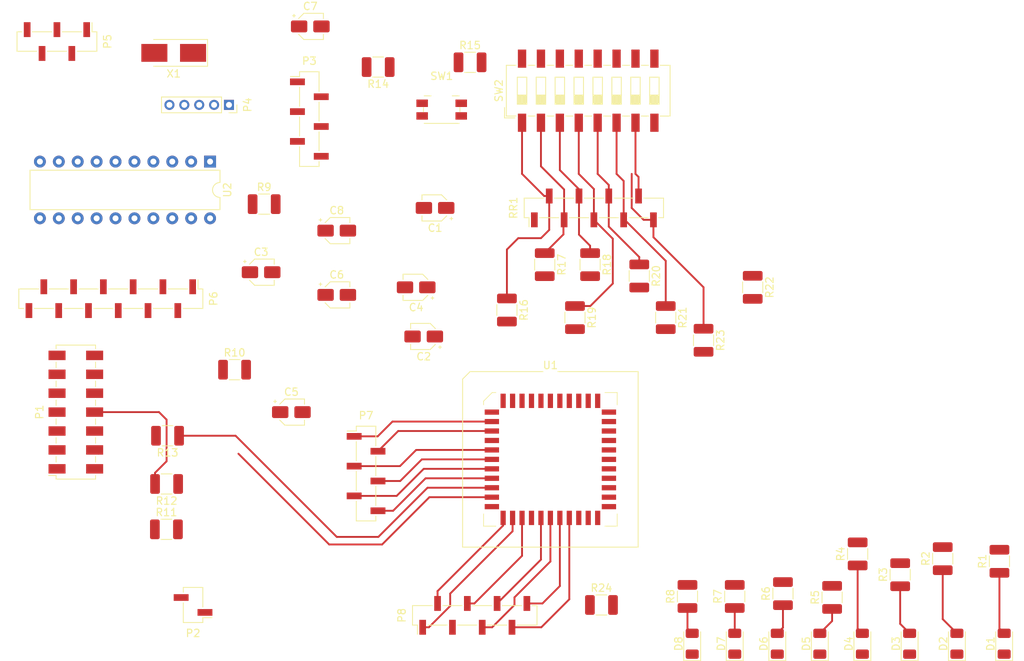
<source format=kicad_pcb>
(kicad_pcb (version 20171130) (host pcbnew "(5.1.9-0-10_14)")

  (general
    (thickness 630)
    (drawings 0)
    (tracks 119)
    (zones 0)
    (modules 54)
    (nets 78)
  )

  (page A4)
  (layers
    (0 F.Cu signal)
    (31 B.Cu signal)
    (32 B.Adhes user)
    (33 F.Adhes user)
    (34 B.Paste user)
    (35 F.Paste user)
    (36 B.SilkS user)
    (37 F.SilkS user)
    (38 B.Mask user)
    (39 F.Mask user)
    (40 Dwgs.User user)
    (41 Cmts.User user)
    (42 Eco1.User user)
    (43 Eco2.User user)
    (44 Edge.Cuts user)
    (45 Margin user)
    (46 B.CrtYd user)
    (47 F.CrtYd user)
    (48 B.Fab user)
    (49 F.Fab user)
  )

  (setup
    (last_trace_width 0.25)
    (trace_clearance 0.2)
    (zone_clearance 0.508)
    (zone_45_only no)
    (trace_min 0.2)
    (via_size 0.8)
    (via_drill 0.4)
    (via_min_size 0.4)
    (via_min_drill 0.3)
    (uvia_size 0.3)
    (uvia_drill 0.1)
    (uvias_allowed no)
    (uvia_min_size 0.2)
    (uvia_min_drill 0.1)
    (edge_width 0.12)
    (segment_width 0.12)
    (pcb_text_width 0.3)
    (pcb_text_size 1.5 1.5)
    (mod_edge_width 0.12)
    (mod_text_size 1 1)
    (mod_text_width 0.15)
    (pad_size 1.524 1.524)
    (pad_drill 0.762)
    (pad_to_mask_clearance 0)
    (aux_axis_origin 0 0)
    (visible_elements FFFFFF7F)
    (pcbplotparams
      (layerselection 0x010fc_ffffffff)
      (usegerberextensions false)
      (usegerberattributes true)
      (usegerberadvancedattributes true)
      (creategerberjobfile true)
      (excludeedgelayer true)
      (linewidth 0.100000)
      (plotframeref false)
      (viasonmask false)
      (mode 1)
      (useauxorigin false)
      (hpglpennumber 1)
      (hpglpenspeed 20)
      (hpglpendiameter 15.000000)
      (psnegative false)
      (psa4output false)
      (plotreference true)
      (plotvalue true)
      (plotinvisibletext false)
      (padsonsilk false)
      (subtractmaskfromsilk false)
      (outputformat 1)
      (mirror false)
      (drillshape 1)
      (scaleselection 1)
      (outputdirectory ""))
  )

  (net 0 "")
  (net 1 GND)
  (net 2 +3.3V)
  (net 3 "Net-(C5-Pad1)")
  (net 4 /3V3P)
  (net 5 "Net-(C7-Pad1)")
  (net 6 "Net-(C8-Pad1)")
  (net 7 "Net-(D1-Pad2)")
  (net 8 "Net-(D1-Pad1)")
  (net 9 "Net-(D2-Pad2)")
  (net 10 "Net-(D3-Pad2)")
  (net 11 "Net-(D4-Pad2)")
  (net 12 "Net-(D5-Pad2)")
  (net 13 "Net-(D6-Pad2)")
  (net 14 "Net-(D7-Pad2)")
  (net 15 "Net-(D8-Pad2)")
  (net 16 "Net-(P1-Pad14)")
  (net 17 "Net-(P1-Pad12)")
  (net 18 "Net-(P1-Pad10)")
  (net 19 "Net-(P1-Pad8)")
  (net 20 /TCK)
  (net 21 /TMS)
  (net 22 /MOSI)
  (net 23 /RESET)
  (net 24 /SCK)
  (net 25 /MISO)
  (net 26 "Net-(P4-Pad4)")
  (net 27 "Net-(P4-Pad3)")
  (net 28 "Net-(P5-Pad4)")
  (net 29 "Net-(P5-Pad2)")
  (net 30 "Net-(P5-Pad3)")
  (net 31 "Net-(P5-Pad1)")
  (net 32 /PD6)
  (net 33 "Net-(P6-Pad8)")
  (net 34 "Net-(P6-Pad6)")
  (net 35 "Net-(P6-Pad9)")
  (net 36 "Net-(P6-Pad7)")
  (net 37 "Net-(P6-Pad5)")
  (net 38 "Net-(P7-Pad6)")
  (net 39 "Net-(P7-Pad4)")
  (net 40 "Net-(P7-Pad2)")
  (net 41 "Net-(P7-Pad5)")
  (net 42 "Net-(P7-Pad3)")
  (net 43 "Net-(P7-Pad1)")
  (net 44 /O6)
  (net 45 /O4)
  (net 46 /O3)
  (net 47 /O2)
  (net 48 /O5)
  (net 49 /O1)
  (net 50 /L1)
  (net 51 /L2)
  (net 52 /L3)
  (net 53 /L4)
  (net 54 /L5)
  (net 55 /L6)
  (net 56 /L7)
  (net 57 /L8)
  (net 58 /TDO)
  (net 59 /TDI)
  (net 60 "Net-(R14-Pad1)")
  (net 61 "Net-(R15-Pad2)")
  (net 62 /S1)
  (net 63 "Net-(R16-Pad1)")
  (net 64 /S2)
  (net 65 "Net-(R17-Pad1)")
  (net 66 /S3)
  (net 67 "Net-(R18-Pad1)")
  (net 68 /S4)
  (net 69 "Net-(R19-Pad1)")
  (net 70 /S5)
  (net 71 "Net-(R20-Pad1)")
  (net 72 /S6)
  (net 73 "Net-(R21-Pad1)")
  (net 74 /S7)
  (net 75 "Net-(R22-Pad1)")
  (net 76 /S8)
  (net 77 "Net-(R23-Pad1)")

  (net_class Default "This is the default net class."
    (clearance 0.2)
    (trace_width 0.25)
    (via_dia 0.8)
    (via_drill 0.4)
    (uvia_dia 0.3)
    (uvia_drill 0.1)
    (add_net +3.3V)
    (add_net /3V3P)
    (add_net /L1)
    (add_net /L2)
    (add_net /L3)
    (add_net /L4)
    (add_net /L5)
    (add_net /L6)
    (add_net /L7)
    (add_net /L8)
    (add_net /MISO)
    (add_net /MOSI)
    (add_net /O1)
    (add_net /O2)
    (add_net /O3)
    (add_net /O4)
    (add_net /O5)
    (add_net /O6)
    (add_net /PD6)
    (add_net /RESET)
    (add_net /S1)
    (add_net /S2)
    (add_net /S3)
    (add_net /S4)
    (add_net /S5)
    (add_net /S6)
    (add_net /S7)
    (add_net /S8)
    (add_net /SCK)
    (add_net /TCK)
    (add_net /TDI)
    (add_net /TDO)
    (add_net /TMS)
    (add_net GND)
    (add_net "Net-(C5-Pad1)")
    (add_net "Net-(C7-Pad1)")
    (add_net "Net-(C8-Pad1)")
    (add_net "Net-(D1-Pad1)")
    (add_net "Net-(D1-Pad2)")
    (add_net "Net-(D2-Pad2)")
    (add_net "Net-(D3-Pad2)")
    (add_net "Net-(D4-Pad2)")
    (add_net "Net-(D5-Pad2)")
    (add_net "Net-(D6-Pad2)")
    (add_net "Net-(D7-Pad2)")
    (add_net "Net-(D8-Pad2)")
    (add_net "Net-(P1-Pad10)")
    (add_net "Net-(P1-Pad12)")
    (add_net "Net-(P1-Pad14)")
    (add_net "Net-(P1-Pad8)")
    (add_net "Net-(P4-Pad3)")
    (add_net "Net-(P4-Pad4)")
    (add_net "Net-(P5-Pad1)")
    (add_net "Net-(P5-Pad2)")
    (add_net "Net-(P5-Pad3)")
    (add_net "Net-(P5-Pad4)")
    (add_net "Net-(P6-Pad5)")
    (add_net "Net-(P6-Pad6)")
    (add_net "Net-(P6-Pad7)")
    (add_net "Net-(P6-Pad8)")
    (add_net "Net-(P6-Pad9)")
    (add_net "Net-(P7-Pad1)")
    (add_net "Net-(P7-Pad2)")
    (add_net "Net-(P7-Pad3)")
    (add_net "Net-(P7-Pad4)")
    (add_net "Net-(P7-Pad5)")
    (add_net "Net-(P7-Pad6)")
    (add_net "Net-(R14-Pad1)")
    (add_net "Net-(R15-Pad2)")
    (add_net "Net-(R16-Pad1)")
    (add_net "Net-(R17-Pad1)")
    (add_net "Net-(R18-Pad1)")
    (add_net "Net-(R19-Pad1)")
    (add_net "Net-(R20-Pad1)")
    (add_net "Net-(R21-Pad1)")
    (add_net "Net-(R22-Pad1)")
    (add_net "Net-(R23-Pad1)")
  )

  (module Connector_PinSocket_2.00mm:PinSocket_1x08_P2.00mm_Vertical_SMD_Pin1Left (layer F.Cu) (tedit 5A19A423) (tstamp 607940D4)
    (at 158.75 126.365 90)
    (descr "surface-mounted straight socket strip, 1x08, 2.00mm pitch, single row, style 1 (pin 1 left) (https://www.jayconsystems.com/fileuploader/download/download/?d=1&file=custom%2Fupload%2FFile-1375728122.pdf), script generated")
    (tags "Surface mounted socket strip SMD 1x08 2.00mm single row style1 pin1 left")
    (path /4D64C888)
    (attr smd)
    (fp_text reference P8 (at 0 -9.8 90) (layer F.SilkS)
      (effects (font (size 1 1) (thickness 0.15)))
    )
    (fp_text value CONN_8 (at 0 9.8 90) (layer F.Fab)
      (effects (font (size 1 1) (thickness 0.15)))
    )
    (fp_line (start -1.31 -8.36) (end 1.31 -8.36) (layer F.SilkS) (width 0.12))
    (fp_line (start 1.31 -8.36) (end 1.31 -5.71) (layer F.SilkS) (width 0.12))
    (fp_line (start 1.31 -4.29) (end 1.31 -1.71) (layer F.SilkS) (width 0.12))
    (fp_line (start 1.31 -0.29) (end 1.31 2.29) (layer F.SilkS) (width 0.12))
    (fp_line (start 1.31 3.71) (end 1.31 6.29) (layer F.SilkS) (width 0.12))
    (fp_line (start 1.31 7.71) (end 1.31 8.36) (layer F.SilkS) (width 0.12))
    (fp_line (start -1.31 8.36) (end 1.31 8.36) (layer F.SilkS) (width 0.12))
    (fp_line (start -1.31 -8.36) (end -1.31 -7.71) (layer F.SilkS) (width 0.12))
    (fp_line (start -1.31 -6.29) (end -1.31 -3.71) (layer F.SilkS) (width 0.12))
    (fp_line (start -1.31 -2.29) (end -1.31 0.29) (layer F.SilkS) (width 0.12))
    (fp_line (start -1.31 1.71) (end -1.31 4.29) (layer F.SilkS) (width 0.12))
    (fp_line (start -1.31 5.71) (end -1.31 8.36) (layer F.SilkS) (width 0.12))
    (fp_line (start -2.54 -7.71) (end -1.31 -7.71) (layer F.SilkS) (width 0.12))
    (fp_line (start -0.625 -8.3) (end 1.25 -8.3) (layer F.Fab) (width 0.1))
    (fp_line (start 1.25 -8.3) (end 1.25 8.3) (layer F.Fab) (width 0.1))
    (fp_line (start 1.25 8.3) (end -1.25 8.3) (layer F.Fab) (width 0.1))
    (fp_line (start -1.25 8.3) (end -1.25 -7.675) (layer F.Fab) (width 0.1))
    (fp_line (start -1.25 -7.675) (end -0.625 -8.3) (layer F.Fab) (width 0.1))
    (fp_line (start -2.1 -7.25) (end -1.25 -7.25) (layer F.Fab) (width 0.1))
    (fp_line (start -1.25 -6.75) (end -2.1 -6.75) (layer F.Fab) (width 0.1))
    (fp_line (start -2.1 -6.75) (end -2.1 -7.25) (layer F.Fab) (width 0.1))
    (fp_line (start 1.25 -5.25) (end 2.1 -5.25) (layer F.Fab) (width 0.1))
    (fp_line (start 2.1 -5.25) (end 2.1 -4.75) (layer F.Fab) (width 0.1))
    (fp_line (start 2.1 -4.75) (end 1.25 -4.75) (layer F.Fab) (width 0.1))
    (fp_line (start -2.1 -3.25) (end -1.25 -3.25) (layer F.Fab) (width 0.1))
    (fp_line (start -1.25 -2.75) (end -2.1 -2.75) (layer F.Fab) (width 0.1))
    (fp_line (start -2.1 -2.75) (end -2.1 -3.25) (layer F.Fab) (width 0.1))
    (fp_line (start 1.25 -1.25) (end 2.1 -1.25) (layer F.Fab) (width 0.1))
    (fp_line (start 2.1 -1.25) (end 2.1 -0.75) (layer F.Fab) (width 0.1))
    (fp_line (start 2.1 -0.75) (end 1.25 -0.75) (layer F.Fab) (width 0.1))
    (fp_line (start -2.1 0.75) (end -1.25 0.75) (layer F.Fab) (width 0.1))
    (fp_line (start -1.25 1.25) (end -2.1 1.25) (layer F.Fab) (width 0.1))
    (fp_line (start -2.1 1.25) (end -2.1 0.75) (layer F.Fab) (width 0.1))
    (fp_line (start 1.25 2.75) (end 2.1 2.75) (layer F.Fab) (width 0.1))
    (fp_line (start 2.1 2.75) (end 2.1 3.25) (layer F.Fab) (width 0.1))
    (fp_line (start 2.1 3.25) (end 1.25 3.25) (layer F.Fab) (width 0.1))
    (fp_line (start -2.1 4.75) (end -1.25 4.75) (layer F.Fab) (width 0.1))
    (fp_line (start -1.25 5.25) (end -2.1 5.25) (layer F.Fab) (width 0.1))
    (fp_line (start -2.1 5.25) (end -2.1 4.75) (layer F.Fab) (width 0.1))
    (fp_line (start 1.25 6.75) (end 2.1 6.75) (layer F.Fab) (width 0.1))
    (fp_line (start 2.1 6.75) (end 2.1 7.25) (layer F.Fab) (width 0.1))
    (fp_line (start 2.1 7.25) (end 1.25 7.25) (layer F.Fab) (width 0.1))
    (fp_line (start -3.1 -8.8) (end 3.1 -8.8) (layer F.CrtYd) (width 0.05))
    (fp_line (start 3.1 -8.8) (end 3.1 8.8) (layer F.CrtYd) (width 0.05))
    (fp_line (start 3.1 8.8) (end -3.1 8.8) (layer F.CrtYd) (width 0.05))
    (fp_line (start -3.1 8.8) (end -3.1 -8.8) (layer F.CrtYd) (width 0.05))
    (fp_text user %R (at 0 0) (layer F.Fab)
      (effects (font (size 1 1) (thickness 0.15)))
    )
    (pad 8 smd rect (at 1.6 7 90) (size 2 0.9) (layers F.Cu F.Paste F.Mask)
      (net 44 /O6))
    (pad 6 smd rect (at 1.6 3 90) (size 2 0.9) (layers F.Cu F.Paste F.Mask)
      (net 45 /O4))
    (pad 4 smd rect (at 1.6 -1 90) (size 2 0.9) (layers F.Cu F.Paste F.Mask)
      (net 46 /O3))
    (pad 2 smd rect (at 1.6 -5 90) (size 2 0.9) (layers F.Cu F.Paste F.Mask)
      (net 47 /O2))
    (pad 7 smd rect (at -1.6 5 90) (size 2 0.9) (layers F.Cu F.Paste F.Mask)
      (net 48 /O5))
    (pad 5 smd rect (at -1.6 1 90) (size 2 0.9) (layers F.Cu F.Paste F.Mask)
      (net 1 GND))
    (pad 3 smd rect (at -1.6 -3 90) (size 2 0.9) (layers F.Cu F.Paste F.Mask)
      (net 2 +3.3V))
    (pad 1 smd rect (at -1.6 -7 90) (size 2 0.9) (layers F.Cu F.Paste F.Mask)
      (net 49 /O1))
    (model ${KISYS3DMOD}/Connector_PinSocket_2.00mm.3dshapes/PinSocket_1x08_P2.00mm_Vertical_SMD_Pin1Left.wrl
      (at (xyz 0 0 0))
      (scale (xyz 1 1 1))
      (rotate (xyz 0 0 0))
    )
  )

  (module Connector_Samtec_HLE_SMD:Samtec_HLE-107-02-xxx-DV-A_2x07_P2.54mm_Horizontal (layer F.Cu) (tedit 5B5713AC) (tstamp 60793F86)
    (at 105.156 99.06 90)
    (descr "Samtec HLE .100\" Tiger Beam Cost-effective Single Beam Socket Strip, HLE-107-02-xxx-DV-A, 7 Pins per row (http://suddendocs.samtec.com/prints/hle-1xx-02-xxx-dv-xx-xx-xx-mkt.pdf, http://suddendocs.samtec.com/prints/hle-dv-footprint.pdf), generated with kicad-footprint-generator")
    (tags "connector Samtec HLE top entry")
    (path /4D5E3513)
    (attr smd)
    (fp_text reference P1 (at 0 -4.87 90) (layer F.SilkS)
      (effects (font (size 1 1) (thickness 0.15)))
    )
    (fp_text value CONN_7X2 (at 0 4.87 90) (layer F.Fab)
      (effects (font (size 1 1) (thickness 0.15)))
    )
    (fp_line (start -8.89 -2.54) (end 8.89 -2.54) (layer F.Fab) (width 0.1))
    (fp_line (start 8.89 -2.54) (end 8.89 2.54) (layer F.Fab) (width 0.1))
    (fp_line (start 8.89 2.54) (end -8.89 2.54) (layer F.Fab) (width 0.1))
    (fp_line (start -8.89 2.54) (end -8.89 -2.54) (layer F.Fab) (width 0.1))
    (fp_line (start -8.12 -2.54) (end -7.62 -1.832893) (layer F.Fab) (width 0.1))
    (fp_line (start -7.62 -1.832893) (end -7.12 -2.54) (layer F.Fab) (width 0.1))
    (fp_line (start -8.515 -3.67) (end -8.515 -2.65) (layer F.SilkS) (width 0.12))
    (fp_line (start -8.515 -2.65) (end -9 -2.65) (layer F.SilkS) (width 0.12))
    (fp_line (start -9 -2.65) (end -9 2.65) (layer F.SilkS) (width 0.12))
    (fp_line (start -9 2.65) (end -8.515 2.65) (layer F.SilkS) (width 0.12))
    (fp_line (start 8.515 -2.65) (end 9 -2.65) (layer F.SilkS) (width 0.12))
    (fp_line (start 9 -2.65) (end 9 2.65) (layer F.SilkS) (width 0.12))
    (fp_line (start 9 2.65) (end 8.515 2.65) (layer F.SilkS) (width 0.12))
    (fp_line (start -6.725 -2.65) (end -5.975 -2.65) (layer F.SilkS) (width 0.12))
    (fp_line (start -6.725 2.65) (end -5.975 2.65) (layer F.SilkS) (width 0.12))
    (fp_line (start -4.185 -2.65) (end -3.435 -2.65) (layer F.SilkS) (width 0.12))
    (fp_line (start -4.185 2.65) (end -3.435 2.65) (layer F.SilkS) (width 0.12))
    (fp_line (start -1.645 -2.65) (end -0.895 -2.65) (layer F.SilkS) (width 0.12))
    (fp_line (start -1.645 2.65) (end -0.895 2.65) (layer F.SilkS) (width 0.12))
    (fp_line (start 0.895 -2.65) (end 1.645 -2.65) (layer F.SilkS) (width 0.12))
    (fp_line (start 0.895 2.65) (end 1.645 2.65) (layer F.SilkS) (width 0.12))
    (fp_line (start 3.435 -2.65) (end 4.185 -2.65) (layer F.SilkS) (width 0.12))
    (fp_line (start 3.435 2.65) (end 4.185 2.65) (layer F.SilkS) (width 0.12))
    (fp_line (start 5.975 -2.65) (end 6.725 -2.65) (layer F.SilkS) (width 0.12))
    (fp_line (start 5.975 2.65) (end 6.725 2.65) (layer F.SilkS) (width 0.12))
    (fp_line (start -9.39 -4.17) (end 9.39 -4.17) (layer F.CrtYd) (width 0.05))
    (fp_line (start 9.39 -4.17) (end 9.39 4.17) (layer F.CrtYd) (width 0.05))
    (fp_line (start 9.39 4.17) (end -9.39 4.17) (layer F.CrtYd) (width 0.05))
    (fp_line (start -9.39 4.17) (end -9.39 -4.17) (layer F.CrtYd) (width 0.05))
    (fp_text user %R (at 0 1.84 90) (layer F.Fab)
      (effects (font (size 1 1) (thickness 0.15)))
    )
    (pad 14 smd rect (at 7.62 2.525 90) (size 1.27 2.29) (layers F.Cu F.Paste F.Mask)
      (net 16 "Net-(P1-Pad14)"))
    (pad 12 smd rect (at 5.08 2.525 90) (size 1.27 2.29) (layers F.Cu F.Paste F.Mask)
      (net 17 "Net-(P1-Pad12)"))
    (pad 10 smd rect (at 2.54 2.525 90) (size 1.27 2.29) (layers F.Cu F.Paste F.Mask)
      (net 18 "Net-(P1-Pad10)"))
    (pad 8 smd rect (at 0 2.525 90) (size 1.27 2.29) (layers F.Cu F.Paste F.Mask)
      (net 19 "Net-(P1-Pad8)"))
    (pad 6 smd rect (at -2.54 2.525 90) (size 1.27 2.29) (layers F.Cu F.Paste F.Mask)
      (net 20 /TCK))
    (pad 4 smd rect (at -5.08 2.525 90) (size 1.27 2.29) (layers F.Cu F.Paste F.Mask)
      (net 21 /TMS))
    (pad 2 smd rect (at -7.62 2.525 90) (size 1.27 2.29) (layers F.Cu F.Paste F.Mask)
      (net 3 "Net-(C5-Pad1)"))
    (pad 13 smd rect (at 7.62 -2.525 90) (size 1.27 2.29) (layers F.Cu F.Paste F.Mask)
      (net 1 GND))
    (pad 11 smd rect (at 5.08 -2.525 90) (size 1.27 2.29) (layers F.Cu F.Paste F.Mask)
      (net 1 GND))
    (pad 9 smd rect (at 2.54 -2.525 90) (size 1.27 2.29) (layers F.Cu F.Paste F.Mask)
      (net 1 GND))
    (pad 7 smd rect (at 0 -2.525 90) (size 1.27 2.29) (layers F.Cu F.Paste F.Mask)
      (net 1 GND))
    (pad 5 smd rect (at -2.54 -2.525 90) (size 1.27 2.29) (layers F.Cu F.Paste F.Mask)
      (net 1 GND))
    (pad 3 smd rect (at -5.08 -2.525 90) (size 1.27 2.29) (layers F.Cu F.Paste F.Mask)
      (net 1 GND))
    (pad 1 smd rect (at -7.62 -2.525 90) (size 1.27 2.29) (layers F.Cu F.Paste F.Mask)
      (net 1 GND))
    (pad "" np_thru_hole circle (at 6.35 0 90) (size 1.78 1.78) (drill 1.78) (layers *.Cu *.Mask))
    (pad "" np_thru_hole circle (at -6.35 0 90) (size 1.78 1.78) (drill 1.78) (layers *.Cu *.Mask))
    (model ${KISYS3DMOD}/Connector_Samtec_HLE_SMD.3dshapes/Samtec_HLE-107-02-xxx-DV-A_2x07_P2.54mm_Horizontal.wrl
      (at (xyz 0 0 0))
      (scale (xyz 1 1 1))
      (rotate (xyz 0 0 0))
    )
  )

  (module Crystal:Crystal_SMD_5032-2Pin_5.0x3.2mm_HandSoldering (layer F.Cu) (tedit 5A0FD1B2) (tstamp 60794491)
    (at 118.304 50.8 180)
    (descr "SMD Crystal SERIES SMD2520/2 http://www.icbase.com/File/PDF/HKC/HKC00061008.pdf, hand-soldering, 5.0x3.2mm^2 package")
    (tags "SMD SMT crystal hand-soldering")
    (path /4D5EADA5)
    (attr smd)
    (fp_text reference X1 (at 0 -2.8) (layer F.SilkS)
      (effects (font (size 1 1) (thickness 0.15)))
    )
    (fp_text value XTAL (at 0 2.8) (layer F.Fab)
      (effects (font (size 1 1) (thickness 0.15)))
    )
    (fp_line (start -2.3 -1.6) (end 2.3 -1.6) (layer F.Fab) (width 0.1))
    (fp_line (start 2.3 -1.6) (end 2.5 -1.4) (layer F.Fab) (width 0.1))
    (fp_line (start 2.5 -1.4) (end 2.5 1.4) (layer F.Fab) (width 0.1))
    (fp_line (start 2.5 1.4) (end 2.3 1.6) (layer F.Fab) (width 0.1))
    (fp_line (start 2.3 1.6) (end -2.3 1.6) (layer F.Fab) (width 0.1))
    (fp_line (start -2.3 1.6) (end -2.5 1.4) (layer F.Fab) (width 0.1))
    (fp_line (start -2.5 1.4) (end -2.5 -1.4) (layer F.Fab) (width 0.1))
    (fp_line (start -2.5 -1.4) (end -2.3 -1.6) (layer F.Fab) (width 0.1))
    (fp_line (start -2.5 0.6) (end -1.5 1.6) (layer F.Fab) (width 0.1))
    (fp_line (start 2.7 -1.8) (end -4.55 -1.8) (layer F.SilkS) (width 0.12))
    (fp_line (start -4.55 -1.8) (end -4.55 1.8) (layer F.SilkS) (width 0.12))
    (fp_line (start -4.55 1.8) (end 2.7 1.8) (layer F.SilkS) (width 0.12))
    (fp_line (start -4.6 -1.9) (end -4.6 1.9) (layer F.CrtYd) (width 0.05))
    (fp_line (start -4.6 1.9) (end 4.6 1.9) (layer F.CrtYd) (width 0.05))
    (fp_line (start 4.6 1.9) (end 4.6 -1.9) (layer F.CrtYd) (width 0.05))
    (fp_line (start 4.6 -1.9) (end -4.6 -1.9) (layer F.CrtYd) (width 0.05))
    (fp_circle (center 0 0) (end 0.4 0) (layer F.Adhes) (width 0.1))
    (fp_circle (center 0 0) (end 0.333333 0) (layer F.Adhes) (width 0.133333))
    (fp_circle (center 0 0) (end 0.213333 0) (layer F.Adhes) (width 0.133333))
    (fp_circle (center 0 0) (end 0.093333 0) (layer F.Adhes) (width 0.186667))
    (fp_text user %R (at 0 0) (layer F.Fab)
      (effects (font (size 1 1) (thickness 0.15)))
    )
    (pad 2 smd rect (at 2.6 0 180) (size 3.5 2.4) (layers F.Cu F.Paste F.Mask)
      (net 6 "Net-(C8-Pad1)"))
    (pad 1 smd rect (at -2.6 0 180) (size 3.5 2.4) (layers F.Cu F.Paste F.Mask)
      (net 5 "Net-(C7-Pad1)"))
    (model ${KISYS3DMOD}/Crystal.3dshapes/Crystal_SMD_5032-2Pin_5.0x3.2mm_HandSoldering.wrl
      (at (xyz 0 0 0))
      (scale (xyz 1 1 1))
      (rotate (xyz 0 0 0))
    )
  )

  (module Package_DIP:DIP-20_W7.62mm (layer F.Cu) (tedit 5A02E8C5) (tstamp 60794476)
    (at 123.19 65.405 270)
    (descr "20-lead though-hole mounted DIP package, row spacing 7.62 mm (300 mils)")
    (tags "THT DIP DIL PDIP 2.54mm 7.62mm 300mil")
    (path /60A7007F)
    (fp_text reference U2 (at 3.81 -2.33 90) (layer F.SilkS)
      (effects (font (size 1 1) (thickness 0.15)))
    )
    (fp_text value ATtiny2313-20PU (at 3.81 25.19 90) (layer F.Fab)
      (effects (font (size 1 1) (thickness 0.15)))
    )
    (fp_line (start 1.635 -1.27) (end 6.985 -1.27) (layer F.Fab) (width 0.1))
    (fp_line (start 6.985 -1.27) (end 6.985 24.13) (layer F.Fab) (width 0.1))
    (fp_line (start 6.985 24.13) (end 0.635 24.13) (layer F.Fab) (width 0.1))
    (fp_line (start 0.635 24.13) (end 0.635 -0.27) (layer F.Fab) (width 0.1))
    (fp_line (start 0.635 -0.27) (end 1.635 -1.27) (layer F.Fab) (width 0.1))
    (fp_line (start 2.81 -1.33) (end 1.16 -1.33) (layer F.SilkS) (width 0.12))
    (fp_line (start 1.16 -1.33) (end 1.16 24.19) (layer F.SilkS) (width 0.12))
    (fp_line (start 1.16 24.19) (end 6.46 24.19) (layer F.SilkS) (width 0.12))
    (fp_line (start 6.46 24.19) (end 6.46 -1.33) (layer F.SilkS) (width 0.12))
    (fp_line (start 6.46 -1.33) (end 4.81 -1.33) (layer F.SilkS) (width 0.12))
    (fp_line (start -1.1 -1.55) (end -1.1 24.4) (layer F.CrtYd) (width 0.05))
    (fp_line (start -1.1 24.4) (end 8.7 24.4) (layer F.CrtYd) (width 0.05))
    (fp_line (start 8.7 24.4) (end 8.7 -1.55) (layer F.CrtYd) (width 0.05))
    (fp_line (start 8.7 -1.55) (end -1.1 -1.55) (layer F.CrtYd) (width 0.05))
    (fp_text user %R (at 3.81 11.43 90) (layer F.Fab)
      (effects (font (size 1 1) (thickness 0.15)))
    )
    (fp_arc (start 3.81 -1.33) (end 2.81 -1.33) (angle -180) (layer F.SilkS) (width 0.12))
    (pad 20 thru_hole oval (at 7.62 0 270) (size 1.6 1.6) (drill 0.8) (layers *.Cu *.Mask)
      (net 4 /3V3P))
    (pad 10 thru_hole oval (at 0 22.86 270) (size 1.6 1.6) (drill 0.8) (layers *.Cu *.Mask)
      (net 1 GND))
    (pad 19 thru_hole oval (at 7.62 2.54 270) (size 1.6 1.6) (drill 0.8) (layers *.Cu *.Mask)
      (net 24 /SCK))
    (pad 9 thru_hole oval (at 0 20.32 270) (size 1.6 1.6) (drill 0.8) (layers *.Cu *.Mask)
      (net 28 "Net-(P5-Pad4)"))
    (pad 18 thru_hole oval (at 7.62 5.08 270) (size 1.6 1.6) (drill 0.8) (layers *.Cu *.Mask)
      (net 25 /MISO))
    (pad 8 thru_hole oval (at 0 17.78 270) (size 1.6 1.6) (drill 0.8) (layers *.Cu *.Mask)
      (net 30 "Net-(P5-Pad3)"))
    (pad 17 thru_hole oval (at 7.62 7.62 270) (size 1.6 1.6) (drill 0.8) (layers *.Cu *.Mask)
      (net 22 /MOSI))
    (pad 7 thru_hole oval (at 0 15.24 270) (size 1.6 1.6) (drill 0.8) (layers *.Cu *.Mask)
      (net 29 "Net-(P5-Pad2)"))
    (pad 16 thru_hole oval (at 7.62 10.16 270) (size 1.6 1.6) (drill 0.8) (layers *.Cu *.Mask)
      (net 37 "Net-(P6-Pad5)"))
    (pad 6 thru_hole oval (at 0 12.7 270) (size 1.6 1.6) (drill 0.8) (layers *.Cu *.Mask)
      (net 31 "Net-(P5-Pad1)"))
    (pad 15 thru_hole oval (at 7.62 12.7 270) (size 1.6 1.6) (drill 0.8) (layers *.Cu *.Mask)
      (net 34 "Net-(P6-Pad6)"))
    (pad 5 thru_hole oval (at 0 10.16 270) (size 1.6 1.6) (drill 0.8) (layers *.Cu *.Mask)
      (net 6 "Net-(C8-Pad1)"))
    (pad 14 thru_hole oval (at 7.62 15.24 270) (size 1.6 1.6) (drill 0.8) (layers *.Cu *.Mask)
      (net 36 "Net-(P6-Pad7)"))
    (pad 4 thru_hole oval (at 0 7.62 270) (size 1.6 1.6) (drill 0.8) (layers *.Cu *.Mask)
      (net 5 "Net-(C7-Pad1)"))
    (pad 13 thru_hole oval (at 7.62 17.78 270) (size 1.6 1.6) (drill 0.8) (layers *.Cu *.Mask)
      (net 33 "Net-(P6-Pad8)"))
    (pad 3 thru_hole oval (at 0 5.08 270) (size 1.6 1.6) (drill 0.8) (layers *.Cu *.Mask)
      (net 26 "Net-(P4-Pad4)"))
    (pad 12 thru_hole oval (at 7.62 20.32 270) (size 1.6 1.6) (drill 0.8) (layers *.Cu *.Mask)
      (net 35 "Net-(P6-Pad9)"))
    (pad 2 thru_hole oval (at 0 2.54 270) (size 1.6 1.6) (drill 0.8) (layers *.Cu *.Mask)
      (net 27 "Net-(P4-Pad3)"))
    (pad 11 thru_hole oval (at 7.62 22.86 270) (size 1.6 1.6) (drill 0.8) (layers *.Cu *.Mask)
      (net 32 /PD6))
    (pad 1 thru_hole rect (at 0 0 270) (size 1.6 1.6) (drill 0.8) (layers *.Cu *.Mask)
      (net 23 /RESET))
    (model ${KISYS3DMOD}/Package_DIP.3dshapes/DIP-20_W7.62mm.wrl
      (at (xyz 0 0 0))
      (scale (xyz 1 1 1))
      (rotate (xyz 0 0 0))
    )
  )

  (module Package_LCC:PLCC-44_SMD-Socket (layer F.Cu) (tedit 5A02ECC8) (tstamp 6079444E)
    (at 168.91 105.41)
    (descr "PLCC, 44 pins, surface mount")
    (tags "plcc smt")
    (path /4D5E34BC)
    (attr smd)
    (fp_text reference U1 (at 0 -12.64) (layer F.SilkS)
      (effects (font (size 1 1) (thickness 0.15)))
    )
    (fp_text value XC9536XLPC44 (at 0 12.64) (layer F.Fab)
      (effects (font (size 1 1) (thickness 0.15)))
    )
    (fp_line (start -10.64 -11.64) (end -11.64 -10.64) (layer F.Fab) (width 0.1))
    (fp_line (start -11.64 -10.64) (end -11.64 11.64) (layer F.Fab) (width 0.1))
    (fp_line (start -11.64 11.64) (end 11.64 11.64) (layer F.Fab) (width 0.1))
    (fp_line (start 11.64 11.64) (end 11.64 -11.64) (layer F.Fab) (width 0.1))
    (fp_line (start 11.64 -11.64) (end -10.64 -11.64) (layer F.Fab) (width 0.1))
    (fp_line (start -12.1 -12.1) (end -12.1 12.1) (layer F.CrtYd) (width 0.05))
    (fp_line (start -12.1 12.1) (end 12.1 12.1) (layer F.CrtYd) (width 0.05))
    (fp_line (start 12.1 12.1) (end 12.1 -12.1) (layer F.CrtYd) (width 0.05))
    (fp_line (start 12.1 -12.1) (end -12.1 -12.1) (layer F.CrtYd) (width 0.05))
    (fp_line (start -7.825 -8.825) (end -8.825 -7.825) (layer F.Fab) (width 0.1))
    (fp_line (start -8.825 -7.825) (end -8.825 8.825) (layer F.Fab) (width 0.1))
    (fp_line (start -8.825 8.825) (end 8.825 8.825) (layer F.Fab) (width 0.1))
    (fp_line (start 8.825 8.825) (end 8.825 -8.825) (layer F.Fab) (width 0.1))
    (fp_line (start 8.825 -8.825) (end -7.825 -8.825) (layer F.Fab) (width 0.1))
    (fp_line (start -10.37 -10.37) (end -10.37 10.37) (layer F.Fab) (width 0.1))
    (fp_line (start -10.37 10.37) (end 10.37 10.37) (layer F.Fab) (width 0.1))
    (fp_line (start 10.37 10.37) (end 10.37 -10.37) (layer F.Fab) (width 0.1))
    (fp_line (start 10.37 -10.37) (end -10.37 -10.37) (layer F.Fab) (width 0.1))
    (fp_line (start -0.5 -11.64) (end 0 -10.64) (layer F.Fab) (width 0.1))
    (fp_line (start 0 -10.64) (end 0.5 -11.64) (layer F.Fab) (width 0.1))
    (fp_line (start -1 -11.79) (end -10.79 -11.79) (layer F.SilkS) (width 0.12))
    (fp_line (start -10.79 -11.79) (end -11.79 -10.79) (layer F.SilkS) (width 0.12))
    (fp_line (start -11.79 -10.79) (end -11.79 11.79) (layer F.SilkS) (width 0.12))
    (fp_line (start -11.79 11.79) (end 11.79 11.79) (layer F.SilkS) (width 0.12))
    (fp_line (start 11.79 11.79) (end 11.79 -11.79) (layer F.SilkS) (width 0.12))
    (fp_line (start 11.79 -11.79) (end 1 -11.79) (layer F.SilkS) (width 0.12))
    (fp_line (start -7.325 -8.975) (end -7.825 -8.975) (layer F.SilkS) (width 0.1))
    (fp_line (start -7.825 -8.975) (end -8.975 -7.825) (layer F.SilkS) (width 0.1))
    (fp_line (start -8.975 -7.825) (end -8.975 -7.325) (layer F.SilkS) (width 0.1))
    (fp_line (start 7.325 -8.975) (end 8.975 -8.975) (layer F.SilkS) (width 0.1))
    (fp_line (start 8.975 -8.975) (end 8.975 -7.325) (layer F.SilkS) (width 0.1))
    (fp_line (start -7.325 8.975) (end -8.975 8.975) (layer F.SilkS) (width 0.1))
    (fp_line (start -8.975 8.975) (end -8.975 7.325) (layer F.SilkS) (width 0.1))
    (fp_line (start 7.325 8.975) (end 8.975 8.975) (layer F.SilkS) (width 0.1))
    (fp_line (start 8.975 8.975) (end 8.975 7.325) (layer F.SilkS) (width 0.1))
    (fp_text user %R (at 0 0) (layer F.Fab)
      (effects (font (size 1 1) (thickness 0.15)))
    )
    (pad 39 smd rect (at 7.8625 -6.35) (size 1.925 0.7) (layers F.Cu F.Paste F.Mask)
      (net 72 /S6))
    (pad 38 smd rect (at 7.8625 -5.08) (size 1.925 0.7) (layers F.Cu F.Paste F.Mask)
      (net 74 /S7))
    (pad 37 smd rect (at 7.8625 -3.81) (size 1.925 0.7) (layers F.Cu F.Paste F.Mask)
      (net 76 /S8))
    (pad 36 smd rect (at 7.8625 -2.54) (size 1.925 0.7) (layers F.Cu F.Paste F.Mask)
      (net 50 /L1))
    (pad 35 smd rect (at 7.8625 -1.27) (size 1.925 0.7) (layers F.Cu F.Paste F.Mask)
      (net 51 /L2))
    (pad 34 smd rect (at 7.8625 0) (size 1.925 0.7) (layers F.Cu F.Paste F.Mask)
      (net 52 /L3))
    (pad 33 smd rect (at 7.8625 1.27) (size 1.925 0.7) (layers F.Cu F.Paste F.Mask)
      (net 53 /L4))
    (pad 32 smd rect (at 7.8625 2.54) (size 1.925 0.7) (layers F.Cu F.Paste F.Mask)
      (net 2 +3.3V))
    (pad 31 smd rect (at 7.8625 3.81) (size 1.925 0.7) (layers F.Cu F.Paste F.Mask)
      (net 1 GND))
    (pad 30 smd rect (at 7.8625 5.08) (size 1.925 0.7) (layers F.Cu F.Paste F.Mask)
      (net 58 /TDO))
    (pad 29 smd rect (at 7.8625 6.35) (size 1.925 0.7) (layers F.Cu F.Paste F.Mask)
      (net 54 /L5))
    (pad 28 smd rect (at 6.35 7.8625) (size 0.7 1.925) (layers F.Cu F.Paste F.Mask)
      (net 55 /L6))
    (pad 27 smd rect (at 5.08 7.8625) (size 0.7 1.925) (layers F.Cu F.Paste F.Mask)
      (net 56 /L7))
    (pad 26 smd rect (at 3.81 7.8625) (size 0.7 1.925) (layers F.Cu F.Paste F.Mask)
      (net 57 /L8))
    (pad 25 smd rect (at 2.54 7.8625) (size 0.7 1.925) (layers F.Cu F.Paste F.Mask)
      (net 48 /O5))
    (pad 24 smd rect (at 1.27 7.8625) (size 0.7 1.925) (layers F.Cu F.Paste F.Mask)
      (net 44 /O6))
    (pad 23 smd rect (at 0 7.8625) (size 0.7 1.925) (layers F.Cu F.Paste F.Mask)
      (net 1 GND))
    (pad 22 smd rect (at -1.27 7.8625) (size 0.7 1.925) (layers F.Cu F.Paste F.Mask)
      (net 45 /O4))
    (pad 21 smd rect (at -2.54 7.8625) (size 0.7 1.925) (layers F.Cu F.Paste F.Mask)
      (net 2 +3.3V))
    (pad 20 smd rect (at -3.81 7.8625) (size 0.7 1.925) (layers F.Cu F.Paste F.Mask)
      (net 46 /O3))
    (pad 19 smd rect (at -5.08 7.8625) (size 0.7 1.925) (layers F.Cu F.Paste F.Mask)
      (net 49 /O1))
    (pad 18 smd rect (at -6.35 7.8625) (size 0.7 1.925) (layers F.Cu F.Paste F.Mask)
      (net 47 /O2))
    (pad 17 smd rect (at -7.8625 6.35) (size 1.925 0.7) (layers F.Cu F.Paste F.Mask)
      (net 20 /TCK))
    (pad 16 smd rect (at -7.8625 5.08) (size 1.925 0.7) (layers F.Cu F.Paste F.Mask)
      (net 21 /TMS))
    (pad 15 smd rect (at -7.8625 3.81) (size 1.925 0.7) (layers F.Cu F.Paste F.Mask)
      (net 59 /TDI))
    (pad 14 smd rect (at -7.8625 2.54) (size 1.925 0.7) (layers F.Cu F.Paste F.Mask)
      (net 38 "Net-(P7-Pad6)"))
    (pad 13 smd rect (at -7.8625 1.27) (size 1.925 0.7) (layers F.Cu F.Paste F.Mask)
      (net 41 "Net-(P7-Pad5)"))
    (pad 12 smd rect (at -7.8625 0) (size 1.925 0.7) (layers F.Cu F.Paste F.Mask)
      (net 39 "Net-(P7-Pad4)"))
    (pad 11 smd rect (at -7.8625 -1.27) (size 1.925 0.7) (layers F.Cu F.Paste F.Mask)
      (net 42 "Net-(P7-Pad3)"))
    (pad 10 smd rect (at -7.8625 -2.54) (size 1.925 0.7) (layers F.Cu F.Paste F.Mask)
      (net 1 GND))
    (pad 9 smd rect (at -7.8625 -3.81) (size 1.925 0.7) (layers F.Cu F.Paste F.Mask)
      (net 40 "Net-(P7-Pad2)"))
    (pad 8 smd rect (at -7.8625 -5.08) (size 1.925 0.7) (layers F.Cu F.Paste F.Mask)
      (net 43 "Net-(P7-Pad1)"))
    (pad 7 smd rect (at -7.8625 -6.35) (size 1.925 0.7) (layers F.Cu F.Paste F.Mask)
      (net 37 "Net-(P6-Pad5)"))
    (pad 40 smd rect (at 6.35 -7.8625) (size 0.7 1.925) (layers F.Cu F.Paste F.Mask)
      (net 70 /S5))
    (pad 41 smd rect (at 5.08 -7.8625) (size 0.7 1.925) (layers F.Cu F.Paste F.Mask)
      (net 2 +3.3V))
    (pad 42 smd rect (at 3.81 -7.8625) (size 0.7 1.925) (layers F.Cu F.Paste F.Mask)
      (net 66 /S3))
    (pad 43 smd rect (at 2.54 -7.8625) (size 0.7 1.925) (layers F.Cu F.Paste F.Mask)
      (net 68 /S4))
    (pad 44 smd rect (at 1.27 -7.8625) (size 0.7 1.925) (layers F.Cu F.Paste F.Mask)
      (net 62 /S1))
    (pad 6 smd rect (at -6.35 -7.8625) (size 0.7 1.925) (layers F.Cu F.Paste F.Mask)
      (net 22 /MOSI))
    (pad 5 smd rect (at -5.08 -7.8625) (size 0.7 1.925) (layers F.Cu F.Paste F.Mask)
      (net 24 /SCK))
    (pad 4 smd rect (at -3.81 -7.8625) (size 0.7 1.925) (layers F.Cu F.Paste F.Mask)
      (net 25 /MISO))
    (pad 3 smd rect (at -2.54 -7.8625) (size 0.7 1.925) (layers F.Cu F.Paste F.Mask)
      (net 61 "Net-(R15-Pad2)"))
    (pad 2 smd rect (at -1.27 -7.8625) (size 0.7 1.925) (layers F.Cu F.Paste F.Mask)
      (net 23 /RESET))
    (pad 1 smd rect (at 0 -7.8625) (size 0.7 1.925) (layers F.Cu F.Paste F.Mask)
      (net 64 /S2))
    (model ${KISYS3DMOD}/Package_LCC.3dshapes/PLCC-44_SMD-Socket.wrl
      (at (xyz 0 0 0))
      (scale (xyz 1 1 1))
      (rotate (xyz 0 0 0))
    )
  )

  (module Button_Switch_SMD:SW_DIP_SPSTx08_Slide_6.7x21.88mm_W8.61mm_P2.54mm_LowProfile (layer F.Cu) (tedit 5A4E1405) (tstamp 607943FA)
    (at 173.99 55.88 90)
    (descr "SMD 8x-dip-switch SPST , Slide, row spacing 8.61 mm (338 mils), body size 6.7x21.88mm (see e.g. https://www.ctscorp.com/wp-content/uploads/219.pdf), SMD, LowProfile")
    (tags "SMD DIP Switch SPST Slide 8.61mm 338mil SMD LowProfile")
    (path /4D63DEF7)
    (attr smd)
    (fp_text reference SW2 (at 0 -12 90) (layer F.SilkS)
      (effects (font (size 1 1) (thickness 0.15)))
    )
    (fp_text value SW_DIP_8 (at 0 12 90) (layer F.Fab)
      (effects (font (size 1 1) (thickness 0.15)))
    )
    (fp_line (start -2.35 -10.94) (end 3.35 -10.94) (layer F.Fab) (width 0.1))
    (fp_line (start 3.35 -10.94) (end 3.35 10.94) (layer F.Fab) (width 0.1))
    (fp_line (start 3.35 10.94) (end -3.35 10.94) (layer F.Fab) (width 0.1))
    (fp_line (start -3.35 10.94) (end -3.35 -9.94) (layer F.Fab) (width 0.1))
    (fp_line (start -3.35 -9.94) (end -2.35 -10.94) (layer F.Fab) (width 0.1))
    (fp_line (start -1.81 -9.525) (end -1.81 -8.255) (layer F.Fab) (width 0.1))
    (fp_line (start -1.81 -8.255) (end 1.81 -8.255) (layer F.Fab) (width 0.1))
    (fp_line (start 1.81 -8.255) (end 1.81 -9.525) (layer F.Fab) (width 0.1))
    (fp_line (start 1.81 -9.525) (end -1.81 -9.525) (layer F.Fab) (width 0.1))
    (fp_line (start -1.81 -9.425) (end -0.603333 -9.425) (layer F.Fab) (width 0.1))
    (fp_line (start -1.81 -9.325) (end -0.603333 -9.325) (layer F.Fab) (width 0.1))
    (fp_line (start -1.81 -9.225) (end -0.603333 -9.225) (layer F.Fab) (width 0.1))
    (fp_line (start -1.81 -9.125) (end -0.603333 -9.125) (layer F.Fab) (width 0.1))
    (fp_line (start -1.81 -9.025) (end -0.603333 -9.025) (layer F.Fab) (width 0.1))
    (fp_line (start -1.81 -8.925) (end -0.603333 -8.925) (layer F.Fab) (width 0.1))
    (fp_line (start -1.81 -8.825) (end -0.603333 -8.825) (layer F.Fab) (width 0.1))
    (fp_line (start -1.81 -8.725) (end -0.603333 -8.725) (layer F.Fab) (width 0.1))
    (fp_line (start -1.81 -8.625) (end -0.603333 -8.625) (layer F.Fab) (width 0.1))
    (fp_line (start -1.81 -8.525) (end -0.603333 -8.525) (layer F.Fab) (width 0.1))
    (fp_line (start -1.81 -8.425) (end -0.603333 -8.425) (layer F.Fab) (width 0.1))
    (fp_line (start -1.81 -8.325) (end -0.603333 -8.325) (layer F.Fab) (width 0.1))
    (fp_line (start -0.603333 -9.525) (end -0.603333 -8.255) (layer F.Fab) (width 0.1))
    (fp_line (start -1.81 -6.985) (end -1.81 -5.715) (layer F.Fab) (width 0.1))
    (fp_line (start -1.81 -5.715) (end 1.81 -5.715) (layer F.Fab) (width 0.1))
    (fp_line (start 1.81 -5.715) (end 1.81 -6.985) (layer F.Fab) (width 0.1))
    (fp_line (start 1.81 -6.985) (end -1.81 -6.985) (layer F.Fab) (width 0.1))
    (fp_line (start -1.81 -6.885) (end -0.603333 -6.885) (layer F.Fab) (width 0.1))
    (fp_line (start -1.81 -6.785) (end -0.603333 -6.785) (layer F.Fab) (width 0.1))
    (fp_line (start -1.81 -6.685) (end -0.603333 -6.685) (layer F.Fab) (width 0.1))
    (fp_line (start -1.81 -6.585) (end -0.603333 -6.585) (layer F.Fab) (width 0.1))
    (fp_line (start -1.81 -6.485) (end -0.603333 -6.485) (layer F.Fab) (width 0.1))
    (fp_line (start -1.81 -6.385) (end -0.603333 -6.385) (layer F.Fab) (width 0.1))
    (fp_line (start -1.81 -6.285) (end -0.603333 -6.285) (layer F.Fab) (width 0.1))
    (fp_line (start -1.81 -6.185) (end -0.603333 -6.185) (layer F.Fab) (width 0.1))
    (fp_line (start -1.81 -6.085) (end -0.603333 -6.085) (layer F.Fab) (width 0.1))
    (fp_line (start -1.81 -5.985) (end -0.603333 -5.985) (layer F.Fab) (width 0.1))
    (fp_line (start -1.81 -5.885) (end -0.603333 -5.885) (layer F.Fab) (width 0.1))
    (fp_line (start -1.81 -5.785) (end -0.603333 -5.785) (layer F.Fab) (width 0.1))
    (fp_line (start -0.603333 -6.985) (end -0.603333 -5.715) (layer F.Fab) (width 0.1))
    (fp_line (start -1.81 -4.445) (end -1.81 -3.175) (layer F.Fab) (width 0.1))
    (fp_line (start -1.81 -3.175) (end 1.81 -3.175) (layer F.Fab) (width 0.1))
    (fp_line (start 1.81 -3.175) (end 1.81 -4.445) (layer F.Fab) (width 0.1))
    (fp_line (start 1.81 -4.445) (end -1.81 -4.445) (layer F.Fab) (width 0.1))
    (fp_line (start -1.81 -4.345) (end -0.603333 -4.345) (layer F.Fab) (width 0.1))
    (fp_line (start -1.81 -4.245) (end -0.603333 -4.245) (layer F.Fab) (width 0.1))
    (fp_line (start -1.81 -4.145) (end -0.603333 -4.145) (layer F.Fab) (width 0.1))
    (fp_line (start -1.81 -4.045) (end -0.603333 -4.045) (layer F.Fab) (width 0.1))
    (fp_line (start -1.81 -3.945) (end -0.603333 -3.945) (layer F.Fab) (width 0.1))
    (fp_line (start -1.81 -3.845) (end -0.603333 -3.845) (layer F.Fab) (width 0.1))
    (fp_line (start -1.81 -3.745) (end -0.603333 -3.745) (layer F.Fab) (width 0.1))
    (fp_line (start -1.81 -3.645) (end -0.603333 -3.645) (layer F.Fab) (width 0.1))
    (fp_line (start -1.81 -3.545) (end -0.603333 -3.545) (layer F.Fab) (width 0.1))
    (fp_line (start -1.81 -3.445) (end -0.603333 -3.445) (layer F.Fab) (width 0.1))
    (fp_line (start -1.81 -3.345) (end -0.603333 -3.345) (layer F.Fab) (width 0.1))
    (fp_line (start -1.81 -3.245) (end -0.603333 -3.245) (layer F.Fab) (width 0.1))
    (fp_line (start -0.603333 -4.445) (end -0.603333 -3.175) (layer F.Fab) (width 0.1))
    (fp_line (start -1.81 -1.905) (end -1.81 -0.635) (layer F.Fab) (width 0.1))
    (fp_line (start -1.81 -0.635) (end 1.81 -0.635) (layer F.Fab) (width 0.1))
    (fp_line (start 1.81 -0.635) (end 1.81 -1.905) (layer F.Fab) (width 0.1))
    (fp_line (start 1.81 -1.905) (end -1.81 -1.905) (layer F.Fab) (width 0.1))
    (fp_line (start -1.81 -1.805) (end -0.603333 -1.805) (layer F.Fab) (width 0.1))
    (fp_line (start -1.81 -1.705) (end -0.603333 -1.705) (layer F.Fab) (width 0.1))
    (fp_line (start -1.81 -1.605) (end -0.603333 -1.605) (layer F.Fab) (width 0.1))
    (fp_line (start -1.81 -1.505) (end -0.603333 -1.505) (layer F.Fab) (width 0.1))
    (fp_line (start -1.81 -1.405) (end -0.603333 -1.405) (layer F.Fab) (width 0.1))
    (fp_line (start -1.81 -1.305) (end -0.603333 -1.305) (layer F.Fab) (width 0.1))
    (fp_line (start -1.81 -1.205) (end -0.603333 -1.205) (layer F.Fab) (width 0.1))
    (fp_line (start -1.81 -1.105) (end -0.603333 -1.105) (layer F.Fab) (width 0.1))
    (fp_line (start -1.81 -1.005) (end -0.603333 -1.005) (layer F.Fab) (width 0.1))
    (fp_line (start -1.81 -0.905) (end -0.603333 -0.905) (layer F.Fab) (width 0.1))
    (fp_line (start -1.81 -0.805) (end -0.603333 -0.805) (layer F.Fab) (width 0.1))
    (fp_line (start -1.81 -0.705) (end -0.603333 -0.705) (layer F.Fab) (width 0.1))
    (fp_line (start -0.603333 -1.905) (end -0.603333 -0.635) (layer F.Fab) (width 0.1))
    (fp_line (start -1.81 0.635) (end -1.81 1.905) (layer F.Fab) (width 0.1))
    (fp_line (start -1.81 1.905) (end 1.81 1.905) (layer F.Fab) (width 0.1))
    (fp_line (start 1.81 1.905) (end 1.81 0.635) (layer F.Fab) (width 0.1))
    (fp_line (start 1.81 0.635) (end -1.81 0.635) (layer F.Fab) (width 0.1))
    (fp_line (start -1.81 0.735) (end -0.603333 0.735) (layer F.Fab) (width 0.1))
    (fp_line (start -1.81 0.835) (end -0.603333 0.835) (layer F.Fab) (width 0.1))
    (fp_line (start -1.81 0.935) (end -0.603333 0.935) (layer F.Fab) (width 0.1))
    (fp_line (start -1.81 1.035) (end -0.603333 1.035) (layer F.Fab) (width 0.1))
    (fp_line (start -1.81 1.135) (end -0.603333 1.135) (layer F.Fab) (width 0.1))
    (fp_line (start -1.81 1.235) (end -0.603333 1.235) (layer F.Fab) (width 0.1))
    (fp_line (start -1.81 1.335) (end -0.603333 1.335) (layer F.Fab) (width 0.1))
    (fp_line (start -1.81 1.435) (end -0.603333 1.435) (layer F.Fab) (width 0.1))
    (fp_line (start -1.81 1.535) (end -0.603333 1.535) (layer F.Fab) (width 0.1))
    (fp_line (start -1.81 1.635) (end -0.603333 1.635) (layer F.Fab) (width 0.1))
    (fp_line (start -1.81 1.735) (end -0.603333 1.735) (layer F.Fab) (width 0.1))
    (fp_line (start -1.81 1.835) (end -0.603333 1.835) (layer F.Fab) (width 0.1))
    (fp_line (start -0.603333 0.635) (end -0.603333 1.905) (layer F.Fab) (width 0.1))
    (fp_line (start -1.81 3.175) (end -1.81 4.445) (layer F.Fab) (width 0.1))
    (fp_line (start -1.81 4.445) (end 1.81 4.445) (layer F.Fab) (width 0.1))
    (fp_line (start 1.81 4.445) (end 1.81 3.175) (layer F.Fab) (width 0.1))
    (fp_line (start 1.81 3.175) (end -1.81 3.175) (layer F.Fab) (width 0.1))
    (fp_line (start -1.81 3.275) (end -0.603333 3.275) (layer F.Fab) (width 0.1))
    (fp_line (start -1.81 3.375) (end -0.603333 3.375) (layer F.Fab) (width 0.1))
    (fp_line (start -1.81 3.475) (end -0.603333 3.475) (layer F.Fab) (width 0.1))
    (fp_line (start -1.81 3.575) (end -0.603333 3.575) (layer F.Fab) (width 0.1))
    (fp_line (start -1.81 3.675) (end -0.603333 3.675) (layer F.Fab) (width 0.1))
    (fp_line (start -1.81 3.775) (end -0.603333 3.775) (layer F.Fab) (width 0.1))
    (fp_line (start -1.81 3.875) (end -0.603333 3.875) (layer F.Fab) (width 0.1))
    (fp_line (start -1.81 3.975) (end -0.603333 3.975) (layer F.Fab) (width 0.1))
    (fp_line (start -1.81 4.075) (end -0.603333 4.075) (layer F.Fab) (width 0.1))
    (fp_line (start -1.81 4.175) (end -0.603333 4.175) (layer F.Fab) (width 0.1))
    (fp_line (start -1.81 4.275) (end -0.603333 4.275) (layer F.Fab) (width 0.1))
    (fp_line (start -1.81 4.375) (end -0.603333 4.375) (layer F.Fab) (width 0.1))
    (fp_line (start -0.603333 3.175) (end -0.603333 4.445) (layer F.Fab) (width 0.1))
    (fp_line (start -1.81 5.715) (end -1.81 6.985) (layer F.Fab) (width 0.1))
    (fp_line (start -1.81 6.985) (end 1.81 6.985) (layer F.Fab) (width 0.1))
    (fp_line (start 1.81 6.985) (end 1.81 5.715) (layer F.Fab) (width 0.1))
    (fp_line (start 1.81 5.715) (end -1.81 5.715) (layer F.Fab) (width 0.1))
    (fp_line (start -1.81 5.815) (end -0.603333 5.815) (layer F.Fab) (width 0.1))
    (fp_line (start -1.81 5.915) (end -0.603333 5.915) (layer F.Fab) (width 0.1))
    (fp_line (start -1.81 6.015) (end -0.603333 6.015) (layer F.Fab) (width 0.1))
    (fp_line (start -1.81 6.115) (end -0.603333 6.115) (layer F.Fab) (width 0.1))
    (fp_line (start -1.81 6.215) (end -0.603333 6.215) (layer F.Fab) (width 0.1))
    (fp_line (start -1.81 6.315) (end -0.603333 6.315) (layer F.Fab) (width 0.1))
    (fp_line (start -1.81 6.415) (end -0.603333 6.415) (layer F.Fab) (width 0.1))
    (fp_line (start -1.81 6.515) (end -0.603333 6.515) (layer F.Fab) (width 0.1))
    (fp_line (start -1.81 6.615) (end -0.603333 6.615) (layer F.Fab) (width 0.1))
    (fp_line (start -1.81 6.715) (end -0.603333 6.715) (layer F.Fab) (width 0.1))
    (fp_line (start -1.81 6.815) (end -0.603333 6.815) (layer F.Fab) (width 0.1))
    (fp_line (start -1.81 6.915) (end -0.603333 6.915) (layer F.Fab) (width 0.1))
    (fp_line (start -0.603333 5.715) (end -0.603333 6.985) (layer F.Fab) (width 0.1))
    (fp_line (start -1.81 8.255) (end -1.81 9.525) (layer F.Fab) (width 0.1))
    (fp_line (start -1.81 9.525) (end 1.81 9.525) (layer F.Fab) (width 0.1))
    (fp_line (start 1.81 9.525) (end 1.81 8.255) (layer F.Fab) (width 0.1))
    (fp_line (start 1.81 8.255) (end -1.81 8.255) (layer F.Fab) (width 0.1))
    (fp_line (start -1.81 8.355) (end -0.603333 8.355) (layer F.Fab) (width 0.1))
    (fp_line (start -1.81 8.455) (end -0.603333 8.455) (layer F.Fab) (width 0.1))
    (fp_line (start -1.81 8.555) (end -0.603333 8.555) (layer F.Fab) (width 0.1))
    (fp_line (start -1.81 8.655) (end -0.603333 8.655) (layer F.Fab) (width 0.1))
    (fp_line (start -1.81 8.755) (end -0.603333 8.755) (layer F.Fab) (width 0.1))
    (fp_line (start -1.81 8.855) (end -0.603333 8.855) (layer F.Fab) (width 0.1))
    (fp_line (start -1.81 8.955) (end -0.603333 8.955) (layer F.Fab) (width 0.1))
    (fp_line (start -1.81 9.055) (end -0.603333 9.055) (layer F.Fab) (width 0.1))
    (fp_line (start -1.81 9.155) (end -0.603333 9.155) (layer F.Fab) (width 0.1))
    (fp_line (start -1.81 9.255) (end -0.603333 9.255) (layer F.Fab) (width 0.1))
    (fp_line (start -1.81 9.355) (end -0.603333 9.355) (layer F.Fab) (width 0.1))
    (fp_line (start -1.81 9.455) (end -0.603333 9.455) (layer F.Fab) (width 0.1))
    (fp_line (start -0.603333 8.255) (end -0.603333 9.525) (layer F.Fab) (width 0.1))
    (fp_line (start -3.41 -11) (end 3.41 -11) (layer F.SilkS) (width 0.12))
    (fp_line (start -3.41 11.001) (end 3.41 11.001) (layer F.SilkS) (width 0.12))
    (fp_line (start -3.41 -11) (end -3.41 -9.69) (layer F.SilkS) (width 0.12))
    (fp_line (start -3.41 -8.09) (end -3.41 -7.15) (layer F.SilkS) (width 0.12))
    (fp_line (start -3.41 -5.55) (end -3.41 -4.61) (layer F.SilkS) (width 0.12))
    (fp_line (start -3.41 -3.01) (end -3.41 -2.07) (layer F.SilkS) (width 0.12))
    (fp_line (start -3.41 -0.47) (end -3.41 0.47) (layer F.SilkS) (width 0.12))
    (fp_line (start -3.41 2.07) (end -3.41 3.01) (layer F.SilkS) (width 0.12))
    (fp_line (start -3.41 4.61) (end -3.41 5.55) (layer F.SilkS) (width 0.12))
    (fp_line (start -3.41 7.15) (end -3.41 8.09) (layer F.SilkS) (width 0.12))
    (fp_line (start -3.41 9.69) (end -3.41 11.001) (layer F.SilkS) (width 0.12))
    (fp_line (start 3.41 9.69) (end 3.41 11.001) (layer F.SilkS) (width 0.12))
    (fp_line (start 3.41 7.151) (end 3.41 8.09) (layer F.SilkS) (width 0.12))
    (fp_line (start 3.41 4.611) (end 3.41 5.551) (layer F.SilkS) (width 0.12))
    (fp_line (start 3.41 2.071) (end 3.41 3.011) (layer F.SilkS) (width 0.12))
    (fp_line (start 3.41 -0.469) (end 3.41 0.471) (layer F.SilkS) (width 0.12))
    (fp_line (start 3.41 -3.009) (end 3.41 -2.069) (layer F.SilkS) (width 0.12))
    (fp_line (start 3.41 -5.549) (end 3.41 -4.609) (layer F.SilkS) (width 0.12))
    (fp_line (start 3.41 -11) (end 3.41 -9.69) (layer F.SilkS) (width 0.12))
    (fp_line (start 3.41 -8.089) (end 3.41 -7.149) (layer F.SilkS) (width 0.12))
    (fp_line (start -3.65 -11.24) (end -2.267 -11.24) (layer F.SilkS) (width 0.12))
    (fp_line (start -3.65 -11.24) (end -3.65 -9.857) (layer F.SilkS) (width 0.12))
    (fp_line (start -1.81 -9.525) (end -1.81 -8.255) (layer F.SilkS) (width 0.12))
    (fp_line (start -1.81 -8.255) (end 1.81 -8.255) (layer F.SilkS) (width 0.12))
    (fp_line (start 1.81 -8.255) (end 1.81 -9.525) (layer F.SilkS) (width 0.12))
    (fp_line (start 1.81 -9.525) (end -1.81 -9.525) (layer F.SilkS) (width 0.12))
    (fp_line (start -1.81 -9.405) (end -0.603333 -9.405) (layer F.SilkS) (width 0.12))
    (fp_line (start -1.81 -9.285) (end -0.603333 -9.285) (layer F.SilkS) (width 0.12))
    (fp_line (start -1.81 -9.165) (end -0.603333 -9.165) (layer F.SilkS) (width 0.12))
    (fp_line (start -1.81 -9.045) (end -0.603333 -9.045) (layer F.SilkS) (width 0.12))
    (fp_line (start -1.81 -8.925) (end -0.603333 -8.925) (layer F.SilkS) (width 0.12))
    (fp_line (start -1.81 -8.805) (end -0.603333 -8.805) (layer F.SilkS) (width 0.12))
    (fp_line (start -1.81 -8.685) (end -0.603333 -8.685) (layer F.SilkS) (width 0.12))
    (fp_line (start -1.81 -8.565) (end -0.603333 -8.565) (layer F.SilkS) (width 0.12))
    (fp_line (start -1.81 -8.445) (end -0.603333 -8.445) (layer F.SilkS) (width 0.12))
    (fp_line (start -1.81 -8.325) (end -0.603333 -8.325) (layer F.SilkS) (width 0.12))
    (fp_line (start -0.603333 -9.525) (end -0.603333 -8.255) (layer F.SilkS) (width 0.12))
    (fp_line (start -1.81 -6.985) (end -1.81 -5.715) (layer F.SilkS) (width 0.12))
    (fp_line (start -1.81 -5.715) (end 1.81 -5.715) (layer F.SilkS) (width 0.12))
    (fp_line (start 1.81 -5.715) (end 1.81 -6.985) (layer F.SilkS) (width 0.12))
    (fp_line (start 1.81 -6.985) (end -1.81 -6.985) (layer F.SilkS) (width 0.12))
    (fp_line (start -1.81 -6.865) (end -0.603333 -6.865) (layer F.SilkS) (width 0.12))
    (fp_line (start -1.81 -6.745) (end -0.603333 -6.745) (layer F.SilkS) (width 0.12))
    (fp_line (start -1.81 -6.625) (end -0.603333 -6.625) (layer F.SilkS) (width 0.12))
    (fp_line (start -1.81 -6.505) (end -0.603333 -6.505) (layer F.SilkS) (width 0.12))
    (fp_line (start -1.81 -6.385) (end -0.603333 -6.385) (layer F.SilkS) (width 0.12))
    (fp_line (start -1.81 -6.265) (end -0.603333 -6.265) (layer F.SilkS) (width 0.12))
    (fp_line (start -1.81 -6.145) (end -0.603333 -6.145) (layer F.SilkS) (width 0.12))
    (fp_line (start -1.81 -6.025) (end -0.603333 -6.025) (layer F.SilkS) (width 0.12))
    (fp_line (start -1.81 -5.905) (end -0.603333 -5.905) (layer F.SilkS) (width 0.12))
    (fp_line (start -1.81 -5.785) (end -0.603333 -5.785) (layer F.SilkS) (width 0.12))
    (fp_line (start -0.603333 -6.985) (end -0.603333 -5.715) (layer F.SilkS) (width 0.12))
    (fp_line (start -1.81 -4.445) (end -1.81 -3.175) (layer F.SilkS) (width 0.12))
    (fp_line (start -1.81 -3.175) (end 1.81 -3.175) (layer F.SilkS) (width 0.12))
    (fp_line (start 1.81 -3.175) (end 1.81 -4.445) (layer F.SilkS) (width 0.12))
    (fp_line (start 1.81 -4.445) (end -1.81 -4.445) (layer F.SilkS) (width 0.12))
    (fp_line (start -1.81 -4.325) (end -0.603333 -4.325) (layer F.SilkS) (width 0.12))
    (fp_line (start -1.81 -4.205) (end -0.603333 -4.205) (layer F.SilkS) (width 0.12))
    (fp_line (start -1.81 -4.085) (end -0.603333 -4.085) (layer F.SilkS) (width 0.12))
    (fp_line (start -1.81 -3.965) (end -0.603333 -3.965) (layer F.SilkS) (width 0.12))
    (fp_line (start -1.81 -3.845) (end -0.603333 -3.845) (layer F.SilkS) (width 0.12))
    (fp_line (start -1.81 -3.725) (end -0.603333 -3.725) (layer F.SilkS) (width 0.12))
    (fp_line (start -1.81 -3.605) (end -0.603333 -3.605) (layer F.SilkS) (width 0.12))
    (fp_line (start -1.81 -3.485) (end -0.603333 -3.485) (layer F.SilkS) (width 0.12))
    (fp_line (start -1.81 -3.365) (end -0.603333 -3.365) (layer F.SilkS) (width 0.12))
    (fp_line (start -1.81 -3.245) (end -0.603333 -3.245) (layer F.SilkS) (width 0.12))
    (fp_line (start -0.603333 -4.445) (end -0.603333 -3.175) (layer F.SilkS) (width 0.12))
    (fp_line (start -1.81 -1.905) (end -1.81 -0.635) (layer F.SilkS) (width 0.12))
    (fp_line (start -1.81 -0.635) (end 1.81 -0.635) (layer F.SilkS) (width 0.12))
    (fp_line (start 1.81 -0.635) (end 1.81 -1.905) (layer F.SilkS) (width 0.12))
    (fp_line (start 1.81 -1.905) (end -1.81 -1.905) (layer F.SilkS) (width 0.12))
    (fp_line (start -1.81 -1.785) (end -0.603333 -1.785) (layer F.SilkS) (width 0.12))
    (fp_line (start -1.81 -1.665) (end -0.603333 -1.665) (layer F.SilkS) (width 0.12))
    (fp_line (start -1.81 -1.545) (end -0.603333 -1.545) (layer F.SilkS) (width 0.12))
    (fp_line (start -1.81 -1.425) (end -0.603333 -1.425) (layer F.SilkS) (width 0.12))
    (fp_line (start -1.81 -1.305) (end -0.603333 -1.305) (layer F.SilkS) (width 0.12))
    (fp_line (start -1.81 -1.185) (end -0.603333 -1.185) (layer F.SilkS) (width 0.12))
    (fp_line (start -1.81 -1.065) (end -0.603333 -1.065) (layer F.SilkS) (width 0.12))
    (fp_line (start -1.81 -0.945) (end -0.603333 -0.945) (layer F.SilkS) (width 0.12))
    (fp_line (start -1.81 -0.825) (end -0.603333 -0.825) (layer F.SilkS) (width 0.12))
    (fp_line (start -1.81 -0.705) (end -0.603333 -0.705) (layer F.SilkS) (width 0.12))
    (fp_line (start -0.603333 -1.905) (end -0.603333 -0.635) (layer F.SilkS) (width 0.12))
    (fp_line (start -1.81 0.635) (end -1.81 1.905) (layer F.SilkS) (width 0.12))
    (fp_line (start -1.81 1.905) (end 1.81 1.905) (layer F.SilkS) (width 0.12))
    (fp_line (start 1.81 1.905) (end 1.81 0.635) (layer F.SilkS) (width 0.12))
    (fp_line (start 1.81 0.635) (end -1.81 0.635) (layer F.SilkS) (width 0.12))
    (fp_line (start -1.81 0.755) (end -0.603333 0.755) (layer F.SilkS) (width 0.12))
    (fp_line (start -1.81 0.875) (end -0.603333 0.875) (layer F.SilkS) (width 0.12))
    (fp_line (start -1.81 0.995) (end -0.603333 0.995) (layer F.SilkS) (width 0.12))
    (fp_line (start -1.81 1.115) (end -0.603333 1.115) (layer F.SilkS) (width 0.12))
    (fp_line (start -1.81 1.235) (end -0.603333 1.235) (layer F.SilkS) (width 0.12))
    (fp_line (start -1.81 1.355) (end -0.603333 1.355) (layer F.SilkS) (width 0.12))
    (fp_line (start -1.81 1.475) (end -0.603333 1.475) (layer F.SilkS) (width 0.12))
    (fp_line (start -1.81 1.595) (end -0.603333 1.595) (layer F.SilkS) (width 0.12))
    (fp_line (start -1.81 1.715) (end -0.603333 1.715) (layer F.SilkS) (width 0.12))
    (fp_line (start -1.81 1.835) (end -0.603333 1.835) (layer F.SilkS) (width 0.12))
    (fp_line (start -0.603333 0.635) (end -0.603333 1.905) (layer F.SilkS) (width 0.12))
    (fp_line (start -1.81 3.175) (end -1.81 4.445) (layer F.SilkS) (width 0.12))
    (fp_line (start -1.81 4.445) (end 1.81 4.445) (layer F.SilkS) (width 0.12))
    (fp_line (start 1.81 4.445) (end 1.81 3.175) (layer F.SilkS) (width 0.12))
    (fp_line (start 1.81 3.175) (end -1.81 3.175) (layer F.SilkS) (width 0.12))
    (fp_line (start -1.81 3.295) (end -0.603333 3.295) (layer F.SilkS) (width 0.12))
    (fp_line (start -1.81 3.415) (end -0.603333 3.415) (layer F.SilkS) (width 0.12))
    (fp_line (start -1.81 3.535) (end -0.603333 3.535) (layer F.SilkS) (width 0.12))
    (fp_line (start -1.81 3.655) (end -0.603333 3.655) (layer F.SilkS) (width 0.12))
    (fp_line (start -1.81 3.775) (end -0.603333 3.775) (layer F.SilkS) (width 0.12))
    (fp_line (start -1.81 3.895) (end -0.603333 3.895) (layer F.SilkS) (width 0.12))
    (fp_line (start -1.81 4.015) (end -0.603333 4.015) (layer F.SilkS) (width 0.12))
    (fp_line (start -1.81 4.135) (end -0.603333 4.135) (layer F.SilkS) (width 0.12))
    (fp_line (start -1.81 4.255) (end -0.603333 4.255) (layer F.SilkS) (width 0.12))
    (fp_line (start -1.81 4.375) (end -0.603333 4.375) (layer F.SilkS) (width 0.12))
    (fp_line (start -0.603333 3.175) (end -0.603333 4.445) (layer F.SilkS) (width 0.12))
    (fp_line (start -1.81 5.715) (end -1.81 6.985) (layer F.SilkS) (width 0.12))
    (fp_line (start -1.81 6.985) (end 1.81 6.985) (layer F.SilkS) (width 0.12))
    (fp_line (start 1.81 6.985) (end 1.81 5.715) (layer F.SilkS) (width 0.12))
    (fp_line (start 1.81 5.715) (end -1.81 5.715) (layer F.SilkS) (width 0.12))
    (fp_line (start -1.81 5.835) (end -0.603333 5.835) (layer F.SilkS) (width 0.12))
    (fp_line (start -1.81 5.955) (end -0.603333 5.955) (layer F.SilkS) (width 0.12))
    (fp_line (start -1.81 6.075) (end -0.603333 6.075) (layer F.SilkS) (width 0.12))
    (fp_line (start -1.81 6.195) (end -0.603333 6.195) (layer F.SilkS) (width 0.12))
    (fp_line (start -1.81 6.315) (end -0.603333 6.315) (layer F.SilkS) (width 0.12))
    (fp_line (start -1.81 6.435) (end -0.603333 6.435) (layer F.SilkS) (width 0.12))
    (fp_line (start -1.81 6.555) (end -0.603333 6.555) (layer F.SilkS) (width 0.12))
    (fp_line (start -1.81 6.675) (end -0.603333 6.675) (layer F.SilkS) (width 0.12))
    (fp_line (start -1.81 6.795) (end -0.603333 6.795) (layer F.SilkS) (width 0.12))
    (fp_line (start -1.81 6.915) (end -0.603333 6.915) (layer F.SilkS) (width 0.12))
    (fp_line (start -0.603333 5.715) (end -0.603333 6.985) (layer F.SilkS) (width 0.12))
    (fp_line (start -1.81 8.255) (end -1.81 9.525) (layer F.SilkS) (width 0.12))
    (fp_line (start -1.81 9.525) (end 1.81 9.525) (layer F.SilkS) (width 0.12))
    (fp_line (start 1.81 9.525) (end 1.81 8.255) (layer F.SilkS) (width 0.12))
    (fp_line (start 1.81 8.255) (end -1.81 8.255) (layer F.SilkS) (width 0.12))
    (fp_line (start -1.81 8.375) (end -0.603333 8.375) (layer F.SilkS) (width 0.12))
    (fp_line (start -1.81 8.495) (end -0.603333 8.495) (layer F.SilkS) (width 0.12))
    (fp_line (start -1.81 8.615) (end -0.603333 8.615) (layer F.SilkS) (width 0.12))
    (fp_line (start -1.81 8.735) (end -0.603333 8.735) (layer F.SilkS) (width 0.12))
    (fp_line (start -1.81 8.855) (end -0.603333 8.855) (layer F.SilkS) (width 0.12))
    (fp_line (start -1.81 8.975) (end -0.603333 8.975) (layer F.SilkS) (width 0.12))
    (fp_line (start -1.81 9.095) (end -0.603333 9.095) (layer F.SilkS) (width 0.12))
    (fp_line (start -1.81 9.215) (end -0.603333 9.215) (layer F.SilkS) (width 0.12))
    (fp_line (start -1.81 9.335) (end -0.603333 9.335) (layer F.SilkS) (width 0.12))
    (fp_line (start -1.81 9.455) (end -0.603333 9.455) (layer F.SilkS) (width 0.12))
    (fp_line (start -0.603333 8.255) (end -0.603333 9.525) (layer F.SilkS) (width 0.12))
    (fp_line (start -5.8 -11.3) (end -5.8 11.3) (layer F.CrtYd) (width 0.05))
    (fp_line (start -5.8 11.3) (end 5.8 11.3) (layer F.CrtYd) (width 0.05))
    (fp_line (start 5.8 11.3) (end 5.8 -11.3) (layer F.CrtYd) (width 0.05))
    (fp_line (start 5.8 -11.3) (end -5.8 -11.3) (layer F.CrtYd) (width 0.05))
    (fp_text user on (at 0.4275 -10.2325 90) (layer F.Fab)
      (effects (font (size 0.8 0.8) (thickness 0.12)))
    )
    (fp_text user %R (at 2.58 0) (layer F.Fab)
      (effects (font (size 0.8 0.8) (thickness 0.12)))
    )
    (pad 16 smd rect (at 4.305 -8.89 90) (size 2.44 1.12) (layers F.Cu F.Paste F.Mask)
      (net 1 GND))
    (pad 8 smd rect (at -4.305 8.89 90) (size 2.44 1.12) (layers F.Cu F.Paste F.Mask)
      (net 77 "Net-(R23-Pad1)"))
    (pad 15 smd rect (at 4.305 -6.35 90) (size 2.44 1.12) (layers F.Cu F.Paste F.Mask)
      (net 1 GND))
    (pad 7 smd rect (at -4.305 6.35 90) (size 2.44 1.12) (layers F.Cu F.Paste F.Mask)
      (net 75 "Net-(R22-Pad1)"))
    (pad 14 smd rect (at 4.305 -3.81 90) (size 2.44 1.12) (layers F.Cu F.Paste F.Mask)
      (net 1 GND))
    (pad 6 smd rect (at -4.305 3.81 90) (size 2.44 1.12) (layers F.Cu F.Paste F.Mask)
      (net 73 "Net-(R21-Pad1)"))
    (pad 13 smd rect (at 4.305 -1.27 90) (size 2.44 1.12) (layers F.Cu F.Paste F.Mask)
      (net 1 GND))
    (pad 5 smd rect (at -4.305 1.27 90) (size 2.44 1.12) (layers F.Cu F.Paste F.Mask)
      (net 71 "Net-(R20-Pad1)"))
    (pad 12 smd rect (at 4.305 1.27 90) (size 2.44 1.12) (layers F.Cu F.Paste F.Mask)
      (net 1 GND))
    (pad 4 smd rect (at -4.305 -1.27 90) (size 2.44 1.12) (layers F.Cu F.Paste F.Mask)
      (net 69 "Net-(R19-Pad1)"))
    (pad 11 smd rect (at 4.305 3.81 90) (size 2.44 1.12) (layers F.Cu F.Paste F.Mask)
      (net 1 GND))
    (pad 3 smd rect (at -4.305 -3.81 90) (size 2.44 1.12) (layers F.Cu F.Paste F.Mask)
      (net 67 "Net-(R18-Pad1)"))
    (pad 10 smd rect (at 4.305 6.35 90) (size 2.44 1.12) (layers F.Cu F.Paste F.Mask)
      (net 1 GND))
    (pad 2 smd rect (at -4.305 -6.35 90) (size 2.44 1.12) (layers F.Cu F.Paste F.Mask)
      (net 65 "Net-(R17-Pad1)"))
    (pad 9 smd rect (at 4.305 8.89 90) (size 2.44 1.12) (layers F.Cu F.Paste F.Mask)
      (net 1 GND))
    (pad 1 smd rect (at -4.305 -8.89 90) (size 2.44 1.12) (layers F.Cu F.Paste F.Mask)
      (net 63 "Net-(R16-Pad1)"))
    (model ${KISYS3DMOD}/Button_Switch_SMD.3dshapes/SW_DIP_SPSTx08_Slide_6.7x21.88mm_W8.61mm_P2.54mm_LowProfile.wrl
      (at (xyz 0 0 0))
      (scale (xyz 1 1 1))
      (rotate (xyz 0 0 90))
    )
  )

  (module Button_Switch_SMD:Panasonic_EVQPUJ_EVQPUA (layer F.Cu) (tedit 5A02FC95) (tstamp 607942C5)
    (at 154.305 58.42)
    (descr http://industrial.panasonic.com/cdbs/www-data/pdf/ATV0000/ATV0000CE5.pdf)
    (tags "SMD SMT SPST EVQPUJ EVQPUA")
    (path /4D63E0B5)
    (attr smd)
    (fp_text reference SW1 (at 0 -4.5) (layer F.SilkS)
      (effects (font (size 1 1) (thickness 0.15)))
    )
    (fp_text value SW_PUSH (at 0 3.5) (layer F.Fab)
      (effects (font (size 1 1) (thickness 0.15)))
    )
    (fp_line (start 3.9 2.25) (end 3.9 -3.25) (layer F.CrtYd) (width 0.05))
    (fp_line (start 2.35 -1.85) (end 1.425 -1.85) (layer F.SilkS) (width 0.12))
    (fp_line (start 2.35 1.85) (end -2.35 1.85) (layer F.SilkS) (width 0.12))
    (fp_line (start -2.45 0.275) (end -2.45 -0.275) (layer F.SilkS) (width 0.12))
    (fp_line (start -1.3 -2.75) (end -1.3 -1.75) (layer F.Fab) (width 0.1))
    (fp_line (start 1.3 -2.75) (end 1.3 -1.75) (layer F.Fab) (width 0.1))
    (fp_line (start 1.3 -2.75) (end -1.3 -2.75) (layer F.Fab) (width 0.1))
    (fp_line (start 2.35 1.75) (end 2.35 -1.75) (layer F.Fab) (width 0.1))
    (fp_line (start -2.35 1.75) (end -2.35 -1.75) (layer F.Fab) (width 0.1))
    (fp_line (start 2.35 -1.75) (end -2.35 -1.75) (layer F.Fab) (width 0.1))
    (fp_line (start 2.35 1.75) (end -2.35 1.75) (layer F.Fab) (width 0.1))
    (fp_line (start 2.45 0.275) (end 2.45 -0.275) (layer F.SilkS) (width 0.12))
    (fp_line (start -1.425 -1.85) (end -2.35 -1.85) (layer F.SilkS) (width 0.12))
    (fp_line (start -3.9 2.25) (end -3.9 -3.25) (layer F.CrtYd) (width 0.05))
    (fp_line (start 3.9 2.25) (end -3.9 2.25) (layer F.CrtYd) (width 0.05))
    (fp_line (start 3.9 -3.25) (end -3.9 -3.25) (layer F.CrtYd) (width 0.05))
    (fp_text user %R (at 0 0) (layer F.Fab)
      (effects (font (size 1 1) (thickness 0.15)))
    )
    (pad 1 smd rect (at 2.625 -0.85 180) (size 1.55 1) (layers F.Cu F.Paste F.Mask)
      (net 60 "Net-(R14-Pad1)"))
    (pad 1 smd rect (at -2.625 -0.85 180) (size 1.55 1) (layers F.Cu F.Paste F.Mask)
      (net 60 "Net-(R14-Pad1)"))
    (pad 2 smd rect (at -2.625 0.85 180) (size 1.55 1) (layers F.Cu F.Paste F.Mask)
      (net 2 +3.3V))
    (pad 2 smd rect (at 2.625 0.85 180) (size 1.55 1) (layers F.Cu F.Paste F.Mask)
      (net 2 +3.3V))
    (model ${KISYS3DMOD}/Button_Switch_SMD.3dshapes/Panasonic_EVQPUJ_EVQPUA.wrl
      (at (xyz 0 0 0))
      (scale (xyz 1 1 1))
      (rotate (xyz 0 0 0))
    )
  )

  (module Connector_PinSocket_2.00mm:PinSocket_1x09_P2.00mm_Vertical_SMD_Pin1Left (layer F.Cu) (tedit 5A19A431) (tstamp 607942AC)
    (at 174.752 71.628 90)
    (descr "surface-mounted straight socket strip, 1x09, 2.00mm pitch, single row, style 1 (pin 1 left) (https://www.jayconsystems.com/fileuploader/download/download/?d=1&file=custom%2Fupload%2FFile-1375728122.pdf), script generated")
    (tags "Surface mounted socket strip SMD 1x09 2.00mm single row style1 pin1 left")
    (path /4D63DA96)
    (attr smd)
    (fp_text reference RR1 (at 0 -10.8 90) (layer F.SilkS)
      (effects (font (size 1 1) (thickness 0.15)))
    )
    (fp_text value 4k7 (at 0 10.8 90) (layer F.Fab)
      (effects (font (size 1 1) (thickness 0.15)))
    )
    (fp_line (start -1.31 -9.36) (end 1.31 -9.36) (layer F.SilkS) (width 0.12))
    (fp_line (start 1.31 -9.36) (end 1.31 -6.71) (layer F.SilkS) (width 0.12))
    (fp_line (start 1.31 -5.29) (end 1.31 -2.71) (layer F.SilkS) (width 0.12))
    (fp_line (start 1.31 -1.29) (end 1.31 1.29) (layer F.SilkS) (width 0.12))
    (fp_line (start 1.31 2.71) (end 1.31 5.29) (layer F.SilkS) (width 0.12))
    (fp_line (start 1.31 6.71) (end 1.31 9.36) (layer F.SilkS) (width 0.12))
    (fp_line (start -1.31 9.36) (end 1.31 9.36) (layer F.SilkS) (width 0.12))
    (fp_line (start -1.31 -9.36) (end -1.31 -8.71) (layer F.SilkS) (width 0.12))
    (fp_line (start -1.31 -7.29) (end -1.31 -4.71) (layer F.SilkS) (width 0.12))
    (fp_line (start -1.31 -3.29) (end -1.31 -0.71) (layer F.SilkS) (width 0.12))
    (fp_line (start -1.31 0.71) (end -1.31 3.29) (layer F.SilkS) (width 0.12))
    (fp_line (start -1.31 4.71) (end -1.31 7.29) (layer F.SilkS) (width 0.12))
    (fp_line (start -1.31 8.71) (end -1.31 9.36) (layer F.SilkS) (width 0.12))
    (fp_line (start -2.54 -8.71) (end -1.31 -8.71) (layer F.SilkS) (width 0.12))
    (fp_line (start -0.625 -9.3) (end 1.25 -9.3) (layer F.Fab) (width 0.1))
    (fp_line (start 1.25 -9.3) (end 1.25 9.3) (layer F.Fab) (width 0.1))
    (fp_line (start 1.25 9.3) (end -1.25 9.3) (layer F.Fab) (width 0.1))
    (fp_line (start -1.25 9.3) (end -1.25 -8.675) (layer F.Fab) (width 0.1))
    (fp_line (start -1.25 -8.675) (end -0.625 -9.3) (layer F.Fab) (width 0.1))
    (fp_line (start -2.1 -8.25) (end -1.25 -8.25) (layer F.Fab) (width 0.1))
    (fp_line (start -1.25 -7.75) (end -2.1 -7.75) (layer F.Fab) (width 0.1))
    (fp_line (start -2.1 -7.75) (end -2.1 -8.25) (layer F.Fab) (width 0.1))
    (fp_line (start 1.25 -6.25) (end 2.1 -6.25) (layer F.Fab) (width 0.1))
    (fp_line (start 2.1 -6.25) (end 2.1 -5.75) (layer F.Fab) (width 0.1))
    (fp_line (start 2.1 -5.75) (end 1.25 -5.75) (layer F.Fab) (width 0.1))
    (fp_line (start -2.1 -4.25) (end -1.25 -4.25) (layer F.Fab) (width 0.1))
    (fp_line (start -1.25 -3.75) (end -2.1 -3.75) (layer F.Fab) (width 0.1))
    (fp_line (start -2.1 -3.75) (end -2.1 -4.25) (layer F.Fab) (width 0.1))
    (fp_line (start 1.25 -2.25) (end 2.1 -2.25) (layer F.Fab) (width 0.1))
    (fp_line (start 2.1 -2.25) (end 2.1 -1.75) (layer F.Fab) (width 0.1))
    (fp_line (start 2.1 -1.75) (end 1.25 -1.75) (layer F.Fab) (width 0.1))
    (fp_line (start -2.1 -0.25) (end -1.25 -0.25) (layer F.Fab) (width 0.1))
    (fp_line (start -1.25 0.25) (end -2.1 0.25) (layer F.Fab) (width 0.1))
    (fp_line (start -2.1 0.25) (end -2.1 -0.25) (layer F.Fab) (width 0.1))
    (fp_line (start 1.25 1.75) (end 2.1 1.75) (layer F.Fab) (width 0.1))
    (fp_line (start 2.1 1.75) (end 2.1 2.25) (layer F.Fab) (width 0.1))
    (fp_line (start 2.1 2.25) (end 1.25 2.25) (layer F.Fab) (width 0.1))
    (fp_line (start -2.1 3.75) (end -1.25 3.75) (layer F.Fab) (width 0.1))
    (fp_line (start -1.25 4.25) (end -2.1 4.25) (layer F.Fab) (width 0.1))
    (fp_line (start -2.1 4.25) (end -2.1 3.75) (layer F.Fab) (width 0.1))
    (fp_line (start 1.25 5.75) (end 2.1 5.75) (layer F.Fab) (width 0.1))
    (fp_line (start 2.1 5.75) (end 2.1 6.25) (layer F.Fab) (width 0.1))
    (fp_line (start 2.1 6.25) (end 1.25 6.25) (layer F.Fab) (width 0.1))
    (fp_line (start -2.1 7.75) (end -1.25 7.75) (layer F.Fab) (width 0.1))
    (fp_line (start -1.25 8.25) (end -2.1 8.25) (layer F.Fab) (width 0.1))
    (fp_line (start -2.1 8.25) (end -2.1 7.75) (layer F.Fab) (width 0.1))
    (fp_line (start -3.1 -9.8) (end 3.1 -9.8) (layer F.CrtYd) (width 0.05))
    (fp_line (start 3.1 -9.8) (end 3.1 9.8) (layer F.CrtYd) (width 0.05))
    (fp_line (start 3.1 9.8) (end -3.1 9.8) (layer F.CrtYd) (width 0.05))
    (fp_line (start -3.1 9.8) (end -3.1 -9.8) (layer F.CrtYd) (width 0.05))
    (fp_text user %R (at 0 0) (layer F.Fab)
      (effects (font (size 1 1) (thickness 0.15)))
    )
    (pad 8 smd rect (at 1.6 6 90) (size 2 0.9) (layers F.Cu F.Paste F.Mask)
      (net 75 "Net-(R22-Pad1)"))
    (pad 6 smd rect (at 1.6 2 90) (size 2 0.9) (layers F.Cu F.Paste F.Mask)
      (net 71 "Net-(R20-Pad1)"))
    (pad 4 smd rect (at 1.6 -2 90) (size 2 0.9) (layers F.Cu F.Paste F.Mask)
      (net 67 "Net-(R18-Pad1)"))
    (pad 2 smd rect (at 1.6 -6 90) (size 2 0.9) (layers F.Cu F.Paste F.Mask)
      (net 63 "Net-(R16-Pad1)"))
    (pad 9 smd rect (at -1.6 8 90) (size 2 0.9) (layers F.Cu F.Paste F.Mask)
      (net 77 "Net-(R23-Pad1)"))
    (pad 7 smd rect (at -1.6 4 90) (size 2 0.9) (layers F.Cu F.Paste F.Mask)
      (net 73 "Net-(R21-Pad1)"))
    (pad 5 smd rect (at -1.6 0 90) (size 2 0.9) (layers F.Cu F.Paste F.Mask)
      (net 69 "Net-(R19-Pad1)"))
    (pad 3 smd rect (at -1.6 -4 90) (size 2 0.9) (layers F.Cu F.Paste F.Mask)
      (net 65 "Net-(R17-Pad1)"))
    (pad 1 smd rect (at -1.6 -8 90) (size 2 0.9) (layers F.Cu F.Paste F.Mask)
      (net 2 +3.3V))
    (model ${KISYS3DMOD}/Connector_PinSocket_2.00mm.3dshapes/PinSocket_1x09_P2.00mm_Vertical_SMD_Pin1Left.wrl
      (at (xyz 0 0 0))
      (scale (xyz 1 1 1))
      (rotate (xyz 0 0 0))
    )
  )

  (module Resistor_SMD:R_1210_3225Metric_Pad1.30x2.65mm_HandSolder (layer F.Cu) (tedit 5F68FEEE) (tstamp 6079426C)
    (at 175.768 124.968)
    (descr "Resistor SMD 1210 (3225 Metric), square (rectangular) end terminal, IPC_7351 nominal with elongated pad for handsoldering. (Body size source: IPC-SM-782 page 72, https://www.pcb-3d.com/wordpress/wp-content/uploads/ipc-sm-782a_amendment_1_and_2.pdf), generated with kicad-footprint-generator")
    (tags "resistor handsolder")
    (path /4D64D9B2)
    (attr smd)
    (fp_text reference R24 (at 0 -2.28) (layer F.SilkS)
      (effects (font (size 1 1) (thickness 0.15)))
    )
    (fp_text value 0R (at 0 2.28) (layer F.Fab)
      (effects (font (size 1 1) (thickness 0.15)))
    )
    (fp_line (start -1.6 1.245) (end -1.6 -1.245) (layer F.Fab) (width 0.1))
    (fp_line (start -1.6 -1.245) (end 1.6 -1.245) (layer F.Fab) (width 0.1))
    (fp_line (start 1.6 -1.245) (end 1.6 1.245) (layer F.Fab) (width 0.1))
    (fp_line (start 1.6 1.245) (end -1.6 1.245) (layer F.Fab) (width 0.1))
    (fp_line (start -0.723737 -1.355) (end 0.723737 -1.355) (layer F.SilkS) (width 0.12))
    (fp_line (start -0.723737 1.355) (end 0.723737 1.355) (layer F.SilkS) (width 0.12))
    (fp_line (start -2.45 1.58) (end -2.45 -1.58) (layer F.CrtYd) (width 0.05))
    (fp_line (start -2.45 -1.58) (end 2.45 -1.58) (layer F.CrtYd) (width 0.05))
    (fp_line (start 2.45 -1.58) (end 2.45 1.58) (layer F.CrtYd) (width 0.05))
    (fp_line (start 2.45 1.58) (end -2.45 1.58) (layer F.CrtYd) (width 0.05))
    (fp_text user %R (at 0 0) (layer F.Fab)
      (effects (font (size 0.8 0.8) (thickness 0.12)))
    )
    (pad 2 smd roundrect (at 1.55 0) (size 1.3 2.65) (layers F.Cu F.Paste F.Mask) (roundrect_rratio 0.192308)
      (net 8 "Net-(D1-Pad1)"))
    (pad 1 smd roundrect (at -1.55 0) (size 1.3 2.65) (layers F.Cu F.Paste F.Mask) (roundrect_rratio 0.192308)
      (net 2 +3.3V))
    (model ${KISYS3DMOD}/Resistor_SMD.3dshapes/R_1210_3225Metric.wrl
      (at (xyz 0 0 0))
      (scale (xyz 1 1 1))
      (rotate (xyz 0 0 0))
    )
  )

  (module Resistor_SMD:R_1210_3225Metric_Pad1.30x2.65mm_HandSolder (layer F.Cu) (tedit 5F68FEEE) (tstamp 6079425B)
    (at 189.484 89.408 270)
    (descr "Resistor SMD 1210 (3225 Metric), square (rectangular) end terminal, IPC_7351 nominal with elongated pad for handsoldering. (Body size source: IPC-SM-782 page 72, https://www.pcb-3d.com/wordpress/wp-content/uploads/ipc-sm-782a_amendment_1_and_2.pdf), generated with kicad-footprint-generator")
    (tags "resistor handsolder")
    (path /4D63DA03)
    (attr smd)
    (fp_text reference R23 (at 0 -2.28 90) (layer F.SilkS)
      (effects (font (size 1 1) (thickness 0.15)))
    )
    (fp_text value 4k7 (at 0 2.28 90) (layer F.Fab)
      (effects (font (size 1 1) (thickness 0.15)))
    )
    (fp_line (start -1.6 1.245) (end -1.6 -1.245) (layer F.Fab) (width 0.1))
    (fp_line (start -1.6 -1.245) (end 1.6 -1.245) (layer F.Fab) (width 0.1))
    (fp_line (start 1.6 -1.245) (end 1.6 1.245) (layer F.Fab) (width 0.1))
    (fp_line (start 1.6 1.245) (end -1.6 1.245) (layer F.Fab) (width 0.1))
    (fp_line (start -0.723737 -1.355) (end 0.723737 -1.355) (layer F.SilkS) (width 0.12))
    (fp_line (start -0.723737 1.355) (end 0.723737 1.355) (layer F.SilkS) (width 0.12))
    (fp_line (start -2.45 1.58) (end -2.45 -1.58) (layer F.CrtYd) (width 0.05))
    (fp_line (start -2.45 -1.58) (end 2.45 -1.58) (layer F.CrtYd) (width 0.05))
    (fp_line (start 2.45 -1.58) (end 2.45 1.58) (layer F.CrtYd) (width 0.05))
    (fp_line (start 2.45 1.58) (end -2.45 1.58) (layer F.CrtYd) (width 0.05))
    (fp_text user %R (at 0 0 90) (layer F.Fab)
      (effects (font (size 0.8 0.8) (thickness 0.12)))
    )
    (pad 2 smd roundrect (at 1.55 0 270) (size 1.3 2.65) (layers F.Cu F.Paste F.Mask) (roundrect_rratio 0.192308)
      (net 76 /S8))
    (pad 1 smd roundrect (at -1.55 0 270) (size 1.3 2.65) (layers F.Cu F.Paste F.Mask) (roundrect_rratio 0.192308)
      (net 77 "Net-(R23-Pad1)"))
    (model ${KISYS3DMOD}/Resistor_SMD.3dshapes/R_1210_3225Metric.wrl
      (at (xyz 0 0 0))
      (scale (xyz 1 1 1))
      (rotate (xyz 0 0 0))
    )
  )

  (module Resistor_SMD:R_1210_3225Metric_Pad1.30x2.65mm_HandSolder (layer F.Cu) (tedit 5F68FEEE) (tstamp 6079424A)
    (at 196.088 82.296 270)
    (descr "Resistor SMD 1210 (3225 Metric), square (rectangular) end terminal, IPC_7351 nominal with elongated pad for handsoldering. (Body size source: IPC-SM-782 page 72, https://www.pcb-3d.com/wordpress/wp-content/uploads/ipc-sm-782a_amendment_1_and_2.pdf), generated with kicad-footprint-generator")
    (tags "resistor handsolder")
    (path /4D63DA02)
    (attr smd)
    (fp_text reference R22 (at 0 -2.28 90) (layer F.SilkS)
      (effects (font (size 1 1) (thickness 0.15)))
    )
    (fp_text value 4k7 (at 0 2.28 90) (layer F.Fab)
      (effects (font (size 1 1) (thickness 0.15)))
    )
    (fp_line (start -1.6 1.245) (end -1.6 -1.245) (layer F.Fab) (width 0.1))
    (fp_line (start -1.6 -1.245) (end 1.6 -1.245) (layer F.Fab) (width 0.1))
    (fp_line (start 1.6 -1.245) (end 1.6 1.245) (layer F.Fab) (width 0.1))
    (fp_line (start 1.6 1.245) (end -1.6 1.245) (layer F.Fab) (width 0.1))
    (fp_line (start -0.723737 -1.355) (end 0.723737 -1.355) (layer F.SilkS) (width 0.12))
    (fp_line (start -0.723737 1.355) (end 0.723737 1.355) (layer F.SilkS) (width 0.12))
    (fp_line (start -2.45 1.58) (end -2.45 -1.58) (layer F.CrtYd) (width 0.05))
    (fp_line (start -2.45 -1.58) (end 2.45 -1.58) (layer F.CrtYd) (width 0.05))
    (fp_line (start 2.45 -1.58) (end 2.45 1.58) (layer F.CrtYd) (width 0.05))
    (fp_line (start 2.45 1.58) (end -2.45 1.58) (layer F.CrtYd) (width 0.05))
    (fp_text user %R (at 0 0 90) (layer F.Fab)
      (effects (font (size 0.8 0.8) (thickness 0.12)))
    )
    (pad 2 smd roundrect (at 1.55 0 270) (size 1.3 2.65) (layers F.Cu F.Paste F.Mask) (roundrect_rratio 0.192308)
      (net 74 /S7))
    (pad 1 smd roundrect (at -1.55 0 270) (size 1.3 2.65) (layers F.Cu F.Paste F.Mask) (roundrect_rratio 0.192308)
      (net 75 "Net-(R22-Pad1)"))
    (model ${KISYS3DMOD}/Resistor_SMD.3dshapes/R_1210_3225Metric.wrl
      (at (xyz 0 0 0))
      (scale (xyz 1 1 1))
      (rotate (xyz 0 0 0))
    )
  )

  (module Resistor_SMD:R_1210_3225Metric_Pad1.30x2.65mm_HandSolder (layer F.Cu) (tedit 5F68FEEE) (tstamp 60794239)
    (at 184.404 86.36 270)
    (descr "Resistor SMD 1210 (3225 Metric), square (rectangular) end terminal, IPC_7351 nominal with elongated pad for handsoldering. (Body size source: IPC-SM-782 page 72, https://www.pcb-3d.com/wordpress/wp-content/uploads/ipc-sm-782a_amendment_1_and_2.pdf), generated with kicad-footprint-generator")
    (tags "resistor handsolder")
    (path /4D63DA01)
    (attr smd)
    (fp_text reference R21 (at 0 -2.28 90) (layer F.SilkS)
      (effects (font (size 1 1) (thickness 0.15)))
    )
    (fp_text value 4k7 (at 0 2.28 90) (layer F.Fab)
      (effects (font (size 1 1) (thickness 0.15)))
    )
    (fp_line (start -1.6 1.245) (end -1.6 -1.245) (layer F.Fab) (width 0.1))
    (fp_line (start -1.6 -1.245) (end 1.6 -1.245) (layer F.Fab) (width 0.1))
    (fp_line (start 1.6 -1.245) (end 1.6 1.245) (layer F.Fab) (width 0.1))
    (fp_line (start 1.6 1.245) (end -1.6 1.245) (layer F.Fab) (width 0.1))
    (fp_line (start -0.723737 -1.355) (end 0.723737 -1.355) (layer F.SilkS) (width 0.12))
    (fp_line (start -0.723737 1.355) (end 0.723737 1.355) (layer F.SilkS) (width 0.12))
    (fp_line (start -2.45 1.58) (end -2.45 -1.58) (layer F.CrtYd) (width 0.05))
    (fp_line (start -2.45 -1.58) (end 2.45 -1.58) (layer F.CrtYd) (width 0.05))
    (fp_line (start 2.45 -1.58) (end 2.45 1.58) (layer F.CrtYd) (width 0.05))
    (fp_line (start 2.45 1.58) (end -2.45 1.58) (layer F.CrtYd) (width 0.05))
    (fp_text user %R (at 0 0 90) (layer F.Fab)
      (effects (font (size 0.8 0.8) (thickness 0.12)))
    )
    (pad 2 smd roundrect (at 1.55 0 270) (size 1.3 2.65) (layers F.Cu F.Paste F.Mask) (roundrect_rratio 0.192308)
      (net 72 /S6))
    (pad 1 smd roundrect (at -1.55 0 270) (size 1.3 2.65) (layers F.Cu F.Paste F.Mask) (roundrect_rratio 0.192308)
      (net 73 "Net-(R21-Pad1)"))
    (model ${KISYS3DMOD}/Resistor_SMD.3dshapes/R_1210_3225Metric.wrl
      (at (xyz 0 0 0))
      (scale (xyz 1 1 1))
      (rotate (xyz 0 0 0))
    )
  )

  (module Resistor_SMD:R_1210_3225Metric_Pad1.30x2.65mm_HandSolder (layer F.Cu) (tedit 5F68FEEE) (tstamp 60794228)
    (at 180.848 80.772 270)
    (descr "Resistor SMD 1210 (3225 Metric), square (rectangular) end terminal, IPC_7351 nominal with elongated pad for handsoldering. (Body size source: IPC-SM-782 page 72, https://www.pcb-3d.com/wordpress/wp-content/uploads/ipc-sm-782a_amendment_1_and_2.pdf), generated with kicad-footprint-generator")
    (tags "resistor handsolder")
    (path /4D63D9FC)
    (attr smd)
    (fp_text reference R20 (at 0 -2.28 90) (layer F.SilkS)
      (effects (font (size 1 1) (thickness 0.15)))
    )
    (fp_text value 4k7 (at 0 2.28 90) (layer F.Fab)
      (effects (font (size 1 1) (thickness 0.15)))
    )
    (fp_line (start -1.6 1.245) (end -1.6 -1.245) (layer F.Fab) (width 0.1))
    (fp_line (start -1.6 -1.245) (end 1.6 -1.245) (layer F.Fab) (width 0.1))
    (fp_line (start 1.6 -1.245) (end 1.6 1.245) (layer F.Fab) (width 0.1))
    (fp_line (start 1.6 1.245) (end -1.6 1.245) (layer F.Fab) (width 0.1))
    (fp_line (start -0.723737 -1.355) (end 0.723737 -1.355) (layer F.SilkS) (width 0.12))
    (fp_line (start -0.723737 1.355) (end 0.723737 1.355) (layer F.SilkS) (width 0.12))
    (fp_line (start -2.45 1.58) (end -2.45 -1.58) (layer F.CrtYd) (width 0.05))
    (fp_line (start -2.45 -1.58) (end 2.45 -1.58) (layer F.CrtYd) (width 0.05))
    (fp_line (start 2.45 -1.58) (end 2.45 1.58) (layer F.CrtYd) (width 0.05))
    (fp_line (start 2.45 1.58) (end -2.45 1.58) (layer F.CrtYd) (width 0.05))
    (fp_text user %R (at 0 0 90) (layer F.Fab)
      (effects (font (size 0.8 0.8) (thickness 0.12)))
    )
    (pad 2 smd roundrect (at 1.55 0 270) (size 1.3 2.65) (layers F.Cu F.Paste F.Mask) (roundrect_rratio 0.192308)
      (net 70 /S5))
    (pad 1 smd roundrect (at -1.55 0 270) (size 1.3 2.65) (layers F.Cu F.Paste F.Mask) (roundrect_rratio 0.192308)
      (net 71 "Net-(R20-Pad1)"))
    (model ${KISYS3DMOD}/Resistor_SMD.3dshapes/R_1210_3225Metric.wrl
      (at (xyz 0 0 0))
      (scale (xyz 1 1 1))
      (rotate (xyz 0 0 0))
    )
  )

  (module Resistor_SMD:R_1210_3225Metric_Pad1.30x2.65mm_HandSolder (layer F.Cu) (tedit 5F68FEEE) (tstamp 60794217)
    (at 172.212 86.36 270)
    (descr "Resistor SMD 1210 (3225 Metric), square (rectangular) end terminal, IPC_7351 nominal with elongated pad for handsoldering. (Body size source: IPC-SM-782 page 72, https://www.pcb-3d.com/wordpress/wp-content/uploads/ipc-sm-782a_amendment_1_and_2.pdf), generated with kicad-footprint-generator")
    (tags "resistor handsolder")
    (path /4D63D9FD)
    (attr smd)
    (fp_text reference R19 (at 0 -2.28 90) (layer F.SilkS)
      (effects (font (size 1 1) (thickness 0.15)))
    )
    (fp_text value 4k7 (at 0 2.28 90) (layer F.Fab)
      (effects (font (size 1 1) (thickness 0.15)))
    )
    (fp_line (start -1.6 1.245) (end -1.6 -1.245) (layer F.Fab) (width 0.1))
    (fp_line (start -1.6 -1.245) (end 1.6 -1.245) (layer F.Fab) (width 0.1))
    (fp_line (start 1.6 -1.245) (end 1.6 1.245) (layer F.Fab) (width 0.1))
    (fp_line (start 1.6 1.245) (end -1.6 1.245) (layer F.Fab) (width 0.1))
    (fp_line (start -0.723737 -1.355) (end 0.723737 -1.355) (layer F.SilkS) (width 0.12))
    (fp_line (start -0.723737 1.355) (end 0.723737 1.355) (layer F.SilkS) (width 0.12))
    (fp_line (start -2.45 1.58) (end -2.45 -1.58) (layer F.CrtYd) (width 0.05))
    (fp_line (start -2.45 -1.58) (end 2.45 -1.58) (layer F.CrtYd) (width 0.05))
    (fp_line (start 2.45 -1.58) (end 2.45 1.58) (layer F.CrtYd) (width 0.05))
    (fp_line (start 2.45 1.58) (end -2.45 1.58) (layer F.CrtYd) (width 0.05))
    (fp_text user %R (at 0 0 90) (layer F.Fab)
      (effects (font (size 0.8 0.8) (thickness 0.12)))
    )
    (pad 2 smd roundrect (at 1.55 0 270) (size 1.3 2.65) (layers F.Cu F.Paste F.Mask) (roundrect_rratio 0.192308)
      (net 68 /S4))
    (pad 1 smd roundrect (at -1.55 0 270) (size 1.3 2.65) (layers F.Cu F.Paste F.Mask) (roundrect_rratio 0.192308)
      (net 69 "Net-(R19-Pad1)"))
    (model ${KISYS3DMOD}/Resistor_SMD.3dshapes/R_1210_3225Metric.wrl
      (at (xyz 0 0 0))
      (scale (xyz 1 1 1))
      (rotate (xyz 0 0 0))
    )
  )

  (module Resistor_SMD:R_1210_3225Metric_Pad1.30x2.65mm_HandSolder (layer F.Cu) (tedit 5F68FEEE) (tstamp 60794206)
    (at 174.244 79.248 270)
    (descr "Resistor SMD 1210 (3225 Metric), square (rectangular) end terminal, IPC_7351 nominal with elongated pad for handsoldering. (Body size source: IPC-SM-782 page 72, https://www.pcb-3d.com/wordpress/wp-content/uploads/ipc-sm-782a_amendment_1_and_2.pdf), generated with kicad-footprint-generator")
    (tags "resistor handsolder")
    (path /4D63D9FA)
    (attr smd)
    (fp_text reference R18 (at 0 -2.28 90) (layer F.SilkS)
      (effects (font (size 1 1) (thickness 0.15)))
    )
    (fp_text value 4k7 (at 0 2.28 90) (layer F.Fab)
      (effects (font (size 1 1) (thickness 0.15)))
    )
    (fp_line (start -1.6 1.245) (end -1.6 -1.245) (layer F.Fab) (width 0.1))
    (fp_line (start -1.6 -1.245) (end 1.6 -1.245) (layer F.Fab) (width 0.1))
    (fp_line (start 1.6 -1.245) (end 1.6 1.245) (layer F.Fab) (width 0.1))
    (fp_line (start 1.6 1.245) (end -1.6 1.245) (layer F.Fab) (width 0.1))
    (fp_line (start -0.723737 -1.355) (end 0.723737 -1.355) (layer F.SilkS) (width 0.12))
    (fp_line (start -0.723737 1.355) (end 0.723737 1.355) (layer F.SilkS) (width 0.12))
    (fp_line (start -2.45 1.58) (end -2.45 -1.58) (layer F.CrtYd) (width 0.05))
    (fp_line (start -2.45 -1.58) (end 2.45 -1.58) (layer F.CrtYd) (width 0.05))
    (fp_line (start 2.45 -1.58) (end 2.45 1.58) (layer F.CrtYd) (width 0.05))
    (fp_line (start 2.45 1.58) (end -2.45 1.58) (layer F.CrtYd) (width 0.05))
    (fp_text user %R (at 0 0 90) (layer F.Fab)
      (effects (font (size 0.8 0.8) (thickness 0.12)))
    )
    (pad 2 smd roundrect (at 1.55 0 270) (size 1.3 2.65) (layers F.Cu F.Paste F.Mask) (roundrect_rratio 0.192308)
      (net 66 /S3))
    (pad 1 smd roundrect (at -1.55 0 270) (size 1.3 2.65) (layers F.Cu F.Paste F.Mask) (roundrect_rratio 0.192308)
      (net 67 "Net-(R18-Pad1)"))
    (model ${KISYS3DMOD}/Resistor_SMD.3dshapes/R_1210_3225Metric.wrl
      (at (xyz 0 0 0))
      (scale (xyz 1 1 1))
      (rotate (xyz 0 0 0))
    )
  )

  (module Resistor_SMD:R_1210_3225Metric_Pad1.30x2.65mm_HandSolder (layer F.Cu) (tedit 5F68FEEE) (tstamp 607941F5)
    (at 168.148 79.248 270)
    (descr "Resistor SMD 1210 (3225 Metric), square (rectangular) end terminal, IPC_7351 nominal with elongated pad for handsoldering. (Body size source: IPC-SM-782 page 72, https://www.pcb-3d.com/wordpress/wp-content/uploads/ipc-sm-782a_amendment_1_and_2.pdf), generated with kicad-footprint-generator")
    (tags "resistor handsolder")
    (path /4D63D9F3)
    (attr smd)
    (fp_text reference R17 (at 0 -2.28 90) (layer F.SilkS)
      (effects (font (size 1 1) (thickness 0.15)))
    )
    (fp_text value 4k7 (at 0 2.28 90) (layer F.Fab)
      (effects (font (size 1 1) (thickness 0.15)))
    )
    (fp_line (start -1.6 1.245) (end -1.6 -1.245) (layer F.Fab) (width 0.1))
    (fp_line (start -1.6 -1.245) (end 1.6 -1.245) (layer F.Fab) (width 0.1))
    (fp_line (start 1.6 -1.245) (end 1.6 1.245) (layer F.Fab) (width 0.1))
    (fp_line (start 1.6 1.245) (end -1.6 1.245) (layer F.Fab) (width 0.1))
    (fp_line (start -0.723737 -1.355) (end 0.723737 -1.355) (layer F.SilkS) (width 0.12))
    (fp_line (start -0.723737 1.355) (end 0.723737 1.355) (layer F.SilkS) (width 0.12))
    (fp_line (start -2.45 1.58) (end -2.45 -1.58) (layer F.CrtYd) (width 0.05))
    (fp_line (start -2.45 -1.58) (end 2.45 -1.58) (layer F.CrtYd) (width 0.05))
    (fp_line (start 2.45 -1.58) (end 2.45 1.58) (layer F.CrtYd) (width 0.05))
    (fp_line (start 2.45 1.58) (end -2.45 1.58) (layer F.CrtYd) (width 0.05))
    (fp_text user %R (at 0 0 90) (layer F.Fab)
      (effects (font (size 0.8 0.8) (thickness 0.12)))
    )
    (pad 2 smd roundrect (at 1.55 0 270) (size 1.3 2.65) (layers F.Cu F.Paste F.Mask) (roundrect_rratio 0.192308)
      (net 64 /S2))
    (pad 1 smd roundrect (at -1.55 0 270) (size 1.3 2.65) (layers F.Cu F.Paste F.Mask) (roundrect_rratio 0.192308)
      (net 65 "Net-(R17-Pad1)"))
    (model ${KISYS3DMOD}/Resistor_SMD.3dshapes/R_1210_3225Metric.wrl
      (at (xyz 0 0 0))
      (scale (xyz 1 1 1))
      (rotate (xyz 0 0 0))
    )
  )

  (module Resistor_SMD:R_1210_3225Metric_Pad1.30x2.65mm_HandSolder (layer F.Cu) (tedit 5F68FEEE) (tstamp 607941E4)
    (at 163.068 85.344 270)
    (descr "Resistor SMD 1210 (3225 Metric), square (rectangular) end terminal, IPC_7351 nominal with elongated pad for handsoldering. (Body size source: IPC-SM-782 page 72, https://www.pcb-3d.com/wordpress/wp-content/uploads/ipc-sm-782a_amendment_1_and_2.pdf), generated with kicad-footprint-generator")
    (tags "resistor handsolder")
    (path /4D63D9E7)
    (attr smd)
    (fp_text reference R16 (at 0 -2.28 90) (layer F.SilkS)
      (effects (font (size 1 1) (thickness 0.15)))
    )
    (fp_text value 4k7 (at 0 2.28 90) (layer F.Fab)
      (effects (font (size 1 1) (thickness 0.15)))
    )
    (fp_line (start -1.6 1.245) (end -1.6 -1.245) (layer F.Fab) (width 0.1))
    (fp_line (start -1.6 -1.245) (end 1.6 -1.245) (layer F.Fab) (width 0.1))
    (fp_line (start 1.6 -1.245) (end 1.6 1.245) (layer F.Fab) (width 0.1))
    (fp_line (start 1.6 1.245) (end -1.6 1.245) (layer F.Fab) (width 0.1))
    (fp_line (start -0.723737 -1.355) (end 0.723737 -1.355) (layer F.SilkS) (width 0.12))
    (fp_line (start -0.723737 1.355) (end 0.723737 1.355) (layer F.SilkS) (width 0.12))
    (fp_line (start -2.45 1.58) (end -2.45 -1.58) (layer F.CrtYd) (width 0.05))
    (fp_line (start -2.45 -1.58) (end 2.45 -1.58) (layer F.CrtYd) (width 0.05))
    (fp_line (start 2.45 -1.58) (end 2.45 1.58) (layer F.CrtYd) (width 0.05))
    (fp_line (start 2.45 1.58) (end -2.45 1.58) (layer F.CrtYd) (width 0.05))
    (fp_text user %R (at 0 0 90) (layer F.Fab)
      (effects (font (size 0.8 0.8) (thickness 0.12)))
    )
    (pad 2 smd roundrect (at 1.55 0 270) (size 1.3 2.65) (layers F.Cu F.Paste F.Mask) (roundrect_rratio 0.192308)
      (net 62 /S1))
    (pad 1 smd roundrect (at -1.55 0 270) (size 1.3 2.65) (layers F.Cu F.Paste F.Mask) (roundrect_rratio 0.192308)
      (net 63 "Net-(R16-Pad1)"))
    (model ${KISYS3DMOD}/Resistor_SMD.3dshapes/R_1210_3225Metric.wrl
      (at (xyz 0 0 0))
      (scale (xyz 1 1 1))
      (rotate (xyz 0 0 0))
    )
  )

  (module Resistor_SMD:R_1210_3225Metric_Pad1.30x2.65mm_HandSolder (layer F.Cu) (tedit 5F68FEEE) (tstamp 607941D3)
    (at 158.115 52.07)
    (descr "Resistor SMD 1210 (3225 Metric), square (rectangular) end terminal, IPC_7351 nominal with elongated pad for handsoldering. (Body size source: IPC-SM-782 page 72, https://www.pcb-3d.com/wordpress/wp-content/uploads/ipc-sm-782a_amendment_1_and_2.pdf), generated with kicad-footprint-generator")
    (tags "resistor handsolder")
    (path /4D63E0EF)
    (attr smd)
    (fp_text reference R15 (at 0 -2.28) (layer F.SilkS)
      (effects (font (size 1 1) (thickness 0.15)))
    )
    (fp_text value 4k7 (at 0 2.28) (layer F.Fab)
      (effects (font (size 1 1) (thickness 0.15)))
    )
    (fp_line (start -1.6 1.245) (end -1.6 -1.245) (layer F.Fab) (width 0.1))
    (fp_line (start -1.6 -1.245) (end 1.6 -1.245) (layer F.Fab) (width 0.1))
    (fp_line (start 1.6 -1.245) (end 1.6 1.245) (layer F.Fab) (width 0.1))
    (fp_line (start 1.6 1.245) (end -1.6 1.245) (layer F.Fab) (width 0.1))
    (fp_line (start -0.723737 -1.355) (end 0.723737 -1.355) (layer F.SilkS) (width 0.12))
    (fp_line (start -0.723737 1.355) (end 0.723737 1.355) (layer F.SilkS) (width 0.12))
    (fp_line (start -2.45 1.58) (end -2.45 -1.58) (layer F.CrtYd) (width 0.05))
    (fp_line (start -2.45 -1.58) (end 2.45 -1.58) (layer F.CrtYd) (width 0.05))
    (fp_line (start 2.45 -1.58) (end 2.45 1.58) (layer F.CrtYd) (width 0.05))
    (fp_line (start 2.45 1.58) (end -2.45 1.58) (layer F.CrtYd) (width 0.05))
    (fp_text user %R (at 0 0 90) (layer F.Fab)
      (effects (font (size 0.8 0.8) (thickness 0.12)))
    )
    (pad 2 smd roundrect (at 1.55 0) (size 1.3 2.65) (layers F.Cu F.Paste F.Mask) (roundrect_rratio 0.192308)
      (net 61 "Net-(R15-Pad2)"))
    (pad 1 smd roundrect (at -1.55 0) (size 1.3 2.65) (layers F.Cu F.Paste F.Mask) (roundrect_rratio 0.192308)
      (net 60 "Net-(R14-Pad1)"))
    (model ${KISYS3DMOD}/Resistor_SMD.3dshapes/R_1210_3225Metric.wrl
      (at (xyz 0 0 0))
      (scale (xyz 1 1 1))
      (rotate (xyz 0 0 0))
    )
  )

  (module Resistor_SMD:R_1210_3225Metric_Pad1.30x2.65mm_HandSolder (layer F.Cu) (tedit 5F68FEEE) (tstamp 607941C2)
    (at 145.77 52.705 180)
    (descr "Resistor SMD 1210 (3225 Metric), square (rectangular) end terminal, IPC_7351 nominal with elongated pad for handsoldering. (Body size source: IPC-SM-782 page 72, https://www.pcb-3d.com/wordpress/wp-content/uploads/ipc-sm-782a_amendment_1_and_2.pdf), generated with kicad-footprint-generator")
    (tags "resistor handsolder")
    (path /4D63E142)
    (attr smd)
    (fp_text reference R14 (at 0 -2.28) (layer F.SilkS)
      (effects (font (size 1 1) (thickness 0.15)))
    )
    (fp_text value 4k7 (at 0 2.28) (layer F.Fab)
      (effects (font (size 1 1) (thickness 0.15)))
    )
    (fp_line (start -1.6 1.245) (end -1.6 -1.245) (layer F.Fab) (width 0.1))
    (fp_line (start -1.6 -1.245) (end 1.6 -1.245) (layer F.Fab) (width 0.1))
    (fp_line (start 1.6 -1.245) (end 1.6 1.245) (layer F.Fab) (width 0.1))
    (fp_line (start 1.6 1.245) (end -1.6 1.245) (layer F.Fab) (width 0.1))
    (fp_line (start -0.723737 -1.355) (end 0.723737 -1.355) (layer F.SilkS) (width 0.12))
    (fp_line (start -0.723737 1.355) (end 0.723737 1.355) (layer F.SilkS) (width 0.12))
    (fp_line (start -2.45 1.58) (end -2.45 -1.58) (layer F.CrtYd) (width 0.05))
    (fp_line (start -2.45 -1.58) (end 2.45 -1.58) (layer F.CrtYd) (width 0.05))
    (fp_line (start 2.45 -1.58) (end 2.45 1.58) (layer F.CrtYd) (width 0.05))
    (fp_line (start 2.45 1.58) (end -2.45 1.58) (layer F.CrtYd) (width 0.05))
    (fp_text user %R (at 0 0) (layer F.Fab)
      (effects (font (size 0.8 0.8) (thickness 0.12)))
    )
    (pad 2 smd roundrect (at 1.55 0 180) (size 1.3 2.65) (layers F.Cu F.Paste F.Mask) (roundrect_rratio 0.192308)
      (net 1 GND))
    (pad 1 smd roundrect (at -1.55 0 180) (size 1.3 2.65) (layers F.Cu F.Paste F.Mask) (roundrect_rratio 0.192308)
      (net 60 "Net-(R14-Pad1)"))
    (model ${KISYS3DMOD}/Resistor_SMD.3dshapes/R_1210_3225Metric.wrl
      (at (xyz 0 0 0))
      (scale (xyz 1 1 1))
      (rotate (xyz 0 0 0))
    )
  )

  (module Resistor_SMD:R_1210_3225Metric_Pad1.30x2.65mm_HandSolder (layer F.Cu) (tedit 5F68FEEE) (tstamp 607941B1)
    (at 117.475 102.235 180)
    (descr "Resistor SMD 1210 (3225 Metric), square (rectangular) end terminal, IPC_7351 nominal with elongated pad for handsoldering. (Body size source: IPC-SM-782 page 72, https://www.pcb-3d.com/wordpress/wp-content/uploads/ipc-sm-782a_amendment_1_and_2.pdf), generated with kicad-footprint-generator")
    (tags "resistor handsolder")
    (path /4D5E475E)
    (attr smd)
    (fp_text reference R13 (at 0 -2.28) (layer F.SilkS)
      (effects (font (size 1 1) (thickness 0.15)))
    )
    (fp_text value 0R (at 0 2.28) (layer F.Fab)
      (effects (font (size 1 1) (thickness 0.15)))
    )
    (fp_line (start -1.6 1.245) (end -1.6 -1.245) (layer F.Fab) (width 0.1))
    (fp_line (start -1.6 -1.245) (end 1.6 -1.245) (layer F.Fab) (width 0.1))
    (fp_line (start 1.6 -1.245) (end 1.6 1.245) (layer F.Fab) (width 0.1))
    (fp_line (start 1.6 1.245) (end -1.6 1.245) (layer F.Fab) (width 0.1))
    (fp_line (start -0.723737 -1.355) (end 0.723737 -1.355) (layer F.SilkS) (width 0.12))
    (fp_line (start -0.723737 1.355) (end 0.723737 1.355) (layer F.SilkS) (width 0.12))
    (fp_line (start -2.45 1.58) (end -2.45 -1.58) (layer F.CrtYd) (width 0.05))
    (fp_line (start -2.45 -1.58) (end 2.45 -1.58) (layer F.CrtYd) (width 0.05))
    (fp_line (start 2.45 -1.58) (end 2.45 1.58) (layer F.CrtYd) (width 0.05))
    (fp_line (start 2.45 1.58) (end -2.45 1.58) (layer F.CrtYd) (width 0.05))
    (fp_text user %R (at 0 0) (layer F.Fab)
      (effects (font (size 0.8 0.8) (thickness 0.12)))
    )
    (pad 2 smd roundrect (at 1.55 0 180) (size 1.3 2.65) (layers F.Cu F.Paste F.Mask) (roundrect_rratio 0.192308)
      (net 18 "Net-(P1-Pad10)"))
    (pad 1 smd roundrect (at -1.55 0 180) (size 1.3 2.65) (layers F.Cu F.Paste F.Mask) (roundrect_rratio 0.192308)
      (net 59 /TDI))
    (model ${KISYS3DMOD}/Resistor_SMD.3dshapes/R_1210_3225Metric.wrl
      (at (xyz 0 0 0))
      (scale (xyz 1 1 1))
      (rotate (xyz 0 0 0))
    )
  )

  (module Resistor_SMD:R_1210_3225Metric_Pad1.30x2.65mm_HandSolder (layer F.Cu) (tedit 5F68FEEE) (tstamp 607941A0)
    (at 117.348 108.712 180)
    (descr "Resistor SMD 1210 (3225 Metric), square (rectangular) end terminal, IPC_7351 nominal with elongated pad for handsoldering. (Body size source: IPC-SM-782 page 72, https://www.pcb-3d.com/wordpress/wp-content/uploads/ipc-sm-782a_amendment_1_and_2.pdf), generated with kicad-footprint-generator")
    (tags "resistor handsolder")
    (path /4D5E464B)
    (attr smd)
    (fp_text reference R12 (at 0 -2.28) (layer F.SilkS)
      (effects (font (size 1 1) (thickness 0.15)))
    )
    (fp_text value 0R (at 0 2.28) (layer F.Fab)
      (effects (font (size 1 1) (thickness 0.15)))
    )
    (fp_line (start -1.6 1.245) (end -1.6 -1.245) (layer F.Fab) (width 0.1))
    (fp_line (start -1.6 -1.245) (end 1.6 -1.245) (layer F.Fab) (width 0.1))
    (fp_line (start 1.6 -1.245) (end 1.6 1.245) (layer F.Fab) (width 0.1))
    (fp_line (start 1.6 1.245) (end -1.6 1.245) (layer F.Fab) (width 0.1))
    (fp_line (start -0.723737 -1.355) (end 0.723737 -1.355) (layer F.SilkS) (width 0.12))
    (fp_line (start -0.723737 1.355) (end 0.723737 1.355) (layer F.SilkS) (width 0.12))
    (fp_line (start -2.45 1.58) (end -2.45 -1.58) (layer F.CrtYd) (width 0.05))
    (fp_line (start -2.45 -1.58) (end 2.45 -1.58) (layer F.CrtYd) (width 0.05))
    (fp_line (start 2.45 -1.58) (end 2.45 1.58) (layer F.CrtYd) (width 0.05))
    (fp_line (start 2.45 1.58) (end -2.45 1.58) (layer F.CrtYd) (width 0.05))
    (fp_text user %R (at 0 0) (layer F.Fab)
      (effects (font (size 0.8 0.8) (thickness 0.12)))
    )
    (pad 2 smd roundrect (at 1.55 0 180) (size 1.3 2.65) (layers F.Cu F.Paste F.Mask) (roundrect_rratio 0.192308)
      (net 19 "Net-(P1-Pad8)"))
    (pad 1 smd roundrect (at -1.55 0 180) (size 1.3 2.65) (layers F.Cu F.Paste F.Mask) (roundrect_rratio 0.192308)
      (net 58 /TDO))
    (model ${KISYS3DMOD}/Resistor_SMD.3dshapes/R_1210_3225Metric.wrl
      (at (xyz 0 0 0))
      (scale (xyz 1 1 1))
      (rotate (xyz 0 0 0))
    )
  )

  (module Resistor_SMD:R_1210_3225Metric_Pad1.30x2.65mm_HandSolder (layer F.Cu) (tedit 5F68FEEE) (tstamp 6079418F)
    (at 117.322 114.808)
    (descr "Resistor SMD 1210 (3225 Metric), square (rectangular) end terminal, IPC_7351 nominal with elongated pad for handsoldering. (Body size source: IPC-SM-782 page 72, https://www.pcb-3d.com/wordpress/wp-content/uploads/ipc-sm-782a_amendment_1_and_2.pdf), generated with kicad-footprint-generator")
    (tags "resistor handsolder")
    (path /4D63CF7F)
    (attr smd)
    (fp_text reference R11 (at 0 -2.28) (layer F.SilkS)
      (effects (font (size 1 1) (thickness 0.15)))
    )
    (fp_text value 0R (at 0 2.28) (layer F.Fab)
      (effects (font (size 1 1) (thickness 0.15)))
    )
    (fp_line (start -1.6 1.245) (end -1.6 -1.245) (layer F.Fab) (width 0.1))
    (fp_line (start -1.6 -1.245) (end 1.6 -1.245) (layer F.Fab) (width 0.1))
    (fp_line (start 1.6 -1.245) (end 1.6 1.245) (layer F.Fab) (width 0.1))
    (fp_line (start 1.6 1.245) (end -1.6 1.245) (layer F.Fab) (width 0.1))
    (fp_line (start -0.723737 -1.355) (end 0.723737 -1.355) (layer F.SilkS) (width 0.12))
    (fp_line (start -0.723737 1.355) (end 0.723737 1.355) (layer F.SilkS) (width 0.12))
    (fp_line (start -2.45 1.58) (end -2.45 -1.58) (layer F.CrtYd) (width 0.05))
    (fp_line (start -2.45 -1.58) (end 2.45 -1.58) (layer F.CrtYd) (width 0.05))
    (fp_line (start 2.45 -1.58) (end 2.45 1.58) (layer F.CrtYd) (width 0.05))
    (fp_line (start 2.45 1.58) (end -2.45 1.58) (layer F.CrtYd) (width 0.05))
    (fp_text user %R (at 0 0) (layer F.Fab)
      (effects (font (size 0.8 0.8) (thickness 0.12)))
    )
    (pad 2 smd roundrect (at 1.55 0) (size 1.3 2.65) (layers F.Cu F.Paste F.Mask) (roundrect_rratio 0.192308)
      (net 4 /3V3P))
    (pad 1 smd roundrect (at -1.55 0) (size 1.3 2.65) (layers F.Cu F.Paste F.Mask) (roundrect_rratio 0.192308)
      (net 3 "Net-(C5-Pad1)"))
    (model ${KISYS3DMOD}/Resistor_SMD.3dshapes/R_1210_3225Metric.wrl
      (at (xyz 0 0 0))
      (scale (xyz 1 1 1))
      (rotate (xyz 0 0 0))
    )
  )

  (module Resistor_SMD:R_1210_3225Metric_Pad1.30x2.65mm_HandSolder (layer F.Cu) (tedit 5F68FEEE) (tstamp 6079417E)
    (at 126.48 93.36)
    (descr "Resistor SMD 1210 (3225 Metric), square (rectangular) end terminal, IPC_7351 nominal with elongated pad for handsoldering. (Body size source: IPC-SM-782 page 72, https://www.pcb-3d.com/wordpress/wp-content/uploads/ipc-sm-782a_amendment_1_and_2.pdf), generated with kicad-footprint-generator")
    (tags "resistor handsolder")
    (path /4D5EBE04)
    (attr smd)
    (fp_text reference R10 (at 0 -2.28) (layer F.SilkS)
      (effects (font (size 1 1) (thickness 0.15)))
    )
    (fp_text value 0R (at 0 2.28) (layer F.Fab)
      (effects (font (size 1 1) (thickness 0.15)))
    )
    (fp_line (start -1.6 1.245) (end -1.6 -1.245) (layer F.Fab) (width 0.1))
    (fp_line (start -1.6 -1.245) (end 1.6 -1.245) (layer F.Fab) (width 0.1))
    (fp_line (start 1.6 -1.245) (end 1.6 1.245) (layer F.Fab) (width 0.1))
    (fp_line (start 1.6 1.245) (end -1.6 1.245) (layer F.Fab) (width 0.1))
    (fp_line (start -0.723737 -1.355) (end 0.723737 -1.355) (layer F.SilkS) (width 0.12))
    (fp_line (start -0.723737 1.355) (end 0.723737 1.355) (layer F.SilkS) (width 0.12))
    (fp_line (start -2.45 1.58) (end -2.45 -1.58) (layer F.CrtYd) (width 0.05))
    (fp_line (start -2.45 -1.58) (end 2.45 -1.58) (layer F.CrtYd) (width 0.05))
    (fp_line (start 2.45 -1.58) (end 2.45 1.58) (layer F.CrtYd) (width 0.05))
    (fp_line (start 2.45 1.58) (end -2.45 1.58) (layer F.CrtYd) (width 0.05))
    (fp_text user %R (at 0 0) (layer F.Fab)
      (effects (font (size 0.8 0.8) (thickness 0.12)))
    )
    (pad 2 smd roundrect (at 1.55 0) (size 1.3 2.65) (layers F.Cu F.Paste F.Mask) (roundrect_rratio 0.192308)
      (net 4 /3V3P))
    (pad 1 smd roundrect (at -1.55 0) (size 1.3 2.65) (layers F.Cu F.Paste F.Mask) (roundrect_rratio 0.192308)
      (net 2 +3.3V))
    (model ${KISYS3DMOD}/Resistor_SMD.3dshapes/R_1210_3225Metric.wrl
      (at (xyz 0 0 0))
      (scale (xyz 1 1 1))
      (rotate (xyz 0 0 0))
    )
  )

  (module Resistor_SMD:R_1210_3225Metric_Pad1.30x2.65mm_HandSolder (layer F.Cu) (tedit 5F68FEEE) (tstamp 6079416D)
    (at 130.455 71.12)
    (descr "Resistor SMD 1210 (3225 Metric), square (rectangular) end terminal, IPC_7351 nominal with elongated pad for handsoldering. (Body size source: IPC-SM-782 page 72, https://www.pcb-3d.com/wordpress/wp-content/uploads/ipc-sm-782a_amendment_1_and_2.pdf), generated with kicad-footprint-generator")
    (tags "resistor handsolder")
    (path /4D5EAE68)
    (attr smd)
    (fp_text reference R9 (at 0 -2.28) (layer F.SilkS)
      (effects (font (size 1 1) (thickness 0.15)))
    )
    (fp_text value 10k (at 0 2.28) (layer F.Fab)
      (effects (font (size 1 1) (thickness 0.15)))
    )
    (fp_line (start -1.6 1.245) (end -1.6 -1.245) (layer F.Fab) (width 0.1))
    (fp_line (start -1.6 -1.245) (end 1.6 -1.245) (layer F.Fab) (width 0.1))
    (fp_line (start 1.6 -1.245) (end 1.6 1.245) (layer F.Fab) (width 0.1))
    (fp_line (start 1.6 1.245) (end -1.6 1.245) (layer F.Fab) (width 0.1))
    (fp_line (start -0.723737 -1.355) (end 0.723737 -1.355) (layer F.SilkS) (width 0.12))
    (fp_line (start -0.723737 1.355) (end 0.723737 1.355) (layer F.SilkS) (width 0.12))
    (fp_line (start -2.45 1.58) (end -2.45 -1.58) (layer F.CrtYd) (width 0.05))
    (fp_line (start -2.45 -1.58) (end 2.45 -1.58) (layer F.CrtYd) (width 0.05))
    (fp_line (start 2.45 -1.58) (end 2.45 1.58) (layer F.CrtYd) (width 0.05))
    (fp_line (start 2.45 1.58) (end -2.45 1.58) (layer F.CrtYd) (width 0.05))
    (fp_text user %R (at 0 0) (layer F.Fab)
      (effects (font (size 0.8 0.8) (thickness 0.12)))
    )
    (pad 2 smd roundrect (at 1.55 0) (size 1.3 2.65) (layers F.Cu F.Paste F.Mask) (roundrect_rratio 0.192308)
      (net 23 /RESET))
    (pad 1 smd roundrect (at -1.55 0) (size 1.3 2.65) (layers F.Cu F.Paste F.Mask) (roundrect_rratio 0.192308)
      (net 4 /3V3P))
    (model ${KISYS3DMOD}/Resistor_SMD.3dshapes/R_1210_3225Metric.wrl
      (at (xyz 0 0 0))
      (scale (xyz 1 1 1))
      (rotate (xyz 0 0 0))
    )
  )

  (module Resistor_SMD:R_1210_3225Metric_Pad1.30x2.65mm_HandSolder (layer F.Cu) (tedit 5F68FEEE) (tstamp 6079415C)
    (at 187.325 123.825 90)
    (descr "Resistor SMD 1210 (3225 Metric), square (rectangular) end terminal, IPC_7351 nominal with elongated pad for handsoldering. (Body size source: IPC-SM-782 page 72, https://www.pcb-3d.com/wordpress/wp-content/uploads/ipc-sm-782a_amendment_1_and_2.pdf), generated with kicad-footprint-generator")
    (tags "resistor handsolder")
    (path /4D63D3FD)
    (attr smd)
    (fp_text reference R8 (at 0 -2.28 90) (layer F.SilkS)
      (effects (font (size 1 1) (thickness 0.15)))
    )
    (fp_text value 330R (at 0 2.28 90) (layer F.Fab)
      (effects (font (size 1 1) (thickness 0.15)))
    )
    (fp_line (start -1.6 1.245) (end -1.6 -1.245) (layer F.Fab) (width 0.1))
    (fp_line (start -1.6 -1.245) (end 1.6 -1.245) (layer F.Fab) (width 0.1))
    (fp_line (start 1.6 -1.245) (end 1.6 1.245) (layer F.Fab) (width 0.1))
    (fp_line (start 1.6 1.245) (end -1.6 1.245) (layer F.Fab) (width 0.1))
    (fp_line (start -0.723737 -1.355) (end 0.723737 -1.355) (layer F.SilkS) (width 0.12))
    (fp_line (start -0.723737 1.355) (end 0.723737 1.355) (layer F.SilkS) (width 0.12))
    (fp_line (start -2.45 1.58) (end -2.45 -1.58) (layer F.CrtYd) (width 0.05))
    (fp_line (start -2.45 -1.58) (end 2.45 -1.58) (layer F.CrtYd) (width 0.05))
    (fp_line (start 2.45 -1.58) (end 2.45 1.58) (layer F.CrtYd) (width 0.05))
    (fp_line (start 2.45 1.58) (end -2.45 1.58) (layer F.CrtYd) (width 0.05))
    (fp_text user %R (at 0 0 90) (layer F.Fab)
      (effects (font (size 0.8 0.8) (thickness 0.12)))
    )
    (pad 2 smd roundrect (at 1.55 0 90) (size 1.3 2.65) (layers F.Cu F.Paste F.Mask) (roundrect_rratio 0.192308)
      (net 57 /L8))
    (pad 1 smd roundrect (at -1.55 0 90) (size 1.3 2.65) (layers F.Cu F.Paste F.Mask) (roundrect_rratio 0.192308)
      (net 15 "Net-(D8-Pad2)"))
    (model ${KISYS3DMOD}/Resistor_SMD.3dshapes/R_1210_3225Metric.wrl
      (at (xyz 0 0 0))
      (scale (xyz 1 1 1))
      (rotate (xyz 0 0 0))
    )
  )

  (module Resistor_SMD:R_1210_3225Metric_Pad1.30x2.65mm_HandSolder (layer F.Cu) (tedit 5F68FEEE) (tstamp 6079414B)
    (at 193.675 123.825 90)
    (descr "Resistor SMD 1210 (3225 Metric), square (rectangular) end terminal, IPC_7351 nominal with elongated pad for handsoldering. (Body size source: IPC-SM-782 page 72, https://www.pcb-3d.com/wordpress/wp-content/uploads/ipc-sm-782a_amendment_1_and_2.pdf), generated with kicad-footprint-generator")
    (tags "resistor handsolder")
    (path /4D63D3FB)
    (attr smd)
    (fp_text reference R7 (at 0 -2.28 90) (layer F.SilkS)
      (effects (font (size 1 1) (thickness 0.15)))
    )
    (fp_text value 330R (at 0 2.28 90) (layer F.Fab)
      (effects (font (size 1 1) (thickness 0.15)))
    )
    (fp_line (start -1.6 1.245) (end -1.6 -1.245) (layer F.Fab) (width 0.1))
    (fp_line (start -1.6 -1.245) (end 1.6 -1.245) (layer F.Fab) (width 0.1))
    (fp_line (start 1.6 -1.245) (end 1.6 1.245) (layer F.Fab) (width 0.1))
    (fp_line (start 1.6 1.245) (end -1.6 1.245) (layer F.Fab) (width 0.1))
    (fp_line (start -0.723737 -1.355) (end 0.723737 -1.355) (layer F.SilkS) (width 0.12))
    (fp_line (start -0.723737 1.355) (end 0.723737 1.355) (layer F.SilkS) (width 0.12))
    (fp_line (start -2.45 1.58) (end -2.45 -1.58) (layer F.CrtYd) (width 0.05))
    (fp_line (start -2.45 -1.58) (end 2.45 -1.58) (layer F.CrtYd) (width 0.05))
    (fp_line (start 2.45 -1.58) (end 2.45 1.58) (layer F.CrtYd) (width 0.05))
    (fp_line (start 2.45 1.58) (end -2.45 1.58) (layer F.CrtYd) (width 0.05))
    (fp_text user %R (at 0 0 90) (layer F.Fab)
      (effects (font (size 0.8 0.8) (thickness 0.12)))
    )
    (pad 2 smd roundrect (at 1.55 0 90) (size 1.3 2.65) (layers F.Cu F.Paste F.Mask) (roundrect_rratio 0.192308)
      (net 56 /L7))
    (pad 1 smd roundrect (at -1.55 0 90) (size 1.3 2.65) (layers F.Cu F.Paste F.Mask) (roundrect_rratio 0.192308)
      (net 14 "Net-(D7-Pad2)"))
    (model ${KISYS3DMOD}/Resistor_SMD.3dshapes/R_1210_3225Metric.wrl
      (at (xyz 0 0 0))
      (scale (xyz 1 1 1))
      (rotate (xyz 0 0 0))
    )
  )

  (module Resistor_SMD:R_1210_3225Metric_Pad1.30x2.65mm_HandSolder (layer F.Cu) (tedit 5F68FEEE) (tstamp 6079413A)
    (at 200.152 123.444 90)
    (descr "Resistor SMD 1210 (3225 Metric), square (rectangular) end terminal, IPC_7351 nominal with elongated pad for handsoldering. (Body size source: IPC-SM-782 page 72, https://www.pcb-3d.com/wordpress/wp-content/uploads/ipc-sm-782a_amendment_1_and_2.pdf), generated with kicad-footprint-generator")
    (tags "resistor handsolder")
    (path /4D63D3F9)
    (attr smd)
    (fp_text reference R6 (at 0 -2.28 90) (layer F.SilkS)
      (effects (font (size 1 1) (thickness 0.15)))
    )
    (fp_text value 330R (at 0 2.28 90) (layer F.Fab)
      (effects (font (size 1 1) (thickness 0.15)))
    )
    (fp_line (start -1.6 1.245) (end -1.6 -1.245) (layer F.Fab) (width 0.1))
    (fp_line (start -1.6 -1.245) (end 1.6 -1.245) (layer F.Fab) (width 0.1))
    (fp_line (start 1.6 -1.245) (end 1.6 1.245) (layer F.Fab) (width 0.1))
    (fp_line (start 1.6 1.245) (end -1.6 1.245) (layer F.Fab) (width 0.1))
    (fp_line (start -0.723737 -1.355) (end 0.723737 -1.355) (layer F.SilkS) (width 0.12))
    (fp_line (start -0.723737 1.355) (end 0.723737 1.355) (layer F.SilkS) (width 0.12))
    (fp_line (start -2.45 1.58) (end -2.45 -1.58) (layer F.CrtYd) (width 0.05))
    (fp_line (start -2.45 -1.58) (end 2.45 -1.58) (layer F.CrtYd) (width 0.05))
    (fp_line (start 2.45 -1.58) (end 2.45 1.58) (layer F.CrtYd) (width 0.05))
    (fp_line (start 2.45 1.58) (end -2.45 1.58) (layer F.CrtYd) (width 0.05))
    (fp_text user %R (at 0 0 90) (layer F.Fab)
      (effects (font (size 0.8 0.8) (thickness 0.12)))
    )
    (pad 2 smd roundrect (at 1.55 0 90) (size 1.3 2.65) (layers F.Cu F.Paste F.Mask) (roundrect_rratio 0.192308)
      (net 55 /L6))
    (pad 1 smd roundrect (at -1.55 0 90) (size 1.3 2.65) (layers F.Cu F.Paste F.Mask) (roundrect_rratio 0.192308)
      (net 13 "Net-(D6-Pad2)"))
    (model ${KISYS3DMOD}/Resistor_SMD.3dshapes/R_1210_3225Metric.wrl
      (at (xyz 0 0 0))
      (scale (xyz 1 1 1))
      (rotate (xyz 0 0 0))
    )
  )

  (module Resistor_SMD:R_1210_3225Metric_Pad1.30x2.65mm_HandSolder (layer F.Cu) (tedit 5F68FEEE) (tstamp 60794129)
    (at 206.756 123.952 90)
    (descr "Resistor SMD 1210 (3225 Metric), square (rectangular) end terminal, IPC_7351 nominal with elongated pad for handsoldering. (Body size source: IPC-SM-782 page 72, https://www.pcb-3d.com/wordpress/wp-content/uploads/ipc-sm-782a_amendment_1_and_2.pdf), generated with kicad-footprint-generator")
    (tags "resistor handsolder")
    (path /4D63D3F8)
    (attr smd)
    (fp_text reference R5 (at 0 -2.28 90) (layer F.SilkS)
      (effects (font (size 1 1) (thickness 0.15)))
    )
    (fp_text value 330R (at 0 2.28 90) (layer F.Fab)
      (effects (font (size 1 1) (thickness 0.15)))
    )
    (fp_line (start -1.6 1.245) (end -1.6 -1.245) (layer F.Fab) (width 0.1))
    (fp_line (start -1.6 -1.245) (end 1.6 -1.245) (layer F.Fab) (width 0.1))
    (fp_line (start 1.6 -1.245) (end 1.6 1.245) (layer F.Fab) (width 0.1))
    (fp_line (start 1.6 1.245) (end -1.6 1.245) (layer F.Fab) (width 0.1))
    (fp_line (start -0.723737 -1.355) (end 0.723737 -1.355) (layer F.SilkS) (width 0.12))
    (fp_line (start -0.723737 1.355) (end 0.723737 1.355) (layer F.SilkS) (width 0.12))
    (fp_line (start -2.45 1.58) (end -2.45 -1.58) (layer F.CrtYd) (width 0.05))
    (fp_line (start -2.45 -1.58) (end 2.45 -1.58) (layer F.CrtYd) (width 0.05))
    (fp_line (start 2.45 -1.58) (end 2.45 1.58) (layer F.CrtYd) (width 0.05))
    (fp_line (start 2.45 1.58) (end -2.45 1.58) (layer F.CrtYd) (width 0.05))
    (fp_text user %R (at 0 0 90) (layer F.Fab)
      (effects (font (size 0.8 0.8) (thickness 0.12)))
    )
    (pad 2 smd roundrect (at 1.55 0 90) (size 1.3 2.65) (layers F.Cu F.Paste F.Mask) (roundrect_rratio 0.192308)
      (net 54 /L5))
    (pad 1 smd roundrect (at -1.55 0 90) (size 1.3 2.65) (layers F.Cu F.Paste F.Mask) (roundrect_rratio 0.192308)
      (net 12 "Net-(D5-Pad2)"))
    (model ${KISYS3DMOD}/Resistor_SMD.3dshapes/R_1210_3225Metric.wrl
      (at (xyz 0 0 0))
      (scale (xyz 1 1 1))
      (rotate (xyz 0 0 0))
    )
  )

  (module Resistor_SMD:R_1210_3225Metric_Pad1.30x2.65mm_HandSolder (layer F.Cu) (tedit 5F68FEEE) (tstamp 60794118)
    (at 210.185 118.11 90)
    (descr "Resistor SMD 1210 (3225 Metric), square (rectangular) end terminal, IPC_7351 nominal with elongated pad for handsoldering. (Body size source: IPC-SM-782 page 72, https://www.pcb-3d.com/wordpress/wp-content/uploads/ipc-sm-782a_amendment_1_and_2.pdf), generated with kicad-footprint-generator")
    (tags "resistor handsolder")
    (path /4D63D3F3)
    (attr smd)
    (fp_text reference R4 (at 0 -2.28 90) (layer F.SilkS)
      (effects (font (size 1 1) (thickness 0.15)))
    )
    (fp_text value 330R (at 0 2.28 90) (layer F.Fab)
      (effects (font (size 1 1) (thickness 0.15)))
    )
    (fp_line (start -1.6 1.245) (end -1.6 -1.245) (layer F.Fab) (width 0.1))
    (fp_line (start -1.6 -1.245) (end 1.6 -1.245) (layer F.Fab) (width 0.1))
    (fp_line (start 1.6 -1.245) (end 1.6 1.245) (layer F.Fab) (width 0.1))
    (fp_line (start 1.6 1.245) (end -1.6 1.245) (layer F.Fab) (width 0.1))
    (fp_line (start -0.723737 -1.355) (end 0.723737 -1.355) (layer F.SilkS) (width 0.12))
    (fp_line (start -0.723737 1.355) (end 0.723737 1.355) (layer F.SilkS) (width 0.12))
    (fp_line (start -2.45 1.58) (end -2.45 -1.58) (layer F.CrtYd) (width 0.05))
    (fp_line (start -2.45 -1.58) (end 2.45 -1.58) (layer F.CrtYd) (width 0.05))
    (fp_line (start 2.45 -1.58) (end 2.45 1.58) (layer F.CrtYd) (width 0.05))
    (fp_line (start 2.45 1.58) (end -2.45 1.58) (layer F.CrtYd) (width 0.05))
    (fp_text user %R (at 0 0 90) (layer F.Fab)
      (effects (font (size 0.8 0.8) (thickness 0.12)))
    )
    (pad 2 smd roundrect (at 1.55 0 90) (size 1.3 2.65) (layers F.Cu F.Paste F.Mask) (roundrect_rratio 0.192308)
      (net 53 /L4))
    (pad 1 smd roundrect (at -1.55 0 90) (size 1.3 2.65) (layers F.Cu F.Paste F.Mask) (roundrect_rratio 0.192308)
      (net 11 "Net-(D4-Pad2)"))
    (model ${KISYS3DMOD}/Resistor_SMD.3dshapes/R_1210_3225Metric.wrl
      (at (xyz 0 0 0))
      (scale (xyz 1 1 1))
      (rotate (xyz 0 0 0))
    )
  )

  (module Resistor_SMD:R_1210_3225Metric_Pad1.30x2.65mm_HandSolder (layer F.Cu) (tedit 5F68FEEE) (tstamp 60794107)
    (at 215.9 120.904 90)
    (descr "Resistor SMD 1210 (3225 Metric), square (rectangular) end terminal, IPC_7351 nominal with elongated pad for handsoldering. (Body size source: IPC-SM-782 page 72, https://www.pcb-3d.com/wordpress/wp-content/uploads/ipc-sm-782a_amendment_1_and_2.pdf), generated with kicad-footprint-generator")
    (tags "resistor handsolder")
    (path /4D63D3F5)
    (attr smd)
    (fp_text reference R3 (at 0 -2.28 90) (layer F.SilkS)
      (effects (font (size 1 1) (thickness 0.15)))
    )
    (fp_text value 330R (at 0 2.28 90) (layer F.Fab)
      (effects (font (size 1 1) (thickness 0.15)))
    )
    (fp_line (start -1.6 1.245) (end -1.6 -1.245) (layer F.Fab) (width 0.1))
    (fp_line (start -1.6 -1.245) (end 1.6 -1.245) (layer F.Fab) (width 0.1))
    (fp_line (start 1.6 -1.245) (end 1.6 1.245) (layer F.Fab) (width 0.1))
    (fp_line (start 1.6 1.245) (end -1.6 1.245) (layer F.Fab) (width 0.1))
    (fp_line (start -0.723737 -1.355) (end 0.723737 -1.355) (layer F.SilkS) (width 0.12))
    (fp_line (start -0.723737 1.355) (end 0.723737 1.355) (layer F.SilkS) (width 0.12))
    (fp_line (start -2.45 1.58) (end -2.45 -1.58) (layer F.CrtYd) (width 0.05))
    (fp_line (start -2.45 -1.58) (end 2.45 -1.58) (layer F.CrtYd) (width 0.05))
    (fp_line (start 2.45 -1.58) (end 2.45 1.58) (layer F.CrtYd) (width 0.05))
    (fp_line (start 2.45 1.58) (end -2.45 1.58) (layer F.CrtYd) (width 0.05))
    (fp_text user %R (at 0 0 90) (layer F.Fab)
      (effects (font (size 0.8 0.8) (thickness 0.12)))
    )
    (pad 2 smd roundrect (at 1.55 0 90) (size 1.3 2.65) (layers F.Cu F.Paste F.Mask) (roundrect_rratio 0.192308)
      (net 52 /L3))
    (pad 1 smd roundrect (at -1.55 0 90) (size 1.3 2.65) (layers F.Cu F.Paste F.Mask) (roundrect_rratio 0.192308)
      (net 10 "Net-(D3-Pad2)"))
    (model ${KISYS3DMOD}/Resistor_SMD.3dshapes/R_1210_3225Metric.wrl
      (at (xyz 0 0 0))
      (scale (xyz 1 1 1))
      (rotate (xyz 0 0 0))
    )
  )

  (module Resistor_SMD:R_1210_3225Metric_Pad1.30x2.65mm_HandSolder (layer F.Cu) (tedit 5F68FEEE) (tstamp 607940F6)
    (at 221.615 118.745 90)
    (descr "Resistor SMD 1210 (3225 Metric), square (rectangular) end terminal, IPC_7351 nominal with elongated pad for handsoldering. (Body size source: IPC-SM-782 page 72, https://www.pcb-3d.com/wordpress/wp-content/uploads/ipc-sm-782a_amendment_1_and_2.pdf), generated with kicad-footprint-generator")
    (tags "resistor handsolder")
    (path /4D63D3E5)
    (attr smd)
    (fp_text reference R2 (at 0 -2.28 90) (layer F.SilkS)
      (effects (font (size 1 1) (thickness 0.15)))
    )
    (fp_text value 330R (at 0 2.28 90) (layer F.Fab)
      (effects (font (size 1 1) (thickness 0.15)))
    )
    (fp_line (start -1.6 1.245) (end -1.6 -1.245) (layer F.Fab) (width 0.1))
    (fp_line (start -1.6 -1.245) (end 1.6 -1.245) (layer F.Fab) (width 0.1))
    (fp_line (start 1.6 -1.245) (end 1.6 1.245) (layer F.Fab) (width 0.1))
    (fp_line (start 1.6 1.245) (end -1.6 1.245) (layer F.Fab) (width 0.1))
    (fp_line (start -0.723737 -1.355) (end 0.723737 -1.355) (layer F.SilkS) (width 0.12))
    (fp_line (start -0.723737 1.355) (end 0.723737 1.355) (layer F.SilkS) (width 0.12))
    (fp_line (start -2.45 1.58) (end -2.45 -1.58) (layer F.CrtYd) (width 0.05))
    (fp_line (start -2.45 -1.58) (end 2.45 -1.58) (layer F.CrtYd) (width 0.05))
    (fp_line (start 2.45 -1.58) (end 2.45 1.58) (layer F.CrtYd) (width 0.05))
    (fp_line (start 2.45 1.58) (end -2.45 1.58) (layer F.CrtYd) (width 0.05))
    (fp_text user %R (at 0 0 90) (layer F.Fab)
      (effects (font (size 0.8 0.8) (thickness 0.12)))
    )
    (pad 2 smd roundrect (at 1.55 0 90) (size 1.3 2.65) (layers F.Cu F.Paste F.Mask) (roundrect_rratio 0.192308)
      (net 51 /L2))
    (pad 1 smd roundrect (at -1.55 0 90) (size 1.3 2.65) (layers F.Cu F.Paste F.Mask) (roundrect_rratio 0.192308)
      (net 9 "Net-(D2-Pad2)"))
    (model ${KISYS3DMOD}/Resistor_SMD.3dshapes/R_1210_3225Metric.wrl
      (at (xyz 0 0 0))
      (scale (xyz 1 1 1))
      (rotate (xyz 0 0 0))
    )
  )

  (module Resistor_SMD:R_1210_3225Metric_Pad1.30x2.65mm_HandSolder (layer F.Cu) (tedit 5F68FEEE) (tstamp 607940E5)
    (at 229.235 119.1 90)
    (descr "Resistor SMD 1210 (3225 Metric), square (rectangular) end terminal, IPC_7351 nominal with elongated pad for handsoldering. (Body size source: IPC-SM-782 page 72, https://www.pcb-3d.com/wordpress/wp-content/uploads/ipc-sm-782a_amendment_1_and_2.pdf), generated with kicad-footprint-generator")
    (tags "resistor handsolder")
    (path /4D63D3EF)
    (attr smd)
    (fp_text reference R1 (at 0 -2.28 90) (layer F.SilkS)
      (effects (font (size 1 1) (thickness 0.15)))
    )
    (fp_text value 330R (at 0 2.28 90) (layer F.Fab)
      (effects (font (size 1 1) (thickness 0.15)))
    )
    (fp_line (start -1.6 1.245) (end -1.6 -1.245) (layer F.Fab) (width 0.1))
    (fp_line (start -1.6 -1.245) (end 1.6 -1.245) (layer F.Fab) (width 0.1))
    (fp_line (start 1.6 -1.245) (end 1.6 1.245) (layer F.Fab) (width 0.1))
    (fp_line (start 1.6 1.245) (end -1.6 1.245) (layer F.Fab) (width 0.1))
    (fp_line (start -0.723737 -1.355) (end 0.723737 -1.355) (layer F.SilkS) (width 0.12))
    (fp_line (start -0.723737 1.355) (end 0.723737 1.355) (layer F.SilkS) (width 0.12))
    (fp_line (start -2.45 1.58) (end -2.45 -1.58) (layer F.CrtYd) (width 0.05))
    (fp_line (start -2.45 -1.58) (end 2.45 -1.58) (layer F.CrtYd) (width 0.05))
    (fp_line (start 2.45 -1.58) (end 2.45 1.58) (layer F.CrtYd) (width 0.05))
    (fp_line (start 2.45 1.58) (end -2.45 1.58) (layer F.CrtYd) (width 0.05))
    (fp_text user %R (at 0 0 90) (layer F.Fab)
      (effects (font (size 0.8 0.8) (thickness 0.12)))
    )
    (pad 2 smd roundrect (at 1.55 0 90) (size 1.3 2.65) (layers F.Cu F.Paste F.Mask) (roundrect_rratio 0.192308)
      (net 50 /L1))
    (pad 1 smd roundrect (at -1.55 0 90) (size 1.3 2.65) (layers F.Cu F.Paste F.Mask) (roundrect_rratio 0.192308)
      (net 7 "Net-(D1-Pad2)"))
    (model ${KISYS3DMOD}/Resistor_SMD.3dshapes/R_1210_3225Metric.wrl
      (at (xyz 0 0 0))
      (scale (xyz 1 1 1))
      (rotate (xyz 0 0 0))
    )
  )

  (module Connector_PinSocket_2.00mm:PinSocket_1x06_P2.00mm_Vertical_SMD_Pin1Left (layer F.Cu) (tedit 5A19A429) (tstamp 60794099)
    (at 144.145 107.315)
    (descr "surface-mounted straight socket strip, 1x06, 2.00mm pitch, single row, style 1 (pin 1 left) (https://www.jayconsystems.com/fileuploader/download/download/?d=1&file=custom%2Fupload%2FFile-1375728122.pdf), script generated")
    (tags "Surface mounted socket strip SMD 1x06 2.00mm single row style1 pin1 left")
    (path /4D64C434)
    (attr smd)
    (fp_text reference P7 (at 0 -7.8) (layer F.SilkS)
      (effects (font (size 1 1) (thickness 0.15)))
    )
    (fp_text value CONN_6 (at 0 7.8) (layer F.Fab)
      (effects (font (size 1 1) (thickness 0.15)))
    )
    (fp_line (start -1.31 -6.36) (end 1.31 -6.36) (layer F.SilkS) (width 0.12))
    (fp_line (start 1.31 -6.36) (end 1.31 -3.71) (layer F.SilkS) (width 0.12))
    (fp_line (start 1.31 -2.29) (end 1.31 0.29) (layer F.SilkS) (width 0.12))
    (fp_line (start 1.31 1.71) (end 1.31 4.29) (layer F.SilkS) (width 0.12))
    (fp_line (start 1.31 5.71) (end 1.31 6.36) (layer F.SilkS) (width 0.12))
    (fp_line (start -1.31 6.36) (end 1.31 6.36) (layer F.SilkS) (width 0.12))
    (fp_line (start -1.31 -6.36) (end -1.31 -5.71) (layer F.SilkS) (width 0.12))
    (fp_line (start -1.31 -4.29) (end -1.31 -1.71) (layer F.SilkS) (width 0.12))
    (fp_line (start -1.31 -0.29) (end -1.31 2.29) (layer F.SilkS) (width 0.12))
    (fp_line (start -1.31 3.71) (end -1.31 6.36) (layer F.SilkS) (width 0.12))
    (fp_line (start -2.54 -5.71) (end -1.31 -5.71) (layer F.SilkS) (width 0.12))
    (fp_line (start -0.625 -6.3) (end 1.25 -6.3) (layer F.Fab) (width 0.1))
    (fp_line (start 1.25 -6.3) (end 1.25 6.3) (layer F.Fab) (width 0.1))
    (fp_line (start 1.25 6.3) (end -1.25 6.3) (layer F.Fab) (width 0.1))
    (fp_line (start -1.25 6.3) (end -1.25 -5.675) (layer F.Fab) (width 0.1))
    (fp_line (start -1.25 -5.675) (end -0.625 -6.3) (layer F.Fab) (width 0.1))
    (fp_line (start -2.1 -5.25) (end -1.25 -5.25) (layer F.Fab) (width 0.1))
    (fp_line (start -1.25 -4.75) (end -2.1 -4.75) (layer F.Fab) (width 0.1))
    (fp_line (start -2.1 -4.75) (end -2.1 -5.25) (layer F.Fab) (width 0.1))
    (fp_line (start 1.25 -3.25) (end 2.1 -3.25) (layer F.Fab) (width 0.1))
    (fp_line (start 2.1 -3.25) (end 2.1 -2.75) (layer F.Fab) (width 0.1))
    (fp_line (start 2.1 -2.75) (end 1.25 -2.75) (layer F.Fab) (width 0.1))
    (fp_line (start -2.1 -1.25) (end -1.25 -1.25) (layer F.Fab) (width 0.1))
    (fp_line (start -1.25 -0.75) (end -2.1 -0.75) (layer F.Fab) (width 0.1))
    (fp_line (start -2.1 -0.75) (end -2.1 -1.25) (layer F.Fab) (width 0.1))
    (fp_line (start 1.25 0.75) (end 2.1 0.75) (layer F.Fab) (width 0.1))
    (fp_line (start 2.1 0.75) (end 2.1 1.25) (layer F.Fab) (width 0.1))
    (fp_line (start 2.1 1.25) (end 1.25 1.25) (layer F.Fab) (width 0.1))
    (fp_line (start -2.1 2.75) (end -1.25 2.75) (layer F.Fab) (width 0.1))
    (fp_line (start -1.25 3.25) (end -2.1 3.25) (layer F.Fab) (width 0.1))
    (fp_line (start -2.1 3.25) (end -2.1 2.75) (layer F.Fab) (width 0.1))
    (fp_line (start 1.25 4.75) (end 2.1 4.75) (layer F.Fab) (width 0.1))
    (fp_line (start 2.1 4.75) (end 2.1 5.25) (layer F.Fab) (width 0.1))
    (fp_line (start 2.1 5.25) (end 1.25 5.25) (layer F.Fab) (width 0.1))
    (fp_line (start -3.1 -6.8) (end 3.1 -6.8) (layer F.CrtYd) (width 0.05))
    (fp_line (start 3.1 -6.8) (end 3.1 6.8) (layer F.CrtYd) (width 0.05))
    (fp_line (start 3.1 6.8) (end -3.1 6.8) (layer F.CrtYd) (width 0.05))
    (fp_line (start -3.1 6.8) (end -3.1 -6.8) (layer F.CrtYd) (width 0.05))
    (fp_text user %R (at 0 0 90) (layer F.Fab)
      (effects (font (size 1 1) (thickness 0.15)))
    )
    (pad 6 smd rect (at 1.6 5) (size 2 0.9) (layers F.Cu F.Paste F.Mask)
      (net 38 "Net-(P7-Pad6)"))
    (pad 4 smd rect (at 1.6 1) (size 2 0.9) (layers F.Cu F.Paste F.Mask)
      (net 39 "Net-(P7-Pad4)"))
    (pad 2 smd rect (at 1.6 -3) (size 2 0.9) (layers F.Cu F.Paste F.Mask)
      (net 40 "Net-(P7-Pad2)"))
    (pad 5 smd rect (at -1.6 3) (size 2 0.9) (layers F.Cu F.Paste F.Mask)
      (net 41 "Net-(P7-Pad5)"))
    (pad 3 smd rect (at -1.6 -1) (size 2 0.9) (layers F.Cu F.Paste F.Mask)
      (net 42 "Net-(P7-Pad3)"))
    (pad 1 smd rect (at -1.6 -5) (size 2 0.9) (layers F.Cu F.Paste F.Mask)
      (net 43 "Net-(P7-Pad1)"))
    (model ${KISYS3DMOD}/Connector_PinSocket_2.00mm.3dshapes/PinSocket_1x06_P2.00mm_Vertical_SMD_Pin1Left.wrl
      (at (xyz 0 0 0))
      (scale (xyz 1 1 1))
      (rotate (xyz 0 0 0))
    )
  )

  (module Connector_PinSocket_2.00mm:PinSocket_1x12_P2.00mm_Vertical_SMD_Pin1Left (layer F.Cu) (tedit 5A19A426) (tstamp 60794068)
    (at 109.855 83.82 270)
    (descr "surface-mounted straight socket strip, 1x12, 2.00mm pitch, single row, style 1 (pin 1 left) (https://www.jayconsystems.com/fileuploader/download/download/?d=1&file=custom%2Fupload%2FFile-1375728122.pdf), script generated")
    (tags "Surface mounted socket strip SMD 1x12 2.00mm single row style1 pin1 left")
    (path /4D5EC451)
    (attr smd)
    (fp_text reference P6 (at 0 -13.8 90) (layer F.SilkS)
      (effects (font (size 1 1) (thickness 0.15)))
    )
    (fp_text value CONN_12 (at 0 13.8 90) (layer F.Fab)
      (effects (font (size 1 1) (thickness 0.15)))
    )
    (fp_line (start -1.31 -12.36) (end 1.31 -12.36) (layer F.SilkS) (width 0.12))
    (fp_line (start 1.31 -12.36) (end 1.31 -9.71) (layer F.SilkS) (width 0.12))
    (fp_line (start 1.31 -8.29) (end 1.31 -5.71) (layer F.SilkS) (width 0.12))
    (fp_line (start 1.31 -4.29) (end 1.31 -1.71) (layer F.SilkS) (width 0.12))
    (fp_line (start 1.31 -0.29) (end 1.31 2.29) (layer F.SilkS) (width 0.12))
    (fp_line (start 1.31 3.71) (end 1.31 6.29) (layer F.SilkS) (width 0.12))
    (fp_line (start 1.31 7.71) (end 1.31 10.29) (layer F.SilkS) (width 0.12))
    (fp_line (start 1.31 11.71) (end 1.31 12.36) (layer F.SilkS) (width 0.12))
    (fp_line (start -1.31 12.36) (end 1.31 12.36) (layer F.SilkS) (width 0.12))
    (fp_line (start -1.31 -12.36) (end -1.31 -11.71) (layer F.SilkS) (width 0.12))
    (fp_line (start -1.31 -10.29) (end -1.31 -7.71) (layer F.SilkS) (width 0.12))
    (fp_line (start -1.31 -6.29) (end -1.31 -3.71) (layer F.SilkS) (width 0.12))
    (fp_line (start -1.31 -2.29) (end -1.31 0.29) (layer F.SilkS) (width 0.12))
    (fp_line (start -1.31 1.71) (end -1.31 4.29) (layer F.SilkS) (width 0.12))
    (fp_line (start -1.31 5.71) (end -1.31 8.29) (layer F.SilkS) (width 0.12))
    (fp_line (start -1.31 9.71) (end -1.31 12.36) (layer F.SilkS) (width 0.12))
    (fp_line (start -2.54 -11.71) (end -1.31 -11.71) (layer F.SilkS) (width 0.12))
    (fp_line (start -0.625 -12.3) (end 1.25 -12.3) (layer F.Fab) (width 0.1))
    (fp_line (start 1.25 -12.3) (end 1.25 12.3) (layer F.Fab) (width 0.1))
    (fp_line (start 1.25 12.3) (end -1.25 12.3) (layer F.Fab) (width 0.1))
    (fp_line (start -1.25 12.3) (end -1.25 -11.675) (layer F.Fab) (width 0.1))
    (fp_line (start -1.25 -11.675) (end -0.625 -12.3) (layer F.Fab) (width 0.1))
    (fp_line (start -2.1 -11.25) (end -1.25 -11.25) (layer F.Fab) (width 0.1))
    (fp_line (start -1.25 -10.75) (end -2.1 -10.75) (layer F.Fab) (width 0.1))
    (fp_line (start -2.1 -10.75) (end -2.1 -11.25) (layer F.Fab) (width 0.1))
    (fp_line (start 1.25 -9.25) (end 2.1 -9.25) (layer F.Fab) (width 0.1))
    (fp_line (start 2.1 -9.25) (end 2.1 -8.75) (layer F.Fab) (width 0.1))
    (fp_line (start 2.1 -8.75) (end 1.25 -8.75) (layer F.Fab) (width 0.1))
    (fp_line (start -2.1 -7.25) (end -1.25 -7.25) (layer F.Fab) (width 0.1))
    (fp_line (start -1.25 -6.75) (end -2.1 -6.75) (layer F.Fab) (width 0.1))
    (fp_line (start -2.1 -6.75) (end -2.1 -7.25) (layer F.Fab) (width 0.1))
    (fp_line (start 1.25 -5.25) (end 2.1 -5.25) (layer F.Fab) (width 0.1))
    (fp_line (start 2.1 -5.25) (end 2.1 -4.75) (layer F.Fab) (width 0.1))
    (fp_line (start 2.1 -4.75) (end 1.25 -4.75) (layer F.Fab) (width 0.1))
    (fp_line (start -2.1 -3.25) (end -1.25 -3.25) (layer F.Fab) (width 0.1))
    (fp_line (start -1.25 -2.75) (end -2.1 -2.75) (layer F.Fab) (width 0.1))
    (fp_line (start -2.1 -2.75) (end -2.1 -3.25) (layer F.Fab) (width 0.1))
    (fp_line (start 1.25 -1.25) (end 2.1 -1.25) (layer F.Fab) (width 0.1))
    (fp_line (start 2.1 -1.25) (end 2.1 -0.75) (layer F.Fab) (width 0.1))
    (fp_line (start 2.1 -0.75) (end 1.25 -0.75) (layer F.Fab) (width 0.1))
    (fp_line (start -2.1 0.75) (end -1.25 0.75) (layer F.Fab) (width 0.1))
    (fp_line (start -1.25 1.25) (end -2.1 1.25) (layer F.Fab) (width 0.1))
    (fp_line (start -2.1 1.25) (end -2.1 0.75) (layer F.Fab) (width 0.1))
    (fp_line (start 1.25 2.75) (end 2.1 2.75) (layer F.Fab) (width 0.1))
    (fp_line (start 2.1 2.75) (end 2.1 3.25) (layer F.Fab) (width 0.1))
    (fp_line (start 2.1 3.25) (end 1.25 3.25) (layer F.Fab) (width 0.1))
    (fp_line (start -2.1 4.75) (end -1.25 4.75) (layer F.Fab) (width 0.1))
    (fp_line (start -1.25 5.25) (end -2.1 5.25) (layer F.Fab) (width 0.1))
    (fp_line (start -2.1 5.25) (end -2.1 4.75) (layer F.Fab) (width 0.1))
    (fp_line (start 1.25 6.75) (end 2.1 6.75) (layer F.Fab) (width 0.1))
    (fp_line (start 2.1 6.75) (end 2.1 7.25) (layer F.Fab) (width 0.1))
    (fp_line (start 2.1 7.25) (end 1.25 7.25) (layer F.Fab) (width 0.1))
    (fp_line (start -2.1 8.75) (end -1.25 8.75) (layer F.Fab) (width 0.1))
    (fp_line (start -1.25 9.25) (end -2.1 9.25) (layer F.Fab) (width 0.1))
    (fp_line (start -2.1 9.25) (end -2.1 8.75) (layer F.Fab) (width 0.1))
    (fp_line (start 1.25 10.75) (end 2.1 10.75) (layer F.Fab) (width 0.1))
    (fp_line (start 2.1 10.75) (end 2.1 11.25) (layer F.Fab) (width 0.1))
    (fp_line (start 2.1 11.25) (end 1.25 11.25) (layer F.Fab) (width 0.1))
    (fp_line (start -3.1 -12.8) (end 3.1 -12.8) (layer F.CrtYd) (width 0.05))
    (fp_line (start 3.1 -12.8) (end 3.1 12.8) (layer F.CrtYd) (width 0.05))
    (fp_line (start 3.1 12.8) (end -3.1 12.8) (layer F.CrtYd) (width 0.05))
    (fp_line (start -3.1 12.8) (end -3.1 -12.8) (layer F.CrtYd) (width 0.05))
    (fp_text user %R (at 0 0) (layer F.Fab)
      (effects (font (size 1 1) (thickness 0.15)))
    )
    (pad 12 smd rect (at 1.6 11 270) (size 2 0.9) (layers F.Cu F.Paste F.Mask)
      (net 1 GND))
    (pad 10 smd rect (at 1.6 7 270) (size 2 0.9) (layers F.Cu F.Paste F.Mask)
      (net 32 /PD6))
    (pad 8 smd rect (at 1.6 3 270) (size 2 0.9) (layers F.Cu F.Paste F.Mask)
      (net 33 "Net-(P6-Pad8)"))
    (pad 6 smd rect (at 1.6 -1 270) (size 2 0.9) (layers F.Cu F.Paste F.Mask)
      (net 34 "Net-(P6-Pad6)"))
    (pad 4 smd rect (at 1.6 -5 270) (size 2 0.9) (layers F.Cu F.Paste F.Mask)
      (net 22 /MOSI))
    (pad 2 smd rect (at 1.6 -9 270) (size 2 0.9) (layers F.Cu F.Paste F.Mask)
      (net 24 /SCK))
    (pad 11 smd rect (at -1.6 9 270) (size 2 0.9) (layers F.Cu F.Paste F.Mask)
      (net 1 GND))
    (pad 9 smd rect (at -1.6 5 270) (size 2 0.9) (layers F.Cu F.Paste F.Mask)
      (net 35 "Net-(P6-Pad9)"))
    (pad 7 smd rect (at -1.6 1 270) (size 2 0.9) (layers F.Cu F.Paste F.Mask)
      (net 36 "Net-(P6-Pad7)"))
    (pad 5 smd rect (at -1.6 -3 270) (size 2 0.9) (layers F.Cu F.Paste F.Mask)
      (net 37 "Net-(P6-Pad5)"))
    (pad 3 smd rect (at -1.6 -7 270) (size 2 0.9) (layers F.Cu F.Paste F.Mask)
      (net 25 /MISO))
    (pad 1 smd rect (at -1.6 -11 270) (size 2 0.9) (layers F.Cu F.Paste F.Mask)
      (net 4 /3V3P))
    (model ${KISYS3DMOD}/Connector_PinSocket_2.00mm.3dshapes/PinSocket_1x12_P2.00mm_Vertical_SMD_Pin1Left.wrl
      (at (xyz 0 0 0))
      (scale (xyz 1 1 1))
      (rotate (xyz 0 0 0))
    )
  )

  (module Connector_PinSocket_2.00mm:PinSocket_1x05_P2.00mm_Vertical_SMD_Pin1Left (layer F.Cu) (tedit 5A19A41E) (tstamp 60794019)
    (at 102.616 49.276 270)
    (descr "surface-mounted straight socket strip, 1x05, 2.00mm pitch, single row, style 1 (pin 1 left) (https://www.jayconsystems.com/fileuploader/download/download/?d=1&file=custom%2Fupload%2FFile-1375728122.pdf), script generated")
    (tags "Surface mounted socket strip SMD 1x05 2.00mm single row style1 pin1 left")
    (path /4D5EC5D9)
    (attr smd)
    (fp_text reference P5 (at 0 -6.8 90) (layer F.SilkS)
      (effects (font (size 1 1) (thickness 0.15)))
    )
    (fp_text value CONN_5 (at 0 6.8 90) (layer F.Fab)
      (effects (font (size 1 1) (thickness 0.15)))
    )
    (fp_line (start -1.31 -5.36) (end 1.31 -5.36) (layer F.SilkS) (width 0.12))
    (fp_line (start 1.31 -5.36) (end 1.31 -2.71) (layer F.SilkS) (width 0.12))
    (fp_line (start 1.31 -1.29) (end 1.31 1.29) (layer F.SilkS) (width 0.12))
    (fp_line (start 1.31 2.71) (end 1.31 5.36) (layer F.SilkS) (width 0.12))
    (fp_line (start -1.31 5.36) (end 1.31 5.36) (layer F.SilkS) (width 0.12))
    (fp_line (start -1.31 -5.36) (end -1.31 -4.71) (layer F.SilkS) (width 0.12))
    (fp_line (start -1.31 -3.29) (end -1.31 -0.71) (layer F.SilkS) (width 0.12))
    (fp_line (start -1.31 0.71) (end -1.31 3.29) (layer F.SilkS) (width 0.12))
    (fp_line (start -1.31 4.71) (end -1.31 5.36) (layer F.SilkS) (width 0.12))
    (fp_line (start -2.54 -4.71) (end -1.31 -4.71) (layer F.SilkS) (width 0.12))
    (fp_line (start -0.625 -5.3) (end 1.25 -5.3) (layer F.Fab) (width 0.1))
    (fp_line (start 1.25 -5.3) (end 1.25 5.3) (layer F.Fab) (width 0.1))
    (fp_line (start 1.25 5.3) (end -1.25 5.3) (layer F.Fab) (width 0.1))
    (fp_line (start -1.25 5.3) (end -1.25 -4.675) (layer F.Fab) (width 0.1))
    (fp_line (start -1.25 -4.675) (end -0.625 -5.3) (layer F.Fab) (width 0.1))
    (fp_line (start -2.1 -4.25) (end -1.25 -4.25) (layer F.Fab) (width 0.1))
    (fp_line (start -1.25 -3.75) (end -2.1 -3.75) (layer F.Fab) (width 0.1))
    (fp_line (start -2.1 -3.75) (end -2.1 -4.25) (layer F.Fab) (width 0.1))
    (fp_line (start 1.25 -2.25) (end 2.1 -2.25) (layer F.Fab) (width 0.1))
    (fp_line (start 2.1 -2.25) (end 2.1 -1.75) (layer F.Fab) (width 0.1))
    (fp_line (start 2.1 -1.75) (end 1.25 -1.75) (layer F.Fab) (width 0.1))
    (fp_line (start -2.1 -0.25) (end -1.25 -0.25) (layer F.Fab) (width 0.1))
    (fp_line (start -1.25 0.25) (end -2.1 0.25) (layer F.Fab) (width 0.1))
    (fp_line (start -2.1 0.25) (end -2.1 -0.25) (layer F.Fab) (width 0.1))
    (fp_line (start 1.25 1.75) (end 2.1 1.75) (layer F.Fab) (width 0.1))
    (fp_line (start 2.1 1.75) (end 2.1 2.25) (layer F.Fab) (width 0.1))
    (fp_line (start 2.1 2.25) (end 1.25 2.25) (layer F.Fab) (width 0.1))
    (fp_line (start -2.1 3.75) (end -1.25 3.75) (layer F.Fab) (width 0.1))
    (fp_line (start -1.25 4.25) (end -2.1 4.25) (layer F.Fab) (width 0.1))
    (fp_line (start -2.1 4.25) (end -2.1 3.75) (layer F.Fab) (width 0.1))
    (fp_line (start -3.1 -5.85) (end 3.1 -5.85) (layer F.CrtYd) (width 0.05))
    (fp_line (start 3.1 -5.85) (end 3.1 5.8) (layer F.CrtYd) (width 0.05))
    (fp_line (start 3.1 5.8) (end -3.1 5.8) (layer F.CrtYd) (width 0.05))
    (fp_line (start -3.1 5.8) (end -3.1 -5.85) (layer F.CrtYd) (width 0.05))
    (fp_text user %R (at 0 0) (layer F.Fab)
      (effects (font (size 1 1) (thickness 0.15)))
    )
    (pad 4 smd rect (at 1.6 2 270) (size 2 0.9) (layers F.Cu F.Paste F.Mask)
      (net 28 "Net-(P5-Pad4)"))
    (pad 2 smd rect (at 1.6 -2 270) (size 2 0.9) (layers F.Cu F.Paste F.Mask)
      (net 29 "Net-(P5-Pad2)"))
    (pad 5 smd rect (at -1.6 4 270) (size 2 0.9) (layers F.Cu F.Paste F.Mask)
      (net 1 GND))
    (pad 3 smd rect (at -1.6 0 270) (size 2 0.9) (layers F.Cu F.Paste F.Mask)
      (net 30 "Net-(P5-Pad3)"))
    (pad 1 smd rect (at -1.6 -4 270) (size 2 0.9) (layers F.Cu F.Paste F.Mask)
      (net 31 "Net-(P5-Pad1)"))
    (model ${KISYS3DMOD}/Connector_PinSocket_2.00mm.3dshapes/PinSocket_1x05_P2.00mm_Vertical_SMD_Pin1Left.wrl
      (at (xyz 0 0 0))
      (scale (xyz 1 1 1))
      (rotate (xyz 0 0 0))
    )
  )

  (module Connector_PinSocket_2.00mm:PinSocket_1x05_P2.00mm_Vertical (layer F.Cu) (tedit 5A19A42B) (tstamp 60793FED)
    (at 125.73 57.785 270)
    (descr "Through hole straight socket strip, 1x05, 2.00mm pitch, single row (from Kicad 4.0.7), script generated")
    (tags "Through hole socket strip THT 1x05 2.00mm single row")
    (path /4D5EC61F)
    (fp_text reference P4 (at 0 -2.5 90) (layer F.SilkS)
      (effects (font (size 1 1) (thickness 0.15)))
    )
    (fp_text value CONN_5 (at 0 10.5 90) (layer F.Fab)
      (effects (font (size 1 1) (thickness 0.15)))
    )
    (fp_line (start -1 -1) (end 0.5 -1) (layer F.Fab) (width 0.1))
    (fp_line (start 0.5 -1) (end 1 -0.5) (layer F.Fab) (width 0.1))
    (fp_line (start 1 -0.5) (end 1 9) (layer F.Fab) (width 0.1))
    (fp_line (start 1 9) (end -1 9) (layer F.Fab) (width 0.1))
    (fp_line (start -1 9) (end -1 -1) (layer F.Fab) (width 0.1))
    (fp_line (start -1.06 1) (end 1.06 1) (layer F.SilkS) (width 0.12))
    (fp_line (start -1.06 1) (end -1.06 9.06) (layer F.SilkS) (width 0.12))
    (fp_line (start -1.06 9.06) (end 1.06 9.06) (layer F.SilkS) (width 0.12))
    (fp_line (start 1.06 1) (end 1.06 9.06) (layer F.SilkS) (width 0.12))
    (fp_line (start 1.06 -1.06) (end 1.06 0) (layer F.SilkS) (width 0.12))
    (fp_line (start 0 -1.06) (end 1.06 -1.06) (layer F.SilkS) (width 0.12))
    (fp_line (start -1.5 -1.5) (end 1.5 -1.5) (layer F.CrtYd) (width 0.05))
    (fp_line (start 1.5 -1.5) (end 1.5 9.5) (layer F.CrtYd) (width 0.05))
    (fp_line (start 1.5 9.5) (end -1.5 9.5) (layer F.CrtYd) (width 0.05))
    (fp_line (start -1.5 9.5) (end -1.5 -1.5) (layer F.CrtYd) (width 0.05))
    (fp_text user %R (at 0 4) (layer F.Fab)
      (effects (font (size 1 1) (thickness 0.15)))
    )
    (pad 5 thru_hole oval (at 0 8 270) (size 1.35 1.35) (drill 0.8) (layers *.Cu *.Mask)
      (net 1 GND))
    (pad 4 thru_hole oval (at 0 6 270) (size 1.35 1.35) (drill 0.8) (layers *.Cu *.Mask)
      (net 26 "Net-(P4-Pad4)"))
    (pad 3 thru_hole oval (at 0 4 270) (size 1.35 1.35) (drill 0.8) (layers *.Cu *.Mask)
      (net 27 "Net-(P4-Pad3)"))
    (pad 2 thru_hole oval (at 0 2 270) (size 1.35 1.35) (drill 0.8) (layers *.Cu *.Mask)
      (net 23 /RESET))
    (pad 1 thru_hole rect (at 0 0 270) (size 1.35 1.35) (drill 0.8) (layers *.Cu *.Mask)
      (net 2 +3.3V))
    (model ${KISYS3DMOD}/Connector_PinSocket_2.00mm.3dshapes/PinSocket_1x05_P2.00mm_Vertical.wrl
      (at (xyz 0 0 0))
      (scale (xyz 1 1 1))
      (rotate (xyz 0 0 0))
    )
  )

  (module Connector_PinSocket_2.00mm:PinSocket_1x06_P2.00mm_Vertical_SMD_Pin1Left (layer F.Cu) (tedit 5A19A429) (tstamp 60793FD4)
    (at 136.525 59.69)
    (descr "surface-mounted straight socket strip, 1x06, 2.00mm pitch, single row, style 1 (pin 1 left) (https://www.jayconsystems.com/fileuploader/download/download/?d=1&file=custom%2Fupload%2FFile-1375728122.pdf), script generated")
    (tags "Surface mounted socket strip SMD 1x06 2.00mm single row style1 pin1 left")
    (path /4D5EB226)
    (attr smd)
    (fp_text reference P3 (at 0 -7.8) (layer F.SilkS)
      (effects (font (size 1 1) (thickness 0.15)))
    )
    (fp_text value CONN_3X2 (at 0 7.8) (layer F.Fab)
      (effects (font (size 1 1) (thickness 0.15)))
    )
    (fp_line (start -1.31 -6.36) (end 1.31 -6.36) (layer F.SilkS) (width 0.12))
    (fp_line (start 1.31 -6.36) (end 1.31 -3.71) (layer F.SilkS) (width 0.12))
    (fp_line (start 1.31 -2.29) (end 1.31 0.29) (layer F.SilkS) (width 0.12))
    (fp_line (start 1.31 1.71) (end 1.31 4.29) (layer F.SilkS) (width 0.12))
    (fp_line (start 1.31 5.71) (end 1.31 6.36) (layer F.SilkS) (width 0.12))
    (fp_line (start -1.31 6.36) (end 1.31 6.36) (layer F.SilkS) (width 0.12))
    (fp_line (start -1.31 -6.36) (end -1.31 -5.71) (layer F.SilkS) (width 0.12))
    (fp_line (start -1.31 -4.29) (end -1.31 -1.71) (layer F.SilkS) (width 0.12))
    (fp_line (start -1.31 -0.29) (end -1.31 2.29) (layer F.SilkS) (width 0.12))
    (fp_line (start -1.31 3.71) (end -1.31 6.36) (layer F.SilkS) (width 0.12))
    (fp_line (start -2.54 -5.71) (end -1.31 -5.71) (layer F.SilkS) (width 0.12))
    (fp_line (start -0.625 -6.3) (end 1.25 -6.3) (layer F.Fab) (width 0.1))
    (fp_line (start 1.25 -6.3) (end 1.25 6.3) (layer F.Fab) (width 0.1))
    (fp_line (start 1.25 6.3) (end -1.25 6.3) (layer F.Fab) (width 0.1))
    (fp_line (start -1.25 6.3) (end -1.25 -5.675) (layer F.Fab) (width 0.1))
    (fp_line (start -1.25 -5.675) (end -0.625 -6.3) (layer F.Fab) (width 0.1))
    (fp_line (start -2.1 -5.25) (end -1.25 -5.25) (layer F.Fab) (width 0.1))
    (fp_line (start -1.25 -4.75) (end -2.1 -4.75) (layer F.Fab) (width 0.1))
    (fp_line (start -2.1 -4.75) (end -2.1 -5.25) (layer F.Fab) (width 0.1))
    (fp_line (start 1.25 -3.25) (end 2.1 -3.25) (layer F.Fab) (width 0.1))
    (fp_line (start 2.1 -3.25) (end 2.1 -2.75) (layer F.Fab) (width 0.1))
    (fp_line (start 2.1 -2.75) (end 1.25 -2.75) (layer F.Fab) (width 0.1))
    (fp_line (start -2.1 -1.25) (end -1.25 -1.25) (layer F.Fab) (width 0.1))
    (fp_line (start -1.25 -0.75) (end -2.1 -0.75) (layer F.Fab) (width 0.1))
    (fp_line (start -2.1 -0.75) (end -2.1 -1.25) (layer F.Fab) (width 0.1))
    (fp_line (start 1.25 0.75) (end 2.1 0.75) (layer F.Fab) (width 0.1))
    (fp_line (start 2.1 0.75) (end 2.1 1.25) (layer F.Fab) (width 0.1))
    (fp_line (start 2.1 1.25) (end 1.25 1.25) (layer F.Fab) (width 0.1))
    (fp_line (start -2.1 2.75) (end -1.25 2.75) (layer F.Fab) (width 0.1))
    (fp_line (start -1.25 3.25) (end -2.1 3.25) (layer F.Fab) (width 0.1))
    (fp_line (start -2.1 3.25) (end -2.1 2.75) (layer F.Fab) (width 0.1))
    (fp_line (start 1.25 4.75) (end 2.1 4.75) (layer F.Fab) (width 0.1))
    (fp_line (start 2.1 4.75) (end 2.1 5.25) (layer F.Fab) (width 0.1))
    (fp_line (start 2.1 5.25) (end 1.25 5.25) (layer F.Fab) (width 0.1))
    (fp_line (start -3.1 -6.8) (end 3.1 -6.8) (layer F.CrtYd) (width 0.05))
    (fp_line (start 3.1 -6.8) (end 3.1 6.8) (layer F.CrtYd) (width 0.05))
    (fp_line (start 3.1 6.8) (end -3.1 6.8) (layer F.CrtYd) (width 0.05))
    (fp_line (start -3.1 6.8) (end -3.1 -6.8) (layer F.CrtYd) (width 0.05))
    (fp_text user %R (at 0 0 90) (layer F.Fab)
      (effects (font (size 1 1) (thickness 0.15)))
    )
    (pad 6 smd rect (at 1.6 5) (size 2 0.9) (layers F.Cu F.Paste F.Mask)
      (net 1 GND))
    (pad 4 smd rect (at 1.6 1) (size 2 0.9) (layers F.Cu F.Paste F.Mask)
      (net 22 /MOSI))
    (pad 2 smd rect (at 1.6 -3) (size 2 0.9) (layers F.Cu F.Paste F.Mask)
      (net 4 /3V3P))
    (pad 5 smd rect (at -1.6 3) (size 2 0.9) (layers F.Cu F.Paste F.Mask)
      (net 23 /RESET))
    (pad 3 smd rect (at -1.6 -1) (size 2 0.9) (layers F.Cu F.Paste F.Mask)
      (net 24 /SCK))
    (pad 1 smd rect (at -1.6 -5) (size 2 0.9) (layers F.Cu F.Paste F.Mask)
      (net 25 /MISO))
    (model ${KISYS3DMOD}/Connector_PinSocket_2.00mm.3dshapes/PinSocket_1x06_P2.00mm_Vertical_SMD_Pin1Left.wrl
      (at (xyz 0 0 0))
      (scale (xyz 1 1 1))
      (rotate (xyz 0 0 0))
    )
  )

  (module Connector_PinSocket_2.00mm:PinSocket_1x02_P2.00mm_Vertical_SMD_Pin1Left (layer F.Cu) (tedit 5A19A41B) (tstamp 60793FA3)
    (at 120.904 124.968 180)
    (descr "surface-mounted straight socket strip, 1x02, 2.00mm pitch, single row, style 1 (pin 1 left) (https://www.jayconsystems.com/fileuploader/download/download/?d=1&file=custom%2Fupload%2FFile-1375728122.pdf), script generated")
    (tags "Surface mounted socket strip SMD 1x02 2.00mm single row style1 pin1 left")
    (path /4D5E3904)
    (attr smd)
    (fp_text reference P2 (at 0 -3.8) (layer F.SilkS)
      (effects (font (size 1 1) (thickness 0.15)))
    )
    (fp_text value CONN_2 (at 0 3.8) (layer F.Fab)
      (effects (font (size 1 1) (thickness 0.15)))
    )
    (fp_line (start -1.31 -2.36) (end 1.31 -2.36) (layer F.SilkS) (width 0.12))
    (fp_line (start 1.31 -2.36) (end 1.31 0.29) (layer F.SilkS) (width 0.12))
    (fp_line (start 1.31 1.71) (end 1.31 2.36) (layer F.SilkS) (width 0.12))
    (fp_line (start -1.31 2.36) (end 1.31 2.36) (layer F.SilkS) (width 0.12))
    (fp_line (start -1.31 -2.36) (end -1.31 -1.71) (layer F.SilkS) (width 0.12))
    (fp_line (start -1.31 -0.29) (end -1.31 2.36) (layer F.SilkS) (width 0.12))
    (fp_line (start -2.54 -1.71) (end -1.31 -1.71) (layer F.SilkS) (width 0.12))
    (fp_line (start -0.625 -2.3) (end 1.25 -2.3) (layer F.Fab) (width 0.1))
    (fp_line (start 1.25 -2.3) (end 1.25 2.3) (layer F.Fab) (width 0.1))
    (fp_line (start 1.25 2.3) (end -1.25 2.3) (layer F.Fab) (width 0.1))
    (fp_line (start -1.25 2.3) (end -1.25 -1.675) (layer F.Fab) (width 0.1))
    (fp_line (start -1.25 -1.675) (end -0.625 -2.3) (layer F.Fab) (width 0.1))
    (fp_line (start -2.1 -1.25) (end -1.25 -1.25) (layer F.Fab) (width 0.1))
    (fp_line (start -1.25 -0.75) (end -2.1 -0.75) (layer F.Fab) (width 0.1))
    (fp_line (start -2.1 -0.75) (end -2.1 -1.25) (layer F.Fab) (width 0.1))
    (fp_line (start 1.25 0.75) (end 2.1 0.75) (layer F.Fab) (width 0.1))
    (fp_line (start 2.1 0.75) (end 2.1 1.25) (layer F.Fab) (width 0.1))
    (fp_line (start 2.1 1.25) (end 1.25 1.25) (layer F.Fab) (width 0.1))
    (fp_line (start -3.1 -2.8) (end 3.1 -2.8) (layer F.CrtYd) (width 0.05))
    (fp_line (start 3.1 -2.8) (end 3.1 2.8) (layer F.CrtYd) (width 0.05))
    (fp_line (start 3.1 2.8) (end -3.1 2.8) (layer F.CrtYd) (width 0.05))
    (fp_line (start -3.1 2.8) (end -3.1 -2.8) (layer F.CrtYd) (width 0.05))
    (fp_text user %R (at 0 0 90) (layer F.Fab)
      (effects (font (size 1 1) (thickness 0.15)))
    )
    (pad 2 smd rect (at 1.6 1 180) (size 2 0.9) (layers F.Cu F.Paste F.Mask)
      (net 1 GND))
    (pad 1 smd rect (at -1.6 -1 180) (size 2 0.9) (layers F.Cu F.Paste F.Mask)
      (net 2 +3.3V))
    (model ${KISYS3DMOD}/Connector_PinSocket_2.00mm.3dshapes/PinSocket_1x02_P2.00mm_Vertical_SMD_Pin1Left.wrl
      (at (xyz 0 0 0))
      (scale (xyz 1 1 1))
      (rotate (xyz 0 0 0))
    )
  )

  (module LED_SMD:LED_1206_3216Metric (layer F.Cu) (tedit 5F68FEF1) (tstamp 60793F54)
    (at 187.96 130.175 90)
    (descr "LED SMD 1206 (3216 Metric), square (rectangular) end terminal, IPC_7351 nominal, (Body size source: http://www.tortai-tech.com/upload/download/2011102023233369053.pdf), generated with kicad-footprint-generator")
    (tags LED)
    (path /4D63D604)
    (attr smd)
    (fp_text reference D8 (at 0 -1.82 90) (layer F.SilkS)
      (effects (font (size 1 1) (thickness 0.15)))
    )
    (fp_text value LED (at 0 1.82 90) (layer F.Fab)
      (effects (font (size 1 1) (thickness 0.15)))
    )
    (fp_line (start 1.6 -0.8) (end -1.2 -0.8) (layer F.Fab) (width 0.1))
    (fp_line (start -1.2 -0.8) (end -1.6 -0.4) (layer F.Fab) (width 0.1))
    (fp_line (start -1.6 -0.4) (end -1.6 0.8) (layer F.Fab) (width 0.1))
    (fp_line (start -1.6 0.8) (end 1.6 0.8) (layer F.Fab) (width 0.1))
    (fp_line (start 1.6 0.8) (end 1.6 -0.8) (layer F.Fab) (width 0.1))
    (fp_line (start 1.6 -1.135) (end -2.285 -1.135) (layer F.SilkS) (width 0.12))
    (fp_line (start -2.285 -1.135) (end -2.285 1.135) (layer F.SilkS) (width 0.12))
    (fp_line (start -2.285 1.135) (end 1.6 1.135) (layer F.SilkS) (width 0.12))
    (fp_line (start -2.28 1.12) (end -2.28 -1.12) (layer F.CrtYd) (width 0.05))
    (fp_line (start -2.28 -1.12) (end 2.28 -1.12) (layer F.CrtYd) (width 0.05))
    (fp_line (start 2.28 -1.12) (end 2.28 1.12) (layer F.CrtYd) (width 0.05))
    (fp_line (start 2.28 1.12) (end -2.28 1.12) (layer F.CrtYd) (width 0.05))
    (fp_text user %R (at 0 0 90) (layer F.Fab)
      (effects (font (size 0.8 0.8) (thickness 0.12)))
    )
    (pad 2 smd roundrect (at 1.4 0 90) (size 1.25 1.75) (layers F.Cu F.Paste F.Mask) (roundrect_rratio 0.2)
      (net 15 "Net-(D8-Pad2)"))
    (pad 1 smd roundrect (at -1.4 0 90) (size 1.25 1.75) (layers F.Cu F.Paste F.Mask) (roundrect_rratio 0.2)
      (net 8 "Net-(D1-Pad1)"))
    (model ${KISYS3DMOD}/LED_SMD.3dshapes/LED_1206_3216Metric.wrl
      (at (xyz 0 0 0))
      (scale (xyz 1 1 1))
      (rotate (xyz 0 0 0))
    )
  )

  (module LED_SMD:LED_1206_3216Metric (layer F.Cu) (tedit 5F68FEF1) (tstamp 60793F41)
    (at 193.675 130.175 90)
    (descr "LED SMD 1206 (3216 Metric), square (rectangular) end terminal, IPC_7351 nominal, (Body size source: http://www.tortai-tech.com/upload/download/2011102023233369053.pdf), generated with kicad-footprint-generator")
    (tags LED)
    (path /4D63D602)
    (attr smd)
    (fp_text reference D7 (at 0 -1.82 90) (layer F.SilkS)
      (effects (font (size 1 1) (thickness 0.15)))
    )
    (fp_text value LED (at 0 1.82 90) (layer F.Fab)
      (effects (font (size 1 1) (thickness 0.15)))
    )
    (fp_line (start 1.6 -0.8) (end -1.2 -0.8) (layer F.Fab) (width 0.1))
    (fp_line (start -1.2 -0.8) (end -1.6 -0.4) (layer F.Fab) (width 0.1))
    (fp_line (start -1.6 -0.4) (end -1.6 0.8) (layer F.Fab) (width 0.1))
    (fp_line (start -1.6 0.8) (end 1.6 0.8) (layer F.Fab) (width 0.1))
    (fp_line (start 1.6 0.8) (end 1.6 -0.8) (layer F.Fab) (width 0.1))
    (fp_line (start 1.6 -1.135) (end -2.285 -1.135) (layer F.SilkS) (width 0.12))
    (fp_line (start -2.285 -1.135) (end -2.285 1.135) (layer F.SilkS) (width 0.12))
    (fp_line (start -2.285 1.135) (end 1.6 1.135) (layer F.SilkS) (width 0.12))
    (fp_line (start -2.28 1.12) (end -2.28 -1.12) (layer F.CrtYd) (width 0.05))
    (fp_line (start -2.28 -1.12) (end 2.28 -1.12) (layer F.CrtYd) (width 0.05))
    (fp_line (start 2.28 -1.12) (end 2.28 1.12) (layer F.CrtYd) (width 0.05))
    (fp_line (start 2.28 1.12) (end -2.28 1.12) (layer F.CrtYd) (width 0.05))
    (fp_text user %R (at 0 0 90) (layer F.Fab)
      (effects (font (size 0.8 0.8) (thickness 0.12)))
    )
    (pad 2 smd roundrect (at 1.4 0 90) (size 1.25 1.75) (layers F.Cu F.Paste F.Mask) (roundrect_rratio 0.2)
      (net 14 "Net-(D7-Pad2)"))
    (pad 1 smd roundrect (at -1.4 0 90) (size 1.25 1.75) (layers F.Cu F.Paste F.Mask) (roundrect_rratio 0.2)
      (net 8 "Net-(D1-Pad1)"))
    (model ${KISYS3DMOD}/LED_SMD.3dshapes/LED_1206_3216Metric.wrl
      (at (xyz 0 0 0))
      (scale (xyz 1 1 1))
      (rotate (xyz 0 0 0))
    )
  )

  (module LED_SMD:LED_1206_3216Metric (layer F.Cu) (tedit 5F68FEF1) (tstamp 60793F2E)
    (at 199.39 130.175 90)
    (descr "LED SMD 1206 (3216 Metric), square (rectangular) end terminal, IPC_7351 nominal, (Body size source: http://www.tortai-tech.com/upload/download/2011102023233369053.pdf), generated with kicad-footprint-generator")
    (tags LED)
    (path /4D63D600)
    (attr smd)
    (fp_text reference D6 (at 0 -1.82 90) (layer F.SilkS)
      (effects (font (size 1 1) (thickness 0.15)))
    )
    (fp_text value LED (at 0 1.82 90) (layer F.Fab)
      (effects (font (size 1 1) (thickness 0.15)))
    )
    (fp_line (start 1.6 -0.8) (end -1.2 -0.8) (layer F.Fab) (width 0.1))
    (fp_line (start -1.2 -0.8) (end -1.6 -0.4) (layer F.Fab) (width 0.1))
    (fp_line (start -1.6 -0.4) (end -1.6 0.8) (layer F.Fab) (width 0.1))
    (fp_line (start -1.6 0.8) (end 1.6 0.8) (layer F.Fab) (width 0.1))
    (fp_line (start 1.6 0.8) (end 1.6 -0.8) (layer F.Fab) (width 0.1))
    (fp_line (start 1.6 -1.135) (end -2.285 -1.135) (layer F.SilkS) (width 0.12))
    (fp_line (start -2.285 -1.135) (end -2.285 1.135) (layer F.SilkS) (width 0.12))
    (fp_line (start -2.285 1.135) (end 1.6 1.135) (layer F.SilkS) (width 0.12))
    (fp_line (start -2.28 1.12) (end -2.28 -1.12) (layer F.CrtYd) (width 0.05))
    (fp_line (start -2.28 -1.12) (end 2.28 -1.12) (layer F.CrtYd) (width 0.05))
    (fp_line (start 2.28 -1.12) (end 2.28 1.12) (layer F.CrtYd) (width 0.05))
    (fp_line (start 2.28 1.12) (end -2.28 1.12) (layer F.CrtYd) (width 0.05))
    (fp_text user %R (at 0 0 90) (layer F.Fab)
      (effects (font (size 0.8 0.8) (thickness 0.12)))
    )
    (pad 2 smd roundrect (at 1.4 0 90) (size 1.25 1.75) (layers F.Cu F.Paste F.Mask) (roundrect_rratio 0.2)
      (net 13 "Net-(D6-Pad2)"))
    (pad 1 smd roundrect (at -1.4 0 90) (size 1.25 1.75) (layers F.Cu F.Paste F.Mask) (roundrect_rratio 0.2)
      (net 8 "Net-(D1-Pad1)"))
    (model ${KISYS3DMOD}/LED_SMD.3dshapes/LED_1206_3216Metric.wrl
      (at (xyz 0 0 0))
      (scale (xyz 1 1 1))
      (rotate (xyz 0 0 0))
    )
  )

  (module LED_SMD:LED_1206_3216Metric (layer F.Cu) (tedit 5F68FEF1) (tstamp 60793F1B)
    (at 205.105 130.175 90)
    (descr "LED SMD 1206 (3216 Metric), square (rectangular) end terminal, IPC_7351 nominal, (Body size source: http://www.tortai-tech.com/upload/download/2011102023233369053.pdf), generated with kicad-footprint-generator")
    (tags LED)
    (path /4D63D5FE)
    (attr smd)
    (fp_text reference D5 (at 0 -1.82 90) (layer F.SilkS)
      (effects (font (size 1 1) (thickness 0.15)))
    )
    (fp_text value LED (at 0 1.82 90) (layer F.Fab)
      (effects (font (size 1 1) (thickness 0.15)))
    )
    (fp_line (start 1.6 -0.8) (end -1.2 -0.8) (layer F.Fab) (width 0.1))
    (fp_line (start -1.2 -0.8) (end -1.6 -0.4) (layer F.Fab) (width 0.1))
    (fp_line (start -1.6 -0.4) (end -1.6 0.8) (layer F.Fab) (width 0.1))
    (fp_line (start -1.6 0.8) (end 1.6 0.8) (layer F.Fab) (width 0.1))
    (fp_line (start 1.6 0.8) (end 1.6 -0.8) (layer F.Fab) (width 0.1))
    (fp_line (start 1.6 -1.135) (end -2.285 -1.135) (layer F.SilkS) (width 0.12))
    (fp_line (start -2.285 -1.135) (end -2.285 1.135) (layer F.SilkS) (width 0.12))
    (fp_line (start -2.285 1.135) (end 1.6 1.135) (layer F.SilkS) (width 0.12))
    (fp_line (start -2.28 1.12) (end -2.28 -1.12) (layer F.CrtYd) (width 0.05))
    (fp_line (start -2.28 -1.12) (end 2.28 -1.12) (layer F.CrtYd) (width 0.05))
    (fp_line (start 2.28 -1.12) (end 2.28 1.12) (layer F.CrtYd) (width 0.05))
    (fp_line (start 2.28 1.12) (end -2.28 1.12) (layer F.CrtYd) (width 0.05))
    (fp_text user %R (at 0 0 90) (layer F.Fab)
      (effects (font (size 0.8 0.8) (thickness 0.12)))
    )
    (pad 2 smd roundrect (at 1.4 0 90) (size 1.25 1.75) (layers F.Cu F.Paste F.Mask) (roundrect_rratio 0.2)
      (net 12 "Net-(D5-Pad2)"))
    (pad 1 smd roundrect (at -1.4 0 90) (size 1.25 1.75) (layers F.Cu F.Paste F.Mask) (roundrect_rratio 0.2)
      (net 8 "Net-(D1-Pad1)"))
    (model ${KISYS3DMOD}/LED_SMD.3dshapes/LED_1206_3216Metric.wrl
      (at (xyz 0 0 0))
      (scale (xyz 1 1 1))
      (rotate (xyz 0 0 0))
    )
  )

  (module LED_SMD:LED_1206_3216Metric (layer F.Cu) (tedit 5F68FEF1) (tstamp 60793F08)
    (at 210.82 130.175 90)
    (descr "LED SMD 1206 (3216 Metric), square (rectangular) end terminal, IPC_7351 nominal, (Body size source: http://www.tortai-tech.com/upload/download/2011102023233369053.pdf), generated with kicad-footprint-generator")
    (tags LED)
    (path /4D63D5FC)
    (attr smd)
    (fp_text reference D4 (at 0 -1.82 90) (layer F.SilkS)
      (effects (font (size 1 1) (thickness 0.15)))
    )
    (fp_text value LED (at 0 1.82 90) (layer F.Fab)
      (effects (font (size 1 1) (thickness 0.15)))
    )
    (fp_line (start 1.6 -0.8) (end -1.2 -0.8) (layer F.Fab) (width 0.1))
    (fp_line (start -1.2 -0.8) (end -1.6 -0.4) (layer F.Fab) (width 0.1))
    (fp_line (start -1.6 -0.4) (end -1.6 0.8) (layer F.Fab) (width 0.1))
    (fp_line (start -1.6 0.8) (end 1.6 0.8) (layer F.Fab) (width 0.1))
    (fp_line (start 1.6 0.8) (end 1.6 -0.8) (layer F.Fab) (width 0.1))
    (fp_line (start 1.6 -1.135) (end -2.285 -1.135) (layer F.SilkS) (width 0.12))
    (fp_line (start -2.285 -1.135) (end -2.285 1.135) (layer F.SilkS) (width 0.12))
    (fp_line (start -2.285 1.135) (end 1.6 1.135) (layer F.SilkS) (width 0.12))
    (fp_line (start -2.28 1.12) (end -2.28 -1.12) (layer F.CrtYd) (width 0.05))
    (fp_line (start -2.28 -1.12) (end 2.28 -1.12) (layer F.CrtYd) (width 0.05))
    (fp_line (start 2.28 -1.12) (end 2.28 1.12) (layer F.CrtYd) (width 0.05))
    (fp_line (start 2.28 1.12) (end -2.28 1.12) (layer F.CrtYd) (width 0.05))
    (fp_text user %R (at 0 0 90) (layer F.Fab)
      (effects (font (size 0.8 0.8) (thickness 0.12)))
    )
    (pad 2 smd roundrect (at 1.4 0 90) (size 1.25 1.75) (layers F.Cu F.Paste F.Mask) (roundrect_rratio 0.2)
      (net 11 "Net-(D4-Pad2)"))
    (pad 1 smd roundrect (at -1.4 0 90) (size 1.25 1.75) (layers F.Cu F.Paste F.Mask) (roundrect_rratio 0.2)
      (net 8 "Net-(D1-Pad1)"))
    (model ${KISYS3DMOD}/LED_SMD.3dshapes/LED_1206_3216Metric.wrl
      (at (xyz 0 0 0))
      (scale (xyz 1 1 1))
      (rotate (xyz 0 0 0))
    )
  )

  (module LED_SMD:LED_1206_3216Metric (layer F.Cu) (tedit 5F68FEF1) (tstamp 60793EF5)
    (at 217.17 130.175 90)
    (descr "LED SMD 1206 (3216 Metric), square (rectangular) end terminal, IPC_7351 nominal, (Body size source: http://www.tortai-tech.com/upload/download/2011102023233369053.pdf), generated with kicad-footprint-generator")
    (tags LED)
    (path /4D63D5F7)
    (attr smd)
    (fp_text reference D3 (at 0 -1.82 90) (layer F.SilkS)
      (effects (font (size 1 1) (thickness 0.15)))
    )
    (fp_text value LED (at 0 1.82 90) (layer F.Fab)
      (effects (font (size 1 1) (thickness 0.15)))
    )
    (fp_line (start 1.6 -0.8) (end -1.2 -0.8) (layer F.Fab) (width 0.1))
    (fp_line (start -1.2 -0.8) (end -1.6 -0.4) (layer F.Fab) (width 0.1))
    (fp_line (start -1.6 -0.4) (end -1.6 0.8) (layer F.Fab) (width 0.1))
    (fp_line (start -1.6 0.8) (end 1.6 0.8) (layer F.Fab) (width 0.1))
    (fp_line (start 1.6 0.8) (end 1.6 -0.8) (layer F.Fab) (width 0.1))
    (fp_line (start 1.6 -1.135) (end -2.285 -1.135) (layer F.SilkS) (width 0.12))
    (fp_line (start -2.285 -1.135) (end -2.285 1.135) (layer F.SilkS) (width 0.12))
    (fp_line (start -2.285 1.135) (end 1.6 1.135) (layer F.SilkS) (width 0.12))
    (fp_line (start -2.28 1.12) (end -2.28 -1.12) (layer F.CrtYd) (width 0.05))
    (fp_line (start -2.28 -1.12) (end 2.28 -1.12) (layer F.CrtYd) (width 0.05))
    (fp_line (start 2.28 -1.12) (end 2.28 1.12) (layer F.CrtYd) (width 0.05))
    (fp_line (start 2.28 1.12) (end -2.28 1.12) (layer F.CrtYd) (width 0.05))
    (fp_text user %R (at 0 0 90) (layer F.Fab)
      (effects (font (size 0.8 0.8) (thickness 0.12)))
    )
    (pad 2 smd roundrect (at 1.4 0 90) (size 1.25 1.75) (layers F.Cu F.Paste F.Mask) (roundrect_rratio 0.2)
      (net 10 "Net-(D3-Pad2)"))
    (pad 1 smd roundrect (at -1.4 0 90) (size 1.25 1.75) (layers F.Cu F.Paste F.Mask) (roundrect_rratio 0.2)
      (net 8 "Net-(D1-Pad1)"))
    (model ${KISYS3DMOD}/LED_SMD.3dshapes/LED_1206_3216Metric.wrl
      (at (xyz 0 0 0))
      (scale (xyz 1 1 1))
      (rotate (xyz 0 0 0))
    )
  )

  (module LED_SMD:LED_1206_3216Metric (layer F.Cu) (tedit 5F68FEF1) (tstamp 60793EE2)
    (at 223.52 130.175 90)
    (descr "LED SMD 1206 (3216 Metric), square (rectangular) end terminal, IPC_7351 nominal, (Body size source: http://www.tortai-tech.com/upload/download/2011102023233369053.pdf), generated with kicad-footprint-generator")
    (tags LED)
    (path /4D63D5E2)
    (attr smd)
    (fp_text reference D2 (at 0 -1.82 90) (layer F.SilkS)
      (effects (font (size 1 1) (thickness 0.15)))
    )
    (fp_text value LED (at 0 1.82 90) (layer F.Fab)
      (effects (font (size 1 1) (thickness 0.15)))
    )
    (fp_line (start 1.6 -0.8) (end -1.2 -0.8) (layer F.Fab) (width 0.1))
    (fp_line (start -1.2 -0.8) (end -1.6 -0.4) (layer F.Fab) (width 0.1))
    (fp_line (start -1.6 -0.4) (end -1.6 0.8) (layer F.Fab) (width 0.1))
    (fp_line (start -1.6 0.8) (end 1.6 0.8) (layer F.Fab) (width 0.1))
    (fp_line (start 1.6 0.8) (end 1.6 -0.8) (layer F.Fab) (width 0.1))
    (fp_line (start 1.6 -1.135) (end -2.285 -1.135) (layer F.SilkS) (width 0.12))
    (fp_line (start -2.285 -1.135) (end -2.285 1.135) (layer F.SilkS) (width 0.12))
    (fp_line (start -2.285 1.135) (end 1.6 1.135) (layer F.SilkS) (width 0.12))
    (fp_line (start -2.28 1.12) (end -2.28 -1.12) (layer F.CrtYd) (width 0.05))
    (fp_line (start -2.28 -1.12) (end 2.28 -1.12) (layer F.CrtYd) (width 0.05))
    (fp_line (start 2.28 -1.12) (end 2.28 1.12) (layer F.CrtYd) (width 0.05))
    (fp_line (start 2.28 1.12) (end -2.28 1.12) (layer F.CrtYd) (width 0.05))
    (fp_text user %R (at 0 0 90) (layer F.Fab)
      (effects (font (size 0.8 0.8) (thickness 0.12)))
    )
    (pad 2 smd roundrect (at 1.4 0 90) (size 1.25 1.75) (layers F.Cu F.Paste F.Mask) (roundrect_rratio 0.2)
      (net 9 "Net-(D2-Pad2)"))
    (pad 1 smd roundrect (at -1.4 0 90) (size 1.25 1.75) (layers F.Cu F.Paste F.Mask) (roundrect_rratio 0.2)
      (net 8 "Net-(D1-Pad1)"))
    (model ${KISYS3DMOD}/LED_SMD.3dshapes/LED_1206_3216Metric.wrl
      (at (xyz 0 0 0))
      (scale (xyz 1 1 1))
      (rotate (xyz 0 0 0))
    )
  )

  (module LED_SMD:LED_1206_3216Metric (layer F.Cu) (tedit 5F68FEF1) (tstamp 60793ECF)
    (at 229.87 130.175 90)
    (descr "LED SMD 1206 (3216 Metric), square (rectangular) end terminal, IPC_7351 nominal, (Body size source: http://www.tortai-tech.com/upload/download/2011102023233369053.pdf), generated with kicad-footprint-generator")
    (tags LED)
    (path /4D63D5F1)
    (attr smd)
    (fp_text reference D1 (at 0 -1.82 90) (layer F.SilkS)
      (effects (font (size 1 1) (thickness 0.15)))
    )
    (fp_text value LED (at 0 1.82 90) (layer F.Fab)
      (effects (font (size 1 1) (thickness 0.15)))
    )
    (fp_line (start 1.6 -0.8) (end -1.2 -0.8) (layer F.Fab) (width 0.1))
    (fp_line (start -1.2 -0.8) (end -1.6 -0.4) (layer F.Fab) (width 0.1))
    (fp_line (start -1.6 -0.4) (end -1.6 0.8) (layer F.Fab) (width 0.1))
    (fp_line (start -1.6 0.8) (end 1.6 0.8) (layer F.Fab) (width 0.1))
    (fp_line (start 1.6 0.8) (end 1.6 -0.8) (layer F.Fab) (width 0.1))
    (fp_line (start 1.6 -1.135) (end -2.285 -1.135) (layer F.SilkS) (width 0.12))
    (fp_line (start -2.285 -1.135) (end -2.285 1.135) (layer F.SilkS) (width 0.12))
    (fp_line (start -2.285 1.135) (end 1.6 1.135) (layer F.SilkS) (width 0.12))
    (fp_line (start -2.28 1.12) (end -2.28 -1.12) (layer F.CrtYd) (width 0.05))
    (fp_line (start -2.28 -1.12) (end 2.28 -1.12) (layer F.CrtYd) (width 0.05))
    (fp_line (start 2.28 -1.12) (end 2.28 1.12) (layer F.CrtYd) (width 0.05))
    (fp_line (start 2.28 1.12) (end -2.28 1.12) (layer F.CrtYd) (width 0.05))
    (fp_text user %R (at 0 0 90) (layer F.Fab)
      (effects (font (size 0.8 0.8) (thickness 0.12)))
    )
    (pad 2 smd roundrect (at 1.4 0 90) (size 1.25 1.75) (layers F.Cu F.Paste F.Mask) (roundrect_rratio 0.2)
      (net 7 "Net-(D1-Pad2)"))
    (pad 1 smd roundrect (at -1.4 0 90) (size 1.25 1.75) (layers F.Cu F.Paste F.Mask) (roundrect_rratio 0.2)
      (net 8 "Net-(D1-Pad1)"))
    (model ${KISYS3DMOD}/LED_SMD.3dshapes/LED_1206_3216Metric.wrl
      (at (xyz 0 0 0))
      (scale (xyz 1 1 1))
      (rotate (xyz 0 0 0))
    )
  )

  (module Capacitor_SMD:CP_Elec_3x5.4 (layer F.Cu) (tedit 5BCA39CF) (tstamp 60793EBC)
    (at 140.208 74.676)
    (descr "SMD capacitor, aluminum electrolytic, Nichicon, 3.0x5.4mm")
    (tags "capacitor electrolytic")
    (path /4D5EADED)
    (attr smd)
    (fp_text reference C8 (at 0 -2.7) (layer F.SilkS)
      (effects (font (size 1 1) (thickness 0.15)))
    )
    (fp_text value 22p (at 0 2.7) (layer F.Fab)
      (effects (font (size 1 1) (thickness 0.15)))
    )
    (fp_circle (center 0 0) (end 1.5 0) (layer F.Fab) (width 0.1))
    (fp_line (start 1.65 -1.65) (end 1.65 1.65) (layer F.Fab) (width 0.1))
    (fp_line (start -0.825 -1.65) (end 1.65 -1.65) (layer F.Fab) (width 0.1))
    (fp_line (start -0.825 1.65) (end 1.65 1.65) (layer F.Fab) (width 0.1))
    (fp_line (start -1.65 -0.825) (end -1.65 0.825) (layer F.Fab) (width 0.1))
    (fp_line (start -1.65 -0.825) (end -0.825 -1.65) (layer F.Fab) (width 0.1))
    (fp_line (start -1.65 0.825) (end -0.825 1.65) (layer F.Fab) (width 0.1))
    (fp_line (start -1.110469 -0.8) (end -0.810469 -0.8) (layer F.Fab) (width 0.1))
    (fp_line (start -0.960469 -0.95) (end -0.960469 -0.65) (layer F.Fab) (width 0.1))
    (fp_line (start 1.76 1.76) (end 1.76 1.06) (layer F.SilkS) (width 0.12))
    (fp_line (start 1.76 -1.76) (end 1.76 -1.06) (layer F.SilkS) (width 0.12))
    (fp_line (start -0.870563 -1.76) (end 1.76 -1.76) (layer F.SilkS) (width 0.12))
    (fp_line (start -0.870563 1.76) (end 1.76 1.76) (layer F.SilkS) (width 0.12))
    (fp_line (start -1.570563 -1.06) (end -0.870563 -1.76) (layer F.SilkS) (width 0.12))
    (fp_line (start -1.570563 1.06) (end -0.870563 1.76) (layer F.SilkS) (width 0.12))
    (fp_line (start -2.375 -1.435) (end -2 -1.435) (layer F.SilkS) (width 0.12))
    (fp_line (start -2.1875 -1.6225) (end -2.1875 -1.2475) (layer F.SilkS) (width 0.12))
    (fp_line (start 1.9 -1.9) (end 1.9 -1.05) (layer F.CrtYd) (width 0.05))
    (fp_line (start 1.9 -1.05) (end 2.85 -1.05) (layer F.CrtYd) (width 0.05))
    (fp_line (start 2.85 -1.05) (end 2.85 1.05) (layer F.CrtYd) (width 0.05))
    (fp_line (start 2.85 1.05) (end 1.9 1.05) (layer F.CrtYd) (width 0.05))
    (fp_line (start 1.9 1.05) (end 1.9 1.9) (layer F.CrtYd) (width 0.05))
    (fp_line (start -0.93 1.9) (end 1.9 1.9) (layer F.CrtYd) (width 0.05))
    (fp_line (start -0.93 -1.9) (end 1.9 -1.9) (layer F.CrtYd) (width 0.05))
    (fp_line (start -1.78 1.05) (end -0.93 1.9) (layer F.CrtYd) (width 0.05))
    (fp_line (start -1.78 -1.05) (end -0.93 -1.9) (layer F.CrtYd) (width 0.05))
    (fp_line (start -1.78 -1.05) (end -2.85 -1.05) (layer F.CrtYd) (width 0.05))
    (fp_line (start -2.85 -1.05) (end -2.85 1.05) (layer F.CrtYd) (width 0.05))
    (fp_line (start -2.85 1.05) (end -1.78 1.05) (layer F.CrtYd) (width 0.05))
    (fp_text user %R (at 0 0) (layer F.Fab)
      (effects (font (size 0.6 0.6) (thickness 0.09)))
    )
    (pad 2 smd roundrect (at 1.5 0) (size 2.2 1.6) (layers F.Cu F.Paste F.Mask) (roundrect_rratio 0.15625)
      (net 1 GND))
    (pad 1 smd roundrect (at -1.5 0) (size 2.2 1.6) (layers F.Cu F.Paste F.Mask) (roundrect_rratio 0.15625)
      (net 6 "Net-(C8-Pad1)"))
    (model ${KISYS3DMOD}/Capacitor_SMD.3dshapes/CP_Elec_3x5.4.wrl
      (at (xyz 0 0 0))
      (scale (xyz 1 1 1))
      (rotate (xyz 0 0 0))
    )
  )

  (module Capacitor_SMD:CP_Elec_3x5.4 (layer F.Cu) (tedit 5BCA39CF) (tstamp 60793E98)
    (at 136.652 47.244)
    (descr "SMD capacitor, aluminum electrolytic, Nichicon, 3.0x5.4mm")
    (tags "capacitor electrolytic")
    (path /4D5EADE6)
    (attr smd)
    (fp_text reference C7 (at 0 -2.7) (layer F.SilkS)
      (effects (font (size 1 1) (thickness 0.15)))
    )
    (fp_text value 22p (at 0 2.7) (layer F.Fab)
      (effects (font (size 1 1) (thickness 0.15)))
    )
    (fp_circle (center 0 0) (end 1.5 0) (layer F.Fab) (width 0.1))
    (fp_line (start 1.65 -1.65) (end 1.65 1.65) (layer F.Fab) (width 0.1))
    (fp_line (start -0.825 -1.65) (end 1.65 -1.65) (layer F.Fab) (width 0.1))
    (fp_line (start -0.825 1.65) (end 1.65 1.65) (layer F.Fab) (width 0.1))
    (fp_line (start -1.65 -0.825) (end -1.65 0.825) (layer F.Fab) (width 0.1))
    (fp_line (start -1.65 -0.825) (end -0.825 -1.65) (layer F.Fab) (width 0.1))
    (fp_line (start -1.65 0.825) (end -0.825 1.65) (layer F.Fab) (width 0.1))
    (fp_line (start -1.110469 -0.8) (end -0.810469 -0.8) (layer F.Fab) (width 0.1))
    (fp_line (start -0.960469 -0.95) (end -0.960469 -0.65) (layer F.Fab) (width 0.1))
    (fp_line (start 1.76 1.76) (end 1.76 1.06) (layer F.SilkS) (width 0.12))
    (fp_line (start 1.76 -1.76) (end 1.76 -1.06) (layer F.SilkS) (width 0.12))
    (fp_line (start -0.870563 -1.76) (end 1.76 -1.76) (layer F.SilkS) (width 0.12))
    (fp_line (start -0.870563 1.76) (end 1.76 1.76) (layer F.SilkS) (width 0.12))
    (fp_line (start -1.570563 -1.06) (end -0.870563 -1.76) (layer F.SilkS) (width 0.12))
    (fp_line (start -1.570563 1.06) (end -0.870563 1.76) (layer F.SilkS) (width 0.12))
    (fp_line (start -2.375 -1.435) (end -2 -1.435) (layer F.SilkS) (width 0.12))
    (fp_line (start -2.1875 -1.6225) (end -2.1875 -1.2475) (layer F.SilkS) (width 0.12))
    (fp_line (start 1.9 -1.9) (end 1.9 -1.05) (layer F.CrtYd) (width 0.05))
    (fp_line (start 1.9 -1.05) (end 2.85 -1.05) (layer F.CrtYd) (width 0.05))
    (fp_line (start 2.85 -1.05) (end 2.85 1.05) (layer F.CrtYd) (width 0.05))
    (fp_line (start 2.85 1.05) (end 1.9 1.05) (layer F.CrtYd) (width 0.05))
    (fp_line (start 1.9 1.05) (end 1.9 1.9) (layer F.CrtYd) (width 0.05))
    (fp_line (start -0.93 1.9) (end 1.9 1.9) (layer F.CrtYd) (width 0.05))
    (fp_line (start -0.93 -1.9) (end 1.9 -1.9) (layer F.CrtYd) (width 0.05))
    (fp_line (start -1.78 1.05) (end -0.93 1.9) (layer F.CrtYd) (width 0.05))
    (fp_line (start -1.78 -1.05) (end -0.93 -1.9) (layer F.CrtYd) (width 0.05))
    (fp_line (start -1.78 -1.05) (end -2.85 -1.05) (layer F.CrtYd) (width 0.05))
    (fp_line (start -2.85 -1.05) (end -2.85 1.05) (layer F.CrtYd) (width 0.05))
    (fp_line (start -2.85 1.05) (end -1.78 1.05) (layer F.CrtYd) (width 0.05))
    (fp_text user %R (at 0 0) (layer F.Fab)
      (effects (font (size 0.6 0.6) (thickness 0.09)))
    )
    (pad 2 smd roundrect (at 1.5 0) (size 2.2 1.6) (layers F.Cu F.Paste F.Mask) (roundrect_rratio 0.15625)
      (net 1 GND))
    (pad 1 smd roundrect (at -1.5 0) (size 2.2 1.6) (layers F.Cu F.Paste F.Mask) (roundrect_rratio 0.15625)
      (net 5 "Net-(C7-Pad1)"))
    (model ${KISYS3DMOD}/Capacitor_SMD.3dshapes/CP_Elec_3x5.4.wrl
      (at (xyz 0 0 0))
      (scale (xyz 1 1 1))
      (rotate (xyz 0 0 0))
    )
  )

  (module Capacitor_SMD:CP_Elec_3x5.4 (layer F.Cu) (tedit 5BCA39CF) (tstamp 60793E74)
    (at 140.208 83.312)
    (descr "SMD capacitor, aluminum electrolytic, Nichicon, 3.0x5.4mm")
    (tags "capacitor electrolytic")
    (path /4D5EAE75)
    (attr smd)
    (fp_text reference C6 (at 0 -2.7) (layer F.SilkS)
      (effects (font (size 1 1) (thickness 0.15)))
    )
    (fp_text value 100n (at 0 2.7) (layer F.Fab)
      (effects (font (size 1 1) (thickness 0.15)))
    )
    (fp_circle (center 0 0) (end 1.5 0) (layer F.Fab) (width 0.1))
    (fp_line (start 1.65 -1.65) (end 1.65 1.65) (layer F.Fab) (width 0.1))
    (fp_line (start -0.825 -1.65) (end 1.65 -1.65) (layer F.Fab) (width 0.1))
    (fp_line (start -0.825 1.65) (end 1.65 1.65) (layer F.Fab) (width 0.1))
    (fp_line (start -1.65 -0.825) (end -1.65 0.825) (layer F.Fab) (width 0.1))
    (fp_line (start -1.65 -0.825) (end -0.825 -1.65) (layer F.Fab) (width 0.1))
    (fp_line (start -1.65 0.825) (end -0.825 1.65) (layer F.Fab) (width 0.1))
    (fp_line (start -1.110469 -0.8) (end -0.810469 -0.8) (layer F.Fab) (width 0.1))
    (fp_line (start -0.960469 -0.95) (end -0.960469 -0.65) (layer F.Fab) (width 0.1))
    (fp_line (start 1.76 1.76) (end 1.76 1.06) (layer F.SilkS) (width 0.12))
    (fp_line (start 1.76 -1.76) (end 1.76 -1.06) (layer F.SilkS) (width 0.12))
    (fp_line (start -0.870563 -1.76) (end 1.76 -1.76) (layer F.SilkS) (width 0.12))
    (fp_line (start -0.870563 1.76) (end 1.76 1.76) (layer F.SilkS) (width 0.12))
    (fp_line (start -1.570563 -1.06) (end -0.870563 -1.76) (layer F.SilkS) (width 0.12))
    (fp_line (start -1.570563 1.06) (end -0.870563 1.76) (layer F.SilkS) (width 0.12))
    (fp_line (start -2.375 -1.435) (end -2 -1.435) (layer F.SilkS) (width 0.12))
    (fp_line (start -2.1875 -1.6225) (end -2.1875 -1.2475) (layer F.SilkS) (width 0.12))
    (fp_line (start 1.9 -1.9) (end 1.9 -1.05) (layer F.CrtYd) (width 0.05))
    (fp_line (start 1.9 -1.05) (end 2.85 -1.05) (layer F.CrtYd) (width 0.05))
    (fp_line (start 2.85 -1.05) (end 2.85 1.05) (layer F.CrtYd) (width 0.05))
    (fp_line (start 2.85 1.05) (end 1.9 1.05) (layer F.CrtYd) (width 0.05))
    (fp_line (start 1.9 1.05) (end 1.9 1.9) (layer F.CrtYd) (width 0.05))
    (fp_line (start -0.93 1.9) (end 1.9 1.9) (layer F.CrtYd) (width 0.05))
    (fp_line (start -0.93 -1.9) (end 1.9 -1.9) (layer F.CrtYd) (width 0.05))
    (fp_line (start -1.78 1.05) (end -0.93 1.9) (layer F.CrtYd) (width 0.05))
    (fp_line (start -1.78 -1.05) (end -0.93 -1.9) (layer F.CrtYd) (width 0.05))
    (fp_line (start -1.78 -1.05) (end -2.85 -1.05) (layer F.CrtYd) (width 0.05))
    (fp_line (start -2.85 -1.05) (end -2.85 1.05) (layer F.CrtYd) (width 0.05))
    (fp_line (start -2.85 1.05) (end -1.78 1.05) (layer F.CrtYd) (width 0.05))
    (fp_text user %R (at 0 0) (layer F.Fab)
      (effects (font (size 0.6 0.6) (thickness 0.09)))
    )
    (pad 2 smd roundrect (at 1.5 0) (size 2.2 1.6) (layers F.Cu F.Paste F.Mask) (roundrect_rratio 0.15625)
      (net 1 GND))
    (pad 1 smd roundrect (at -1.5 0) (size 2.2 1.6) (layers F.Cu F.Paste F.Mask) (roundrect_rratio 0.15625)
      (net 4 /3V3P))
    (model ${KISYS3DMOD}/Capacitor_SMD.3dshapes/CP_Elec_3x5.4.wrl
      (at (xyz 0 0 0))
      (scale (xyz 1 1 1))
      (rotate (xyz 0 0 0))
    )
  )

  (module Capacitor_SMD:CP_Elec_3x5.4 (layer F.Cu) (tedit 5BCA39CF) (tstamp 60793E50)
    (at 134.112 99.06)
    (descr "SMD capacitor, aluminum electrolytic, Nichicon, 3.0x5.4mm")
    (tags "capacitor electrolytic")
    (path /4D5E3587)
    (attr smd)
    (fp_text reference C5 (at 0 -2.7) (layer F.SilkS)
      (effects (font (size 1 1) (thickness 0.15)))
    )
    (fp_text value 100n (at 0 2.7) (layer F.Fab)
      (effects (font (size 1 1) (thickness 0.15)))
    )
    (fp_circle (center 0 0) (end 1.5 0) (layer F.Fab) (width 0.1))
    (fp_line (start 1.65 -1.65) (end 1.65 1.65) (layer F.Fab) (width 0.1))
    (fp_line (start -0.825 -1.65) (end 1.65 -1.65) (layer F.Fab) (width 0.1))
    (fp_line (start -0.825 1.65) (end 1.65 1.65) (layer F.Fab) (width 0.1))
    (fp_line (start -1.65 -0.825) (end -1.65 0.825) (layer F.Fab) (width 0.1))
    (fp_line (start -1.65 -0.825) (end -0.825 -1.65) (layer F.Fab) (width 0.1))
    (fp_line (start -1.65 0.825) (end -0.825 1.65) (layer F.Fab) (width 0.1))
    (fp_line (start -1.110469 -0.8) (end -0.810469 -0.8) (layer F.Fab) (width 0.1))
    (fp_line (start -0.960469 -0.95) (end -0.960469 -0.65) (layer F.Fab) (width 0.1))
    (fp_line (start 1.76 1.76) (end 1.76 1.06) (layer F.SilkS) (width 0.12))
    (fp_line (start 1.76 -1.76) (end 1.76 -1.06) (layer F.SilkS) (width 0.12))
    (fp_line (start -0.870563 -1.76) (end 1.76 -1.76) (layer F.SilkS) (width 0.12))
    (fp_line (start -0.870563 1.76) (end 1.76 1.76) (layer F.SilkS) (width 0.12))
    (fp_line (start -1.570563 -1.06) (end -0.870563 -1.76) (layer F.SilkS) (width 0.12))
    (fp_line (start -1.570563 1.06) (end -0.870563 1.76) (layer F.SilkS) (width 0.12))
    (fp_line (start -2.375 -1.435) (end -2 -1.435) (layer F.SilkS) (width 0.12))
    (fp_line (start -2.1875 -1.6225) (end -2.1875 -1.2475) (layer F.SilkS) (width 0.12))
    (fp_line (start 1.9 -1.9) (end 1.9 -1.05) (layer F.CrtYd) (width 0.05))
    (fp_line (start 1.9 -1.05) (end 2.85 -1.05) (layer F.CrtYd) (width 0.05))
    (fp_line (start 2.85 -1.05) (end 2.85 1.05) (layer F.CrtYd) (width 0.05))
    (fp_line (start 2.85 1.05) (end 1.9 1.05) (layer F.CrtYd) (width 0.05))
    (fp_line (start 1.9 1.05) (end 1.9 1.9) (layer F.CrtYd) (width 0.05))
    (fp_line (start -0.93 1.9) (end 1.9 1.9) (layer F.CrtYd) (width 0.05))
    (fp_line (start -0.93 -1.9) (end 1.9 -1.9) (layer F.CrtYd) (width 0.05))
    (fp_line (start -1.78 1.05) (end -0.93 1.9) (layer F.CrtYd) (width 0.05))
    (fp_line (start -1.78 -1.05) (end -0.93 -1.9) (layer F.CrtYd) (width 0.05))
    (fp_line (start -1.78 -1.05) (end -2.85 -1.05) (layer F.CrtYd) (width 0.05))
    (fp_line (start -2.85 -1.05) (end -2.85 1.05) (layer F.CrtYd) (width 0.05))
    (fp_line (start -2.85 1.05) (end -1.78 1.05) (layer F.CrtYd) (width 0.05))
    (fp_text user %R (at 0 0) (layer F.Fab)
      (effects (font (size 0.6 0.6) (thickness 0.09)))
    )
    (pad 2 smd roundrect (at 1.5 0) (size 2.2 1.6) (layers F.Cu F.Paste F.Mask) (roundrect_rratio 0.15625)
      (net 1 GND))
    (pad 1 smd roundrect (at -1.5 0) (size 2.2 1.6) (layers F.Cu F.Paste F.Mask) (roundrect_rratio 0.15625)
      (net 3 "Net-(C5-Pad1)"))
    (model ${KISYS3DMOD}/Capacitor_SMD.3dshapes/CP_Elec_3x5.4.wrl
      (at (xyz 0 0 0))
      (scale (xyz 1 1 1))
      (rotate (xyz 0 0 0))
    )
  )

  (module Capacitor_SMD:CP_Elec_3x5.4 (layer F.Cu) (tedit 5BCA39CF) (tstamp 60793E2C)
    (at 150.876 82.296 180)
    (descr "SMD capacitor, aluminum electrolytic, Nichicon, 3.0x5.4mm")
    (tags "capacitor electrolytic")
    (path /4D5E3572)
    (attr smd)
    (fp_text reference C4 (at 0 -2.7) (layer F.SilkS)
      (effects (font (size 1 1) (thickness 0.15)))
    )
    (fp_text value 10uF (at 0 2.7) (layer F.Fab)
      (effects (font (size 1 1) (thickness 0.15)))
    )
    (fp_circle (center 0 0) (end 1.5 0) (layer F.Fab) (width 0.1))
    (fp_line (start 1.65 -1.65) (end 1.65 1.65) (layer F.Fab) (width 0.1))
    (fp_line (start -0.825 -1.65) (end 1.65 -1.65) (layer F.Fab) (width 0.1))
    (fp_line (start -0.825 1.65) (end 1.65 1.65) (layer F.Fab) (width 0.1))
    (fp_line (start -1.65 -0.825) (end -1.65 0.825) (layer F.Fab) (width 0.1))
    (fp_line (start -1.65 -0.825) (end -0.825 -1.65) (layer F.Fab) (width 0.1))
    (fp_line (start -1.65 0.825) (end -0.825 1.65) (layer F.Fab) (width 0.1))
    (fp_line (start -1.110469 -0.8) (end -0.810469 -0.8) (layer F.Fab) (width 0.1))
    (fp_line (start -0.960469 -0.95) (end -0.960469 -0.65) (layer F.Fab) (width 0.1))
    (fp_line (start 1.76 1.76) (end 1.76 1.06) (layer F.SilkS) (width 0.12))
    (fp_line (start 1.76 -1.76) (end 1.76 -1.06) (layer F.SilkS) (width 0.12))
    (fp_line (start -0.870563 -1.76) (end 1.76 -1.76) (layer F.SilkS) (width 0.12))
    (fp_line (start -0.870563 1.76) (end 1.76 1.76) (layer F.SilkS) (width 0.12))
    (fp_line (start -1.570563 -1.06) (end -0.870563 -1.76) (layer F.SilkS) (width 0.12))
    (fp_line (start -1.570563 1.06) (end -0.870563 1.76) (layer F.SilkS) (width 0.12))
    (fp_line (start -2.375 -1.435) (end -2 -1.435) (layer F.SilkS) (width 0.12))
    (fp_line (start -2.1875 -1.6225) (end -2.1875 -1.2475) (layer F.SilkS) (width 0.12))
    (fp_line (start 1.9 -1.9) (end 1.9 -1.05) (layer F.CrtYd) (width 0.05))
    (fp_line (start 1.9 -1.05) (end 2.85 -1.05) (layer F.CrtYd) (width 0.05))
    (fp_line (start 2.85 -1.05) (end 2.85 1.05) (layer F.CrtYd) (width 0.05))
    (fp_line (start 2.85 1.05) (end 1.9 1.05) (layer F.CrtYd) (width 0.05))
    (fp_line (start 1.9 1.05) (end 1.9 1.9) (layer F.CrtYd) (width 0.05))
    (fp_line (start -0.93 1.9) (end 1.9 1.9) (layer F.CrtYd) (width 0.05))
    (fp_line (start -0.93 -1.9) (end 1.9 -1.9) (layer F.CrtYd) (width 0.05))
    (fp_line (start -1.78 1.05) (end -0.93 1.9) (layer F.CrtYd) (width 0.05))
    (fp_line (start -1.78 -1.05) (end -0.93 -1.9) (layer F.CrtYd) (width 0.05))
    (fp_line (start -1.78 -1.05) (end -2.85 -1.05) (layer F.CrtYd) (width 0.05))
    (fp_line (start -2.85 -1.05) (end -2.85 1.05) (layer F.CrtYd) (width 0.05))
    (fp_line (start -2.85 1.05) (end -1.78 1.05) (layer F.CrtYd) (width 0.05))
    (fp_text user %R (at 0 0) (layer F.Fab)
      (effects (font (size 0.6 0.6) (thickness 0.09)))
    )
    (pad 2 smd roundrect (at 1.5 0 180) (size 2.2 1.6) (layers F.Cu F.Paste F.Mask) (roundrect_rratio 0.15625)
      (net 1 GND))
    (pad 1 smd roundrect (at -1.5 0 180) (size 2.2 1.6) (layers F.Cu F.Paste F.Mask) (roundrect_rratio 0.15625)
      (net 2 +3.3V))
    (model ${KISYS3DMOD}/Capacitor_SMD.3dshapes/CP_Elec_3x5.4.wrl
      (at (xyz 0 0 0))
      (scale (xyz 1 1 1))
      (rotate (xyz 0 0 0))
    )
  )

  (module Capacitor_SMD:CP_Elec_3x5.4 (layer F.Cu) (tedit 5BCA39CF) (tstamp 60793E08)
    (at 130.048 80.264)
    (descr "SMD capacitor, aluminum electrolytic, Nichicon, 3.0x5.4mm")
    (tags "capacitor electrolytic")
    (path /4D5E355C)
    (attr smd)
    (fp_text reference C3 (at 0 -2.7) (layer F.SilkS)
      (effects (font (size 1 1) (thickness 0.15)))
    )
    (fp_text value 100n (at 0 2.7) (layer F.Fab)
      (effects (font (size 1 1) (thickness 0.15)))
    )
    (fp_circle (center 0 0) (end 1.5 0) (layer F.Fab) (width 0.1))
    (fp_line (start 1.65 -1.65) (end 1.65 1.65) (layer F.Fab) (width 0.1))
    (fp_line (start -0.825 -1.65) (end 1.65 -1.65) (layer F.Fab) (width 0.1))
    (fp_line (start -0.825 1.65) (end 1.65 1.65) (layer F.Fab) (width 0.1))
    (fp_line (start -1.65 -0.825) (end -1.65 0.825) (layer F.Fab) (width 0.1))
    (fp_line (start -1.65 -0.825) (end -0.825 -1.65) (layer F.Fab) (width 0.1))
    (fp_line (start -1.65 0.825) (end -0.825 1.65) (layer F.Fab) (width 0.1))
    (fp_line (start -1.110469 -0.8) (end -0.810469 -0.8) (layer F.Fab) (width 0.1))
    (fp_line (start -0.960469 -0.95) (end -0.960469 -0.65) (layer F.Fab) (width 0.1))
    (fp_line (start 1.76 1.76) (end 1.76 1.06) (layer F.SilkS) (width 0.12))
    (fp_line (start 1.76 -1.76) (end 1.76 -1.06) (layer F.SilkS) (width 0.12))
    (fp_line (start -0.870563 -1.76) (end 1.76 -1.76) (layer F.SilkS) (width 0.12))
    (fp_line (start -0.870563 1.76) (end 1.76 1.76) (layer F.SilkS) (width 0.12))
    (fp_line (start -1.570563 -1.06) (end -0.870563 -1.76) (layer F.SilkS) (width 0.12))
    (fp_line (start -1.570563 1.06) (end -0.870563 1.76) (layer F.SilkS) (width 0.12))
    (fp_line (start -2.375 -1.435) (end -2 -1.435) (layer F.SilkS) (width 0.12))
    (fp_line (start -2.1875 -1.6225) (end -2.1875 -1.2475) (layer F.SilkS) (width 0.12))
    (fp_line (start 1.9 -1.9) (end 1.9 -1.05) (layer F.CrtYd) (width 0.05))
    (fp_line (start 1.9 -1.05) (end 2.85 -1.05) (layer F.CrtYd) (width 0.05))
    (fp_line (start 2.85 -1.05) (end 2.85 1.05) (layer F.CrtYd) (width 0.05))
    (fp_line (start 2.85 1.05) (end 1.9 1.05) (layer F.CrtYd) (width 0.05))
    (fp_line (start 1.9 1.05) (end 1.9 1.9) (layer F.CrtYd) (width 0.05))
    (fp_line (start -0.93 1.9) (end 1.9 1.9) (layer F.CrtYd) (width 0.05))
    (fp_line (start -0.93 -1.9) (end 1.9 -1.9) (layer F.CrtYd) (width 0.05))
    (fp_line (start -1.78 1.05) (end -0.93 1.9) (layer F.CrtYd) (width 0.05))
    (fp_line (start -1.78 -1.05) (end -0.93 -1.9) (layer F.CrtYd) (width 0.05))
    (fp_line (start -1.78 -1.05) (end -2.85 -1.05) (layer F.CrtYd) (width 0.05))
    (fp_line (start -2.85 -1.05) (end -2.85 1.05) (layer F.CrtYd) (width 0.05))
    (fp_line (start -2.85 1.05) (end -1.78 1.05) (layer F.CrtYd) (width 0.05))
    (fp_text user %R (at 0 0) (layer F.Fab)
      (effects (font (size 0.6 0.6) (thickness 0.09)))
    )
    (pad 2 smd roundrect (at 1.5 0) (size 2.2 1.6) (layers F.Cu F.Paste F.Mask) (roundrect_rratio 0.15625)
      (net 1 GND))
    (pad 1 smd roundrect (at -1.5 0) (size 2.2 1.6) (layers F.Cu F.Paste F.Mask) (roundrect_rratio 0.15625)
      (net 2 +3.3V))
    (model ${KISYS3DMOD}/Capacitor_SMD.3dshapes/CP_Elec_3x5.4.wrl
      (at (xyz 0 0 0))
      (scale (xyz 1 1 1))
      (rotate (xyz 0 0 0))
    )
  )

  (module Capacitor_SMD:CP_Elec_3x5.4 (layer F.Cu) (tedit 5BCA39CF) (tstamp 60793DE4)
    (at 151.892 88.9 180)
    (descr "SMD capacitor, aluminum electrolytic, Nichicon, 3.0x5.4mm")
    (tags "capacitor electrolytic")
    (path /4D5E354F)
    (attr smd)
    (fp_text reference C2 (at 0 -2.7) (layer F.SilkS)
      (effects (font (size 1 1) (thickness 0.15)))
    )
    (fp_text value 100n (at 0 2.7) (layer F.Fab)
      (effects (font (size 1 1) (thickness 0.15)))
    )
    (fp_circle (center 0 0) (end 1.5 0) (layer F.Fab) (width 0.1))
    (fp_line (start 1.65 -1.65) (end 1.65 1.65) (layer F.Fab) (width 0.1))
    (fp_line (start -0.825 -1.65) (end 1.65 -1.65) (layer F.Fab) (width 0.1))
    (fp_line (start -0.825 1.65) (end 1.65 1.65) (layer F.Fab) (width 0.1))
    (fp_line (start -1.65 -0.825) (end -1.65 0.825) (layer F.Fab) (width 0.1))
    (fp_line (start -1.65 -0.825) (end -0.825 -1.65) (layer F.Fab) (width 0.1))
    (fp_line (start -1.65 0.825) (end -0.825 1.65) (layer F.Fab) (width 0.1))
    (fp_line (start -1.110469 -0.8) (end -0.810469 -0.8) (layer F.Fab) (width 0.1))
    (fp_line (start -0.960469 -0.95) (end -0.960469 -0.65) (layer F.Fab) (width 0.1))
    (fp_line (start 1.76 1.76) (end 1.76 1.06) (layer F.SilkS) (width 0.12))
    (fp_line (start 1.76 -1.76) (end 1.76 -1.06) (layer F.SilkS) (width 0.12))
    (fp_line (start -0.870563 -1.76) (end 1.76 -1.76) (layer F.SilkS) (width 0.12))
    (fp_line (start -0.870563 1.76) (end 1.76 1.76) (layer F.SilkS) (width 0.12))
    (fp_line (start -1.570563 -1.06) (end -0.870563 -1.76) (layer F.SilkS) (width 0.12))
    (fp_line (start -1.570563 1.06) (end -0.870563 1.76) (layer F.SilkS) (width 0.12))
    (fp_line (start -2.375 -1.435) (end -2 -1.435) (layer F.SilkS) (width 0.12))
    (fp_line (start -2.1875 -1.6225) (end -2.1875 -1.2475) (layer F.SilkS) (width 0.12))
    (fp_line (start 1.9 -1.9) (end 1.9 -1.05) (layer F.CrtYd) (width 0.05))
    (fp_line (start 1.9 -1.05) (end 2.85 -1.05) (layer F.CrtYd) (width 0.05))
    (fp_line (start 2.85 -1.05) (end 2.85 1.05) (layer F.CrtYd) (width 0.05))
    (fp_line (start 2.85 1.05) (end 1.9 1.05) (layer F.CrtYd) (width 0.05))
    (fp_line (start 1.9 1.05) (end 1.9 1.9) (layer F.CrtYd) (width 0.05))
    (fp_line (start -0.93 1.9) (end 1.9 1.9) (layer F.CrtYd) (width 0.05))
    (fp_line (start -0.93 -1.9) (end 1.9 -1.9) (layer F.CrtYd) (width 0.05))
    (fp_line (start -1.78 1.05) (end -0.93 1.9) (layer F.CrtYd) (width 0.05))
    (fp_line (start -1.78 -1.05) (end -0.93 -1.9) (layer F.CrtYd) (width 0.05))
    (fp_line (start -1.78 -1.05) (end -2.85 -1.05) (layer F.CrtYd) (width 0.05))
    (fp_line (start -2.85 -1.05) (end -2.85 1.05) (layer F.CrtYd) (width 0.05))
    (fp_line (start -2.85 1.05) (end -1.78 1.05) (layer F.CrtYd) (width 0.05))
    (fp_text user %R (at 0 0) (layer F.Fab)
      (effects (font (size 0.6 0.6) (thickness 0.09)))
    )
    (pad 2 smd roundrect (at 1.5 0 180) (size 2.2 1.6) (layers F.Cu F.Paste F.Mask) (roundrect_rratio 0.15625)
      (net 1 GND))
    (pad 1 smd roundrect (at -1.5 0 180) (size 2.2 1.6) (layers F.Cu F.Paste F.Mask) (roundrect_rratio 0.15625)
      (net 2 +3.3V))
    (model ${KISYS3DMOD}/Capacitor_SMD.3dshapes/CP_Elec_3x5.4.wrl
      (at (xyz 0 0 0))
      (scale (xyz 1 1 1))
      (rotate (xyz 0 0 0))
    )
  )

  (module Capacitor_SMD:CP_Elec_3x5.4 (layer F.Cu) (tedit 5BCA39CF) (tstamp 60793DC0)
    (at 153.416 71.628 180)
    (descr "SMD capacitor, aluminum electrolytic, Nichicon, 3.0x5.4mm")
    (tags "capacitor electrolytic")
    (path /4D5E354A)
    (attr smd)
    (fp_text reference C1 (at 0 -2.7) (layer F.SilkS)
      (effects (font (size 1 1) (thickness 0.15)))
    )
    (fp_text value 100n (at 0 2.7) (layer F.Fab)
      (effects (font (size 1 1) (thickness 0.15)))
    )
    (fp_circle (center 0 0) (end 1.5 0) (layer F.Fab) (width 0.1))
    (fp_line (start 1.65 -1.65) (end 1.65 1.65) (layer F.Fab) (width 0.1))
    (fp_line (start -0.825 -1.65) (end 1.65 -1.65) (layer F.Fab) (width 0.1))
    (fp_line (start -0.825 1.65) (end 1.65 1.65) (layer F.Fab) (width 0.1))
    (fp_line (start -1.65 -0.825) (end -1.65 0.825) (layer F.Fab) (width 0.1))
    (fp_line (start -1.65 -0.825) (end -0.825 -1.65) (layer F.Fab) (width 0.1))
    (fp_line (start -1.65 0.825) (end -0.825 1.65) (layer F.Fab) (width 0.1))
    (fp_line (start -1.110469 -0.8) (end -0.810469 -0.8) (layer F.Fab) (width 0.1))
    (fp_line (start -0.960469 -0.95) (end -0.960469 -0.65) (layer F.Fab) (width 0.1))
    (fp_line (start 1.76 1.76) (end 1.76 1.06) (layer F.SilkS) (width 0.12))
    (fp_line (start 1.76 -1.76) (end 1.76 -1.06) (layer F.SilkS) (width 0.12))
    (fp_line (start -0.870563 -1.76) (end 1.76 -1.76) (layer F.SilkS) (width 0.12))
    (fp_line (start -0.870563 1.76) (end 1.76 1.76) (layer F.SilkS) (width 0.12))
    (fp_line (start -1.570563 -1.06) (end -0.870563 -1.76) (layer F.SilkS) (width 0.12))
    (fp_line (start -1.570563 1.06) (end -0.870563 1.76) (layer F.SilkS) (width 0.12))
    (fp_line (start -2.375 -1.435) (end -2 -1.435) (layer F.SilkS) (width 0.12))
    (fp_line (start -2.1875 -1.6225) (end -2.1875 -1.2475) (layer F.SilkS) (width 0.12))
    (fp_line (start 1.9 -1.9) (end 1.9 -1.05) (layer F.CrtYd) (width 0.05))
    (fp_line (start 1.9 -1.05) (end 2.85 -1.05) (layer F.CrtYd) (width 0.05))
    (fp_line (start 2.85 -1.05) (end 2.85 1.05) (layer F.CrtYd) (width 0.05))
    (fp_line (start 2.85 1.05) (end 1.9 1.05) (layer F.CrtYd) (width 0.05))
    (fp_line (start 1.9 1.05) (end 1.9 1.9) (layer F.CrtYd) (width 0.05))
    (fp_line (start -0.93 1.9) (end 1.9 1.9) (layer F.CrtYd) (width 0.05))
    (fp_line (start -0.93 -1.9) (end 1.9 -1.9) (layer F.CrtYd) (width 0.05))
    (fp_line (start -1.78 1.05) (end -0.93 1.9) (layer F.CrtYd) (width 0.05))
    (fp_line (start -1.78 -1.05) (end -0.93 -1.9) (layer F.CrtYd) (width 0.05))
    (fp_line (start -1.78 -1.05) (end -2.85 -1.05) (layer F.CrtYd) (width 0.05))
    (fp_line (start -2.85 -1.05) (end -2.85 1.05) (layer F.CrtYd) (width 0.05))
    (fp_line (start -2.85 1.05) (end -1.78 1.05) (layer F.CrtYd) (width 0.05))
    (fp_text user %R (at 0 0) (layer F.Fab)
      (effects (font (size 0.6 0.6) (thickness 0.09)))
    )
    (pad 2 smd roundrect (at 1.5 0 180) (size 2.2 1.6) (layers F.Cu F.Paste F.Mask) (roundrect_rratio 0.15625)
      (net 1 GND))
    (pad 1 smd roundrect (at -1.5 0 180) (size 2.2 1.6) (layers F.Cu F.Paste F.Mask) (roundrect_rratio 0.15625)
      (net 2 +3.3V))
    (model ${KISYS3DMOD}/Capacitor_SMD.3dshapes/CP_Elec_3x5.4.wrl
      (at (xyz 0 0 0))
      (scale (xyz 1 1 1))
      (rotate (xyz 0 0 0))
    )
  )

  (segment (start 159.75 127.965) (end 161.087 127.965) (width 0.25) (layer F.Cu) (net 1))
  (segment (start 161.087 127.965) (end 164.084 124.968) (width 0.25) (layer F.Cu) (net 1))
  (segment (start 164.084 124.968) (end 164.084 123.952) (width 0.25) (layer F.Cu) (net 1))
  (segment (start 168.91 119.126) (end 168.91 113.2725) (width 0.25) (layer F.Cu) (net 1))
  (segment (start 164.084 123.952) (end 168.91 119.126) (width 0.25) (layer F.Cu) (net 1))
  (segment (start 229.235 128.14) (end 229.87 128.775) (width 0.25) (layer F.Cu) (net 7))
  (segment (start 229.235 120.65) (end 229.235 128.14) (width 0.25) (layer F.Cu) (net 7))
  (segment (start 221.615 126.87) (end 223.52 128.775) (width 0.25) (layer F.Cu) (net 9))
  (segment (start 221.615 120.295) (end 221.615 126.87) (width 0.25) (layer F.Cu) (net 9))
  (segment (start 215.9 127.505) (end 217.17 128.775) (width 0.25) (layer F.Cu) (net 10))
  (segment (start 215.9 122.454) (end 215.9 127.505) (width 0.25) (layer F.Cu) (net 10))
  (segment (start 210.185 128.14) (end 210.82 128.775) (width 0.25) (layer F.Cu) (net 11))
  (segment (start 210.185 119.66) (end 210.185 128.14) (width 0.25) (layer F.Cu) (net 11))
  (segment (start 206.756 127.124) (end 205.105 128.775) (width 0.25) (layer F.Cu) (net 12))
  (segment (start 206.756 125.502) (end 206.756 127.124) (width 0.25) (layer F.Cu) (net 12))
  (segment (start 200.152 128.013) (end 199.39 128.775) (width 0.25) (layer F.Cu) (net 13))
  (segment (start 200.152 124.994) (end 200.152 128.013) (width 0.25) (layer F.Cu) (net 13))
  (segment (start 193.675 125.375) (end 193.675 128.775) (width 0.25) (layer F.Cu) (net 14))
  (segment (start 187.325 128.14) (end 187.96 128.775) (width 0.25) (layer F.Cu) (net 15))
  (segment (start 187.325 125.375) (end 187.325 128.14) (width 0.25) (layer F.Cu) (net 15))
  (segment (start 116.332 99.06) (end 107.681 99.06) (width 0.25) (layer F.Cu) (net 19))
  (segment (start 117.348 100.076) (end 116.332 99.06) (width 0.25) (layer F.Cu) (net 19))
  (segment (start 117.348 105.664) (end 117.348 100.076) (width 0.25) (layer F.Cu) (net 19))
  (segment (start 115.798 107.214) (end 117.348 105.664) (width 0.25) (layer F.Cu) (net 19))
  (segment (start 115.798 108.712) (end 115.798 107.214) (width 0.25) (layer F.Cu) (net 19))
  (segment (start 139.192 116.84) (end 127 104.648) (width 0.25) (layer F.Cu) (net 21))
  (segment (start 146.304 116.84) (end 139.192 116.84) (width 0.25) (layer F.Cu) (net 21))
  (segment (start 108.189 104.648) (end 107.681 104.14) (width 0.25) (layer F.Cu) (net 21))
  (segment (start 152.654 110.49) (end 146.304 116.84) (width 0.25) (layer F.Cu) (net 21))
  (segment (start 161.0475 110.49) (end 152.654 110.49) (width 0.25) (layer F.Cu) (net 21))
  (segment (start 161.0475 107.95) (end 152.146 107.95) (width 0.25) (layer F.Cu) (net 38))
  (segment (start 147.781 112.315) (end 145.745 112.315) (width 0.25) (layer F.Cu) (net 38))
  (segment (start 152.146 107.95) (end 147.781 112.315) (width 0.25) (layer F.Cu) (net 38))
  (segment (start 161.0475 105.41) (end 151.638 105.41) (width 0.25) (layer F.Cu) (net 39))
  (segment (start 148.733 108.315) (end 145.745 108.315) (width 0.25) (layer F.Cu) (net 39))
  (segment (start 151.638 105.41) (end 148.733 108.315) (width 0.25) (layer F.Cu) (net 39))
  (segment (start 148.46 101.6) (end 145.745 104.315) (width 0.25) (layer F.Cu) (net 40))
  (segment (start 161.0475 101.6) (end 148.46 101.6) (width 0.25) (layer F.Cu) (net 40))
  (segment (start 161.0475 106.68) (end 151.892 106.68) (width 0.25) (layer F.Cu) (net 41))
  (segment (start 148.257 110.315) (end 142.545 110.315) (width 0.25) (layer F.Cu) (net 41))
  (segment (start 151.892 106.68) (end 148.257 110.315) (width 0.25) (layer F.Cu) (net 41))
  (segment (start 161.0475 104.14) (end 150.876 104.14) (width 0.25) (layer F.Cu) (net 42))
  (segment (start 148.701 106.315) (end 142.545 106.315) (width 0.25) (layer F.Cu) (net 42))
  (segment (start 150.876 104.14) (end 148.701 106.315) (width 0.25) (layer F.Cu) (net 42))
  (segment (start 145.709998 102.315) (end 142.545 102.315) (width 0.25) (layer F.Cu) (net 43))
  (segment (start 147.694998 100.33) (end 145.709998 102.315) (width 0.25) (layer F.Cu) (net 43))
  (segment (start 161.0475 100.33) (end 147.694998 100.33) (width 0.25) (layer F.Cu) (net 43))
  (segment (start 165.75 124.765) (end 167.843 124.765) (width 0.25) (layer F.Cu) (net 44))
  (segment (start 170.18 122.428) (end 170.18 113.2725) (width 0.25) (layer F.Cu) (net 44))
  (segment (start 167.843 124.765) (end 170.18 122.428) (width 0.25) (layer F.Cu) (net 44))
  (segment (start 167.64 118.875) (end 161.75 124.765) (width 0.25) (layer F.Cu) (net 45))
  (segment (start 167.64 113.2725) (end 167.64 118.875) (width 0.25) (layer F.Cu) (net 45))
  (segment (start 157.75 124.765) (end 158.699 124.765) (width 0.25) (layer F.Cu) (net 46))
  (segment (start 165.1 118.364) (end 165.1 113.2725) (width 0.25) (layer F.Cu) (net 46))
  (segment (start 158.699 124.765) (end 165.1 118.364) (width 0.25) (layer F.Cu) (net 46))
  (segment (start 162.56 113.2725) (end 162.56 114.3) (width 0.25) (layer F.Cu) (net 47))
  (segment (start 153.75 123.11) (end 153.75 124.765) (width 0.25) (layer F.Cu) (net 47))
  (segment (start 162.56 114.3) (end 153.75 123.11) (width 0.25) (layer F.Cu) (net 47))
  (segment (start 171.45 113.2725) (end 171.45 124.206) (width 0.25) (layer F.Cu) (net 48))
  (segment (start 167.691 127.965) (end 163.75 127.965) (width 0.25) (layer F.Cu) (net 48))
  (segment (start 171.45 124.206) (end 167.691 127.965) (width 0.25) (layer F.Cu) (net 48))
  (segment (start 163.83 113.2725) (end 163.83 115.062) (width 0.25) (layer F.Cu) (net 49))
  (segment (start 163.83 115.062) (end 155.448 123.444) (width 0.25) (layer F.Cu) (net 49))
  (segment (start 152.585002 127.965) (end 151.75 127.965) (width 0.25) (layer F.Cu) (net 49))
  (segment (start 155.448 125.102002) (end 152.585002 127.965) (width 0.25) (layer F.Cu) (net 49))
  (segment (start 155.448 123.444) (end 155.448 125.102002) (width 0.25) (layer F.Cu) (net 49))
  (segment (start 161.0475 109.22) (end 152.4 109.22) (width 0.25) (layer F.Cu) (net 59))
  (segment (start 152.4 109.22) (end 145.796 115.824) (width 0.25) (layer F.Cu) (net 59))
  (segment (start 145.796 115.824) (end 140.208 115.824) (width 0.25) (layer F.Cu) (net 59))
  (segment (start 126.619 102.235) (end 119.025 102.235) (width 0.25) (layer F.Cu) (net 59))
  (segment (start 140.208 115.824) (end 126.619 102.235) (width 0.25) (layer F.Cu) (net 59))
  (segment (start 168.752 70.028) (end 168.752 74.58) (width 0.25) (layer F.Cu) (net 63))
  (segment (start 168.752 74.58) (end 167.64 75.692) (width 0.25) (layer F.Cu) (net 63))
  (segment (start 167.64 75.692) (end 164.592 75.692) (width 0.25) (layer F.Cu) (net 63))
  (segment (start 163.068 77.216) (end 163.068 83.794) (width 0.25) (layer F.Cu) (net 63))
  (segment (start 164.592 75.692) (end 163.068 77.216) (width 0.25) (layer F.Cu) (net 63))
  (segment (start 168.752 70.028) (end 168.072 70.028) (width 0.25) (layer F.Cu) (net 63))
  (segment (start 165.1 67.056) (end 165.1 60.185) (width 0.25) (layer F.Cu) (net 63))
  (segment (start 168.072 70.028) (end 165.1 67.056) (width 0.25) (layer F.Cu) (net 63))
  (segment (start 168.148 77.698) (end 170.662 75.184) (width 0.25) (layer F.Cu) (net 65))
  (segment (start 170.662 73.318) (end 170.752 73.228) (width 0.25) (layer F.Cu) (net 65))
  (segment (start 170.662 75.184) (end 170.662 73.318) (width 0.25) (layer F.Cu) (net 65))
  (segment (start 170.752 73.228) (end 170.752 69.152) (width 0.25) (layer F.Cu) (net 65))
  (segment (start 167.64 66.04) (end 167.64 60.185) (width 0.25) (layer F.Cu) (net 65))
  (segment (start 170.752 69.152) (end 167.64 66.04) (width 0.25) (layer F.Cu) (net 65))
  (segment (start 174.244 77.698) (end 174.244 76.708) (width 0.25) (layer F.Cu) (net 67))
  (segment (start 172.752 75.216) (end 172.752 70.028) (width 0.25) (layer F.Cu) (net 67))
  (segment (start 174.244 76.708) (end 172.752 75.216) (width 0.25) (layer F.Cu) (net 67))
  (segment (start 172.752 70.028) (end 172.752 69.12) (width 0.25) (layer F.Cu) (net 67))
  (segment (start 170.18 66.548) (end 170.18 60.185) (width 0.25) (layer F.Cu) (net 67))
  (segment (start 172.752 69.12) (end 170.18 66.548) (width 0.25) (layer F.Cu) (net 67))
  (segment (start 172.212 84.81) (end 174.27 84.81) (width 0.25) (layer F.Cu) (net 69))
  (segment (start 174.27 84.81) (end 177.292 81.788) (width 0.25) (layer F.Cu) (net 69))
  (segment (start 177.292 75.768) (end 174.752 73.228) (width 0.25) (layer F.Cu) (net 69))
  (segment (start 177.292 81.788) (end 177.292 75.768) (width 0.25) (layer F.Cu) (net 69))
  (segment (start 174.752 73.228) (end 174.752 69.088) (width 0.25) (layer F.Cu) (net 69))
  (segment (start 172.72 67.056) (end 172.72 60.185) (width 0.25) (layer F.Cu) (net 69))
  (segment (start 174.752 69.088) (end 172.72 67.056) (width 0.25) (layer F.Cu) (net 69))
  (segment (start 180.848 79.222) (end 180.848 78.232) (width 0.25) (layer F.Cu) (net 71))
  (segment (start 176.752 74.136) (end 176.752 70.028) (width 0.25) (layer F.Cu) (net 71))
  (segment (start 180.848 78.232) (end 176.752 74.136) (width 0.25) (layer F.Cu) (net 71))
  (segment (start 176.752 70.028) (end 176.752 68.548) (width 0.25) (layer F.Cu) (net 71))
  (segment (start 175.26 67.056) (end 175.26 60.185) (width 0.25) (layer F.Cu) (net 71))
  (segment (start 176.752 68.548) (end 175.26 67.056) (width 0.25) (layer F.Cu) (net 71))
  (segment (start 184.404 84.81) (end 184.404 78.74) (width 0.25) (layer F.Cu) (net 73))
  (segment (start 178.892 73.228) (end 178.752 73.228) (width 0.25) (layer F.Cu) (net 73))
  (segment (start 184.404 78.74) (end 178.892 73.228) (width 0.25) (layer F.Cu) (net 73))
  (segment (start 178.752 73.228) (end 178.752 68.008) (width 0.25) (layer F.Cu) (net 73))
  (segment (start 177.8 67.056) (end 177.8 60.185) (width 0.25) (layer F.Cu) (net 73))
  (segment (start 178.752 68.008) (end 177.8 67.056) (width 0.25) (layer F.Cu) (net 73))
  (segment (start 180.752 70.028) (end 180.752 67.468) (width 0.25) (layer F.Cu) (net 75))
  (segment (start 180.34 67.056) (end 180.34 60.185) (width 0.25) (layer F.Cu) (net 75))
  (segment (start 180.752 67.468) (end 180.34 67.056) (width 0.25) (layer F.Cu) (net 75))
  (segment (start 189.484 87.858) (end 189.484 82.296) (width 0.25) (layer F.Cu) (net 77))
  (segment (start 182.752 75.564) (end 182.752 73.228) (width 0.25) (layer F.Cu) (net 77))
  (segment (start 189.484 82.296) (end 182.752 75.564) (width 0.25) (layer F.Cu) (net 77))
  (segment (start 182.752 73.228) (end 181.432 73.228) (width 0.25) (layer F.Cu) (net 77))
  (segment (start 181.432 73.228) (end 179.832 71.628) (width 0.25) (layer F.Cu) (net 77))
  (segment (start 179.832 71.628) (end 179.832 67.056) (width 0.25) (layer F.Cu) (net 77))

)

</source>
